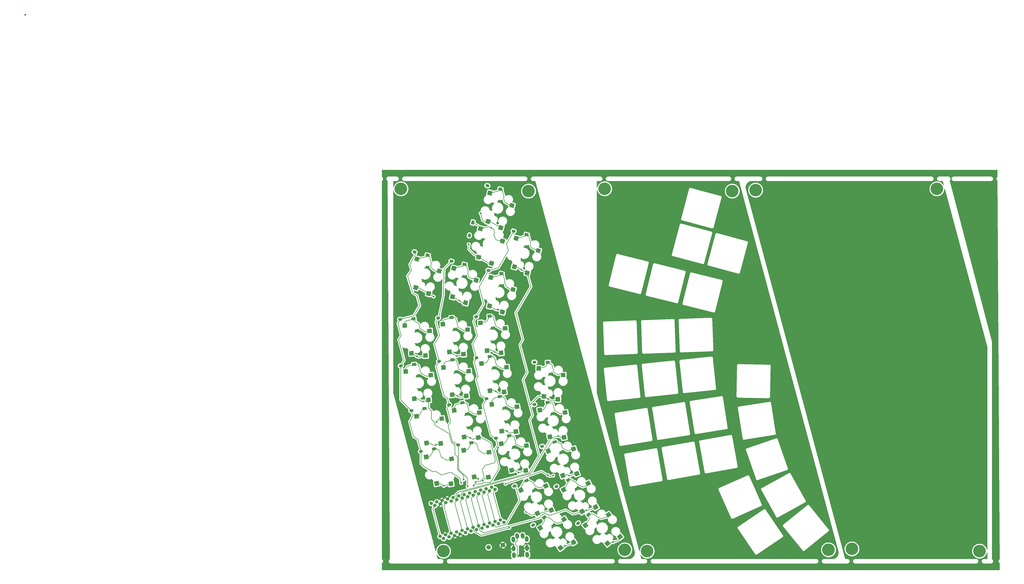
<source format=gbl>
G04 #@! TF.GenerationSoftware,KiCad,Pcbnew,(5.1.5)-3*
G04 #@! TF.CreationDate,2021-04-25T01:53:19+09:00*
G04 #@! TF.ProjectId,moon50_pcb,6d6f6f6e-3530-45f7-9063-622e6b696361,rev?*
G04 #@! TF.SameCoordinates,Original*
G04 #@! TF.FileFunction,Copper,L2,Bot*
G04 #@! TF.FilePolarity,Positive*
%FSLAX46Y46*%
G04 Gerber Fmt 4.6, Leading zero omitted, Abs format (unit mm)*
G04 Created by KiCad (PCBNEW (5.1.5)-3) date 2021-04-25 01:53:19*
%MOMM*%
%LPD*%
G04 APERTURE LIST*
%ADD10C,0.100000*%
%ADD11C,5.600000*%
%ADD12C,1.300000*%
%ADD13C,1.700000*%
%ADD14C,1.524000*%
%ADD15C,2.000000*%
%ADD16C,0.800000*%
%ADD17C,0.250000*%
%ADD18C,0.254000*%
G04 APERTURE END LIST*
G04 #@! TA.AperFunction,SMDPad,CuDef*
D10*
G36*
X40187653Y-150040578D02*
G01*
X42157269Y-149693282D01*
X42504565Y-151662898D01*
X40534949Y-152010194D01*
X40187653Y-150040578D01*
G37*
G04 #@! TD.AperFunction*
G04 #@! TA.AperFunction,SMDPad,CuDef*
G36*
X40470147Y-138973388D02*
G01*
X42439763Y-138626091D01*
X42769695Y-140497226D01*
X40800079Y-140844523D01*
X40470147Y-138973388D01*
G37*
G04 #@! TD.AperFunction*
G04 #@! TA.AperFunction,SMDPad,CuDef*
G36*
X33834075Y-149942373D02*
G01*
X35803691Y-149595077D01*
X36150987Y-151564693D01*
X34181371Y-151911989D01*
X33834075Y-149942373D01*
G37*
G04 #@! TD.AperFunction*
G04 #@! TA.AperFunction,SMDPad,CuDef*
G36*
X29162061Y-138073342D02*
G01*
X31131677Y-137726046D01*
X31478973Y-139695662D01*
X29509357Y-140042958D01*
X29162061Y-138073342D01*
G37*
G04 #@! TD.AperFunction*
D11*
X258448400Y-19000000D03*
X277448400Y-181000000D03*
X177448400Y-19600000D03*
X220448400Y-180000000D03*
X110000000Y-19000000D03*
X129000000Y-181000000D03*
X167000000Y-20000000D03*
X210000000Y-180400000D03*
X75999600Y-20000000D03*
X18999600Y-19000000D03*
X37999600Y-181000000D03*
X118999600Y-180400000D03*
G04 #@! TA.AperFunction,ComponentPad*
D10*
G36*
X48417948Y-52359983D02*
G01*
X48103450Y-53621368D01*
X46378264Y-53191231D01*
X46692762Y-51929846D01*
X48417948Y-52359983D01*
G37*
G04 #@! TD.AperFunction*
D12*
X41808233Y-51381894D02*
X41344431Y-51266256D01*
G04 #@! TA.AperFunction,ComponentPad*
D10*
G36*
X42465220Y-75850719D02*
G01*
X42510589Y-77149927D01*
X40733672Y-77211979D01*
X40688303Y-75912771D01*
X42465220Y-75850719D01*
G37*
G04 #@! TD.AperFunction*
D12*
X35841956Y-76732404D02*
X35364248Y-76749086D01*
G04 #@! TA.AperFunction,ComponentPad*
D10*
G36*
X31922919Y-48247308D02*
G01*
X31608421Y-49508693D01*
X29883235Y-49078556D01*
X30197733Y-47817171D01*
X31922919Y-48247308D01*
G37*
G04 #@! TD.AperFunction*
D12*
X25313204Y-47269219D02*
X24849402Y-47153581D01*
G04 #@! TA.AperFunction,SMDPad,CuDef*
D10*
G36*
X88100722Y-112110330D02*
G01*
X90100417Y-112145235D01*
X90065512Y-114144930D01*
X88065817Y-114110025D01*
X88100722Y-112110330D01*
G37*
G04 #@! TD.AperFunction*
G04 #@! TA.AperFunction,SMDPad,CuDef*
G36*
X90489745Y-101300378D02*
G01*
X92489440Y-101335283D01*
X92456281Y-103234994D01*
X90456586Y-103200089D01*
X90489745Y-101300378D01*
G37*
G04 #@! TD.AperFunction*
G04 #@! TA.AperFunction,SMDPad,CuDef*
G36*
X81882615Y-110801610D02*
G01*
X83882310Y-110836515D01*
X83847405Y-112836210D01*
X81847710Y-112801305D01*
X81882615Y-110801610D01*
G37*
G04 #@! TD.AperFunction*
G04 #@! TA.AperFunction,SMDPad,CuDef*
G36*
X79561157Y-98259185D02*
G01*
X81560852Y-98294090D01*
X81525947Y-100293785D01*
X79526252Y-100258880D01*
X79561157Y-98259185D01*
G37*
G04 #@! TD.AperFunction*
G04 #@! TA.AperFunction,ComponentPad*
G36*
X47201390Y-113861816D02*
G01*
X47404754Y-115145811D01*
X45648644Y-115423952D01*
X45445280Y-114139957D01*
X47201390Y-113861816D01*
G37*
G04 #@! TD.AperFunction*
D12*
X40734945Y-115544102D02*
X40262829Y-115618878D01*
G04 #@! TA.AperFunction,ComponentPad*
D10*
G36*
X64434770Y-18738229D02*
G01*
X64098306Y-19993933D01*
X62380890Y-19533753D01*
X62717354Y-18278049D01*
X64434770Y-18738229D01*
G37*
G04 #@! TD.AperFunction*
D12*
X57843132Y-17644935D02*
X57381420Y-17521219D01*
G04 #@! TA.AperFunction,ComponentPad*
D10*
G36*
X34597574Y-134525577D02*
G01*
X34823316Y-135805827D01*
X33072328Y-136114573D01*
X32846586Y-134834323D01*
X34597574Y-134525577D01*
G37*
G04 #@! TD.AperFunction*
D12*
X28161474Y-136320463D02*
X27690736Y-136403467D01*
G04 #@! TA.AperFunction,SMDPad,CuDef*
D10*
G36*
X56929384Y-147088558D02*
G01*
X58899000Y-146741262D01*
X59246296Y-148710878D01*
X57276680Y-149058174D01*
X56929384Y-147088558D01*
G37*
G04 #@! TD.AperFunction*
G04 #@! TA.AperFunction,SMDPad,CuDef*
G36*
X57211878Y-136021368D02*
G01*
X59181494Y-135674071D01*
X59511426Y-137545206D01*
X57541810Y-137892503D01*
X57211878Y-136021368D01*
G37*
G04 #@! TD.AperFunction*
G04 #@! TA.AperFunction,SMDPad,CuDef*
G36*
X50575806Y-146990353D02*
G01*
X52545422Y-146643057D01*
X52892718Y-148612673D01*
X50923102Y-148959969D01*
X50575806Y-146990353D01*
G37*
G04 #@! TD.AperFunction*
G04 #@! TA.AperFunction,SMDPad,CuDef*
G36*
X45903792Y-135121322D02*
G01*
X47873408Y-134774026D01*
X48220704Y-136743642D01*
X46251088Y-137090938D01*
X45903792Y-135121322D01*
G37*
G04 #@! TD.AperFunction*
G04 #@! TA.AperFunction,ComponentPad*
G36*
X75725031Y-148477865D02*
G01*
X76253789Y-149665474D01*
X74629505Y-150388651D01*
X74100747Y-149201042D01*
X75725031Y-148477865D01*
G37*
G04 #@! TD.AperFunction*
D12*
X69914333Y-151776468D02*
X69477659Y-151970888D01*
G04 #@! TA.AperFunction,SMDPad,CuDef*
D10*
G36*
X115462948Y-174422598D02*
G01*
X117017240Y-173163958D01*
X118275880Y-174718250D01*
X116721588Y-175976890D01*
X115462948Y-174422598D01*
G37*
G04 #@! TD.AperFunction*
G04 #@! TA.AperFunction,SMDPad,CuDef*
G36*
X110344543Y-164606060D02*
G01*
X111898835Y-163347419D01*
X113094543Y-164823996D01*
X111540251Y-166082637D01*
X110344543Y-164606060D01*
G37*
G04 #@! TD.AperFunction*
G04 #@! TA.AperFunction,SMDPad,CuDef*
G36*
X109858373Y-177416982D02*
G01*
X111412665Y-176158342D01*
X112671305Y-177712634D01*
X111117013Y-178971274D01*
X109858373Y-177416982D01*
G37*
G04 #@! TD.AperFunction*
G04 #@! TA.AperFunction,SMDPad,CuDef*
G36*
X100017917Y-169301131D02*
G01*
X101572209Y-168042491D01*
X102830849Y-169596783D01*
X101276557Y-170855423D01*
X100017917Y-169301131D01*
G37*
G04 #@! TD.AperFunction*
G04 #@! TA.AperFunction,ComponentPad*
G36*
X76135522Y-39066599D02*
G01*
X75799058Y-40322303D01*
X74081642Y-39862123D01*
X74418106Y-38606419D01*
X76135522Y-39066599D01*
G37*
G04 #@! TD.AperFunction*
D12*
X69543884Y-37973305D02*
X69082172Y-37849589D01*
G04 #@! TA.AperFunction,SMDPad,CuDef*
D10*
G36*
X84876073Y-162169503D02*
G01*
X86703164Y-161356030D01*
X87516637Y-163183121D01*
X85689546Y-163996594D01*
X84876073Y-162169503D01*
G37*
G04 #@! TD.AperFunction*
G04 #@! TA.AperFunction,SMDPad,CuDef*
G36*
X82472781Y-151362714D02*
G01*
X84299872Y-150549241D01*
X85072671Y-152284978D01*
X83245580Y-153098451D01*
X82472781Y-151362714D01*
G37*
G04 #@! TD.AperFunction*
G04 #@! TA.AperFunction,SMDPad,CuDef*
G36*
X78687465Y-163611285D02*
G01*
X80514556Y-162797812D01*
X81328029Y-164624903D01*
X79500938Y-165438376D01*
X78687465Y-163611285D01*
G37*
G04 #@! TD.AperFunction*
G04 #@! TA.AperFunction,SMDPad,CuDef*
G36*
X71282852Y-153225078D02*
G01*
X73109943Y-152411605D01*
X73923416Y-154238696D01*
X72096325Y-155052169D01*
X71282852Y-153225078D01*
G37*
G04 #@! TD.AperFunction*
G04 #@! TA.AperFunction,ComponentPad*
G36*
X68081038Y-128621537D02*
G01*
X68306780Y-129901787D01*
X66555792Y-130210533D01*
X66330050Y-128930283D01*
X68081038Y-128621537D01*
G37*
G04 #@! TD.AperFunction*
D12*
X61644938Y-130416423D02*
X61174200Y-130499427D01*
G04 #@! TA.AperFunction,ComponentPad*
D10*
G36*
X30337954Y-116422551D02*
G01*
X30541318Y-117706546D01*
X28785208Y-117984687D01*
X28581844Y-116700692D01*
X30337954Y-116422551D01*
G37*
G04 #@! TD.AperFunction*
D12*
X23871509Y-118104837D02*
X23399393Y-118179613D01*
G04 #@! TA.AperFunction,ComponentPad*
D10*
G36*
X103040263Y-163654428D02*
G01*
X103858379Y-164664718D01*
X102476613Y-165783650D01*
X101658497Y-164773360D01*
X103040263Y-163654428D01*
G37*
G04 #@! TD.AperFunction*
D12*
X98281300Y-168344553D02*
X97909824Y-168645369D01*
G04 #@! TA.AperFunction,ComponentPad*
D10*
G36*
X50718427Y-33025528D02*
G01*
X51974131Y-33361992D01*
X51513951Y-35079408D01*
X50258247Y-34742944D01*
X50718427Y-33025528D01*
G37*
G04 #@! TD.AperFunction*
D12*
X49625133Y-39617166D02*
X49501417Y-40078878D01*
D13*
X73386876Y-174581970D02*
X73358956Y-173782458D01*
X69241783Y-176227634D02*
X69213863Y-175428122D01*
X69381381Y-180225198D02*
X69353461Y-179425686D01*
X69486080Y-183223370D02*
X69458160Y-182423858D01*
X75327757Y-180017546D02*
X75299837Y-179218034D01*
X75432455Y-183015718D02*
X75404535Y-182216206D01*
X70938368Y-174667474D02*
X70910448Y-173867962D01*
X75188159Y-176019982D02*
X75160239Y-175220470D01*
G04 #@! TA.AperFunction,ComponentPad*
D10*
G36*
X25475577Y-76444009D02*
G01*
X25520946Y-77743217D01*
X23744029Y-77805269D01*
X23698660Y-76506061D01*
X25475577Y-76444009D01*
G37*
G04 #@! TD.AperFunction*
D12*
X18852313Y-77325694D02*
X18374605Y-77342376D01*
G04 #@! TA.AperFunction,ComponentPad*
D10*
G36*
X42819661Y-94726671D02*
G01*
X42955548Y-96019549D01*
X41187289Y-96205401D01*
X41051402Y-94912523D01*
X42819661Y-94726671D01*
G37*
G04 #@! TD.AperFunction*
D12*
X36274034Y-96068224D02*
X35798652Y-96118188D01*
G04 #@! TA.AperFunction,ComponentPad*
D10*
G36*
X25715154Y-96775800D02*
G01*
X25851041Y-98068678D01*
X24082782Y-98254530D01*
X23946895Y-96961652D01*
X25715154Y-96775800D01*
G37*
G04 #@! TD.AperFunction*
D12*
X19169527Y-98117353D02*
X18694145Y-98167317D01*
G04 #@! TA.AperFunction,SMDPad,CuDef*
D10*
G36*
X96330194Y-145714721D02*
G01*
X98221231Y-145063584D01*
X98872368Y-146954621D01*
X96981331Y-147605758D01*
X96330194Y-145714721D01*
G37*
G04 #@! TD.AperFunction*
G04 #@! TA.AperFunction,SMDPad,CuDef*
G36*
X94877921Y-134739595D02*
G01*
X96768958Y-134088458D01*
X97387537Y-135884943D01*
X95496500Y-136536080D01*
X94877921Y-134739595D01*
G37*
G04 #@! TD.AperFunction*
G04 #@! TA.AperFunction,SMDPad,CuDef*
G36*
X90039476Y-146611644D02*
G01*
X91930513Y-145960507D01*
X92581650Y-147851544D01*
X90690613Y-148502681D01*
X90039476Y-146611644D01*
G37*
G04 #@! TD.AperFunction*
G04 #@! TA.AperFunction,SMDPad,CuDef*
G36*
X83568257Y-135619605D02*
G01*
X85459294Y-134968468D01*
X86110431Y-136859505D01*
X84219394Y-137510642D01*
X83568257Y-135619605D01*
G37*
G04 #@! TD.AperFunction*
G04 #@! TA.AperFunction,SMDPad,CuDef*
G36*
X47125399Y-110714180D02*
G01*
X49114442Y-110505123D01*
X49323499Y-112494166D01*
X47334456Y-112703223D01*
X47125399Y-110714180D01*
G37*
G04 #@! TD.AperFunction*
G04 #@! TA.AperFunction,SMDPad,CuDef*
G36*
X48179212Y-99693655D02*
G01*
X50168256Y-99484598D01*
X50366860Y-101374189D01*
X48377816Y-101583246D01*
X48179212Y-99693655D01*
G37*
G04 #@! TD.AperFunction*
G04 #@! TA.AperFunction,SMDPad,CuDef*
G36*
X40794148Y-110173011D02*
G01*
X42783191Y-109963954D01*
X42992248Y-111952997D01*
X41003205Y-112162054D01*
X40794148Y-110173011D01*
G37*
G04 #@! TD.AperFunction*
G04 #@! TA.AperFunction,SMDPad,CuDef*
G36*
X36961456Y-98006990D02*
G01*
X38950499Y-97797933D01*
X39159556Y-99786976D01*
X37170513Y-99996033D01*
X36961456Y-98006990D01*
G37*
G04 #@! TD.AperFunction*
G04 #@! TA.AperFunction,ComponentPad*
G36*
X94150221Y-148177287D02*
G01*
X94780473Y-149314293D01*
X93225399Y-150176285D01*
X92595147Y-149039279D01*
X94150221Y-148177287D01*
G37*
G04 #@! TD.AperFunction*
D12*
X88649126Y-151969775D02*
X88231058Y-152201513D01*
G04 #@! TA.AperFunction,ComponentPad*
D10*
G36*
X63919357Y-111103783D02*
G01*
X64122721Y-112387778D01*
X62366611Y-112665919D01*
X62163247Y-111381924D01*
X63919357Y-111103783D01*
G37*
G04 #@! TD.AperFunction*
D12*
X57452912Y-112786069D02*
X56980796Y-112860845D01*
G04 #@! TA.AperFunction,SMDPad,CuDef*
D10*
G36*
X62944178Y-35162066D02*
G01*
X64876030Y-35679704D01*
X64358392Y-37611556D01*
X62426540Y-37093918D01*
X62944178Y-35162066D01*
G37*
G04 #@! TD.AperFunction*
G04 #@! TA.AperFunction,SMDPad,CuDef*
G36*
X67877402Y-25251172D02*
G01*
X69809254Y-25768811D01*
X69317498Y-27604070D01*
X67385646Y-27086431D01*
X67877402Y-25251172D01*
G37*
G04 #@! TD.AperFunction*
G04 #@! TA.AperFunction,SMDPad,CuDef*
G36*
X57227384Y-32387924D02*
G01*
X59159236Y-32905562D01*
X58641598Y-34837414D01*
X56709746Y-34319776D01*
X57227384Y-32387924D01*
G37*
G04 #@! TD.AperFunction*
G04 #@! TA.AperFunction,SMDPad,CuDef*
G36*
X58009170Y-19656451D02*
G01*
X59941022Y-20174089D01*
X59423384Y-22105941D01*
X57491532Y-21588303D01*
X58009170Y-19656451D01*
G37*
G04 #@! TD.AperFunction*
G04 #@! TA.AperFunction,SMDPad,CuDef*
G36*
X62733849Y-91371882D02*
G01*
X64732630Y-91302083D01*
X64802429Y-93300864D01*
X62803648Y-93370663D01*
X62733849Y-91371882D01*
G37*
G04 #@! TD.AperFunction*
G04 #@! TA.AperFunction,SMDPad,CuDef*
G36*
X64553849Y-80451712D02*
G01*
X66552630Y-80381913D01*
X66618939Y-82280756D01*
X64620158Y-82350555D01*
X64553849Y-80451712D01*
G37*
G04 #@! TD.AperFunction*
G04 #@! TA.AperFunction,SMDPad,CuDef*
G36*
X56455771Y-90390385D02*
G01*
X58454552Y-90320586D01*
X58524351Y-92319367D01*
X56525570Y-92389166D01*
X56455771Y-90390385D01*
G37*
G04 #@! TD.AperFunction*
G04 #@! TA.AperFunction,SMDPad,CuDef*
G36*
X53481074Y-77986645D02*
G01*
X55479855Y-77916846D01*
X55549654Y-79915627D01*
X53550873Y-79985426D01*
X53481074Y-77986645D01*
G37*
G04 #@! TD.AperFunction*
G04 #@! TA.AperFunction,SMDPad,CuDef*
G36*
X104644223Y-160900176D02*
G01*
X106393462Y-159930557D01*
X107363081Y-161679796D01*
X105613842Y-162649415D01*
X104644223Y-160900176D01*
G37*
G04 #@! TD.AperFunction*
G04 #@! TA.AperFunction,SMDPad,CuDef*
G36*
X101308201Y-150343971D02*
G01*
X103057441Y-149374352D01*
X103978579Y-151036129D01*
X102229339Y-152005748D01*
X101308201Y-150343971D01*
G37*
G04 #@! TD.AperFunction*
G04 #@! TA.AperFunction,SMDPad,CuDef*
G36*
X98604824Y-162875844D02*
G01*
X100354063Y-161906225D01*
X101323682Y-163655464D01*
X99574443Y-164625083D01*
X98604824Y-162875844D01*
G37*
G04 #@! TD.AperFunction*
G04 #@! TA.AperFunction,SMDPad,CuDef*
G36*
X90323170Y-153174515D02*
G01*
X92072409Y-152204896D01*
X93042028Y-153954135D01*
X91292789Y-154923754D01*
X90323170Y-153174515D01*
G37*
G04 #@! TD.AperFunction*
G04 #@! TA.AperFunction,SMDPad,CuDef*
G36*
X52447105Y-129373365D02*
G01*
X54422482Y-129060496D01*
X54735351Y-131035873D01*
X52759974Y-131348742D01*
X52447105Y-129373365D01*
G37*
G04 #@! TD.AperFunction*
G04 #@! TA.AperFunction,SMDPad,CuDef*
G36*
X52922706Y-118312791D02*
G01*
X54898083Y-117999922D01*
X55195308Y-119876529D01*
X53219931Y-120189398D01*
X52922706Y-118312791D01*
G37*
G04 #@! TD.AperFunction*
G04 #@! TA.AperFunction,SMDPad,CuDef*
G36*
X46096208Y-129164290D02*
G01*
X48071585Y-128851421D01*
X48384454Y-130826798D01*
X46409077Y-131139667D01*
X46096208Y-129164290D01*
G37*
G04 #@! TD.AperFunction*
G04 #@! TA.AperFunction,SMDPad,CuDef*
G36*
X41632049Y-117215529D02*
G01*
X43607426Y-116902660D01*
X43920295Y-118878037D01*
X41944918Y-119190906D01*
X41632049Y-117215529D01*
G37*
G04 #@! TD.AperFunction*
G04 #@! TA.AperFunction,ComponentPad*
G36*
X59454865Y-75257426D02*
G01*
X59500234Y-76556634D01*
X57723317Y-76618686D01*
X57677948Y-75319478D01*
X59454865Y-75257426D01*
G37*
G04 #@! TD.AperFunction*
D12*
X52831601Y-76139111D02*
X52353893Y-76155793D01*
G04 #@! TA.AperFunction,SMDPad,CuDef*
D10*
G36*
X74708032Y-55396236D02*
G01*
X76639884Y-55913874D01*
X76122246Y-57845726D01*
X74190394Y-57328088D01*
X74708032Y-55396236D01*
G37*
G04 #@! TD.AperFunction*
G04 #@! TA.AperFunction,SMDPad,CuDef*
G36*
X79641256Y-45485342D02*
G01*
X81573108Y-46002981D01*
X81081352Y-47838240D01*
X79149500Y-47320601D01*
X79641256Y-45485342D01*
G37*
G04 #@! TD.AperFunction*
G04 #@! TA.AperFunction,SMDPad,CuDef*
G36*
X68991238Y-52622094D02*
G01*
X70923090Y-53139732D01*
X70405452Y-55071584D01*
X68473600Y-54553946D01*
X68991238Y-52622094D01*
G37*
G04 #@! TD.AperFunction*
G04 #@! TA.AperFunction,SMDPad,CuDef*
G36*
X69773024Y-39890621D02*
G01*
X71704876Y-40408259D01*
X71187238Y-42340111D01*
X69255386Y-41822473D01*
X69773024Y-39890621D01*
G37*
G04 #@! TD.AperFunction*
G04 #@! TA.AperFunction,SMDPad,CuDef*
G36*
X63624312Y-72847291D02*
G01*
X65564904Y-73331135D01*
X65081060Y-75271727D01*
X63140468Y-74787883D01*
X63624312Y-72847291D01*
G37*
G04 #@! TD.AperFunction*
G04 #@! TA.AperFunction,SMDPad,CuDef*
G36*
X68383815Y-62851811D02*
G01*
X70324407Y-63335655D01*
X69864755Y-65179217D01*
X67924163Y-64695373D01*
X68383815Y-62851811D01*
G37*
G04 #@! TD.AperFunction*
G04 #@! TA.AperFunction,SMDPad,CuDef*
G36*
X57859973Y-70173344D02*
G01*
X59800565Y-70657188D01*
X59316721Y-72597780D01*
X57376129Y-72113936D01*
X57859973Y-70173344D01*
G37*
G04 #@! TD.AperFunction*
G04 #@! TA.AperFunction,SMDPad,CuDef*
G36*
X58419445Y-57430166D02*
G01*
X60360037Y-57914010D01*
X59876193Y-59854602D01*
X57935601Y-59370758D01*
X58419445Y-57430166D01*
G37*
G04 #@! TD.AperFunction*
G04 #@! TA.AperFunction,SMDPad,CuDef*
G36*
X30218523Y-112491161D02*
G01*
X32207566Y-112282104D01*
X32416623Y-114271147D01*
X30427580Y-114480204D01*
X30218523Y-112491161D01*
G37*
G04 #@! TD.AperFunction*
G04 #@! TA.AperFunction,SMDPad,CuDef*
G36*
X31272336Y-101470636D02*
G01*
X33261380Y-101261579D01*
X33459984Y-103151170D01*
X31470940Y-103360227D01*
X31272336Y-101470636D01*
G37*
G04 #@! TD.AperFunction*
G04 #@! TA.AperFunction,SMDPad,CuDef*
G36*
X23887272Y-111949992D02*
G01*
X25876315Y-111740935D01*
X26085372Y-113729978D01*
X24096329Y-113939035D01*
X23887272Y-111949992D01*
G37*
G04 #@! TD.AperFunction*
G04 #@! TA.AperFunction,SMDPad,CuDef*
G36*
X20054580Y-99783971D02*
G01*
X22043623Y-99574914D01*
X22252680Y-101563957D01*
X20263637Y-101773014D01*
X20054580Y-99783971D01*
G37*
G04 #@! TD.AperFunction*
G04 #@! TA.AperFunction,SMDPad,CuDef*
G36*
X64032271Y-108937196D02*
G01*
X66021314Y-108728139D01*
X66230371Y-110717182D01*
X64241328Y-110926239D01*
X64032271Y-108937196D01*
G37*
G04 #@! TD.AperFunction*
G04 #@! TA.AperFunction,SMDPad,CuDef*
G36*
X65086084Y-97916671D02*
G01*
X67075128Y-97707614D01*
X67273732Y-99597205D01*
X65284688Y-99806262D01*
X65086084Y-97916671D01*
G37*
G04 #@! TD.AperFunction*
G04 #@! TA.AperFunction,SMDPad,CuDef*
G36*
X57701020Y-108396027D02*
G01*
X59690063Y-108186970D01*
X59899120Y-110176013D01*
X57910077Y-110385070D01*
X57701020Y-108396027D01*
G37*
G04 #@! TD.AperFunction*
G04 #@! TA.AperFunction,SMDPad,CuDef*
G36*
X53868328Y-96230006D02*
G01*
X55857371Y-96020949D01*
X56066428Y-98009992D01*
X54077385Y-98219049D01*
X53868328Y-96230006D01*
G37*
G04 #@! TD.AperFunction*
D14*
X34105619Y-160592362D03*
X36559070Y-159934962D03*
X39012522Y-159277561D03*
X41465974Y-158620161D03*
X43919425Y-157962760D03*
X46372877Y-157305360D03*
X48826328Y-156647960D03*
X51279780Y-155990559D03*
X53733232Y-155333159D03*
X56186683Y-154675759D03*
X58640135Y-154018358D03*
X61093586Y-153360958D03*
X65037989Y-168081667D03*
X62584537Y-168739068D03*
X60131085Y-169396468D03*
X57677634Y-170053869D03*
X55224182Y-170711269D03*
X52770731Y-171368669D03*
X50317279Y-172026070D03*
X47863827Y-172683470D03*
X45410376Y-173340870D03*
X42956924Y-173998271D03*
X40503473Y-174655671D03*
X38050021Y-175313072D03*
X32540772Y-159659177D03*
X34994223Y-159001776D03*
X37447675Y-158344376D03*
X39901127Y-157686976D03*
X42354578Y-157029575D03*
X44808030Y-156372175D03*
X47261481Y-155714774D03*
X49714933Y-155057374D03*
X52168385Y-154399974D03*
X54621836Y-153742573D03*
X57075288Y-153085173D03*
X59528739Y-152427773D03*
X63467965Y-167129164D03*
X61014514Y-167786564D03*
X58561062Y-168443964D03*
X56107610Y-169101365D03*
X53654159Y-169758765D03*
X51200707Y-170416165D03*
X48747256Y-171073566D03*
X46293804Y-171730966D03*
X43840352Y-172388367D03*
X41386901Y-173045767D03*
X38933449Y-173703167D03*
X36479998Y-174360568D03*
G04 #@! TA.AperFunction,SMDPad,CuDef*
D10*
G36*
X45940517Y-91959247D02*
G01*
X47939298Y-91889448D01*
X48009097Y-93888229D01*
X46010316Y-93958028D01*
X45940517Y-91959247D01*
G37*
G04 #@! TD.AperFunction*
G04 #@! TA.AperFunction,SMDPad,CuDef*
G36*
X47760517Y-81039077D02*
G01*
X49759298Y-80969278D01*
X49825607Y-82868121D01*
X47826826Y-82937920D01*
X47760517Y-81039077D01*
G37*
G04 #@! TD.AperFunction*
G04 #@! TA.AperFunction,SMDPad,CuDef*
G36*
X39662439Y-90977750D02*
G01*
X41661220Y-90907951D01*
X41731019Y-92906732D01*
X39732238Y-92976531D01*
X39662439Y-90977750D01*
G37*
G04 #@! TD.AperFunction*
G04 #@! TA.AperFunction,SMDPad,CuDef*
G36*
X36687742Y-78574010D02*
G01*
X38686523Y-78504211D01*
X38756322Y-80502992D01*
X36757541Y-80572791D01*
X36687742Y-78574010D01*
G37*
G04 #@! TD.AperFunction*
G04 #@! TA.AperFunction,ComponentPad*
G36*
X64912975Y-56472652D02*
G01*
X64598477Y-57734037D01*
X62873291Y-57303900D01*
X63187789Y-56042515D01*
X64912975Y-56472652D01*
G37*
G04 #@! TD.AperFunction*
D12*
X58303260Y-55494563D02*
X57839458Y-55378925D01*
G04 #@! TA.AperFunction,SMDPad,CuDef*
D10*
G36*
X90742631Y-129271370D02*
G01*
X92718008Y-128958501D01*
X93030877Y-130933878D01*
X91055500Y-131246747D01*
X90742631Y-129271370D01*
G37*
G04 #@! TD.AperFunction*
G04 #@! TA.AperFunction,SMDPad,CuDef*
G36*
X91218232Y-118210796D02*
G01*
X93193609Y-117897927D01*
X93490834Y-119774534D01*
X91515457Y-120087403D01*
X91218232Y-118210796D01*
G37*
G04 #@! TD.AperFunction*
G04 #@! TA.AperFunction,SMDPad,CuDef*
G36*
X84391734Y-129062295D02*
G01*
X86367111Y-128749426D01*
X86679980Y-130724803D01*
X84704603Y-131037672D01*
X84391734Y-129062295D01*
G37*
G04 #@! TD.AperFunction*
G04 #@! TA.AperFunction,SMDPad,CuDef*
G36*
X79927575Y-117113534D02*
G01*
X81902952Y-116800665D01*
X82215821Y-118776042D01*
X80240444Y-119088911D01*
X79927575Y-117113534D01*
G37*
G04 #@! TD.AperFunction*
G04 #@! TA.AperFunction,SMDPad,CuDef*
G36*
X94745201Y-176770442D02*
G01*
X96403276Y-175652057D01*
X97521661Y-177310132D01*
X95863586Y-178428517D01*
X94745201Y-176770442D01*
G37*
G04 #@! TD.AperFunction*
G04 #@! TA.AperFunction,SMDPad,CuDef*
G36*
X90501840Y-166545160D02*
G01*
X92159915Y-165426774D01*
X93222382Y-167001946D01*
X91564307Y-168120332D01*
X90501840Y-166545160D01*
G37*
G04 #@! TD.AperFunction*
G04 #@! TA.AperFunction,SMDPad,CuDef*
G36*
X88900975Y-179264960D02*
G01*
X90559050Y-178146575D01*
X91677435Y-179804650D01*
X90019360Y-180923035D01*
X88900975Y-179264960D01*
G37*
G04 #@! TD.AperFunction*
G04 #@! TA.AperFunction,SMDPad,CuDef*
G36*
X79805308Y-170322341D02*
G01*
X81463383Y-169203956D01*
X82581768Y-170862031D01*
X80923693Y-171980416D01*
X79805308Y-170322341D01*
G37*
G04 #@! TD.AperFunction*
G04 #@! TA.AperFunction,SMDPad,CuDef*
G36*
X73671115Y-144136541D02*
G01*
X75640731Y-143789245D01*
X75988027Y-145758861D01*
X74018411Y-146106157D01*
X73671115Y-144136541D01*
G37*
G04 #@! TD.AperFunction*
G04 #@! TA.AperFunction,SMDPad,CuDef*
G36*
X73953609Y-133069351D02*
G01*
X75923225Y-132722054D01*
X76253157Y-134593189D01*
X74283541Y-134940486D01*
X73953609Y-133069351D01*
G37*
G04 #@! TD.AperFunction*
G04 #@! TA.AperFunction,SMDPad,CuDef*
G36*
X67317537Y-144038336D02*
G01*
X69287153Y-143691040D01*
X69634449Y-145660656D01*
X67664833Y-146007952D01*
X67317537Y-144038336D01*
G37*
G04 #@! TD.AperFunction*
G04 #@! TA.AperFunction,SMDPad,CuDef*
G36*
X62645523Y-132169305D02*
G01*
X64615139Y-131822009D01*
X64962435Y-133791625D01*
X62992819Y-134138921D01*
X62645523Y-132169305D01*
G37*
G04 #@! TD.AperFunction*
G04 #@! TA.AperFunction,SMDPad,CuDef*
G36*
X58770259Y-51125724D02*
G01*
X60702111Y-51643362D01*
X60184473Y-53575214D01*
X58252621Y-53057576D01*
X58770259Y-51125724D01*
G37*
G04 #@! TD.AperFunction*
G04 #@! TA.AperFunction,SMDPad,CuDef*
G36*
X63703483Y-41214830D02*
G01*
X65635335Y-41732469D01*
X65143579Y-43567728D01*
X63211727Y-43050089D01*
X63703483Y-41214830D01*
G37*
G04 #@! TD.AperFunction*
G04 #@! TA.AperFunction,SMDPad,CuDef*
G36*
X53053465Y-48351582D02*
G01*
X54985317Y-48869220D01*
X54467679Y-50801072D01*
X52535827Y-50283434D01*
X53053465Y-48351582D01*
G37*
G04 #@! TD.AperFunction*
G04 #@! TA.AperFunction,SMDPad,CuDef*
G36*
X53835251Y-35620109D02*
G01*
X55767103Y-36137747D01*
X55249465Y-38069599D01*
X53317613Y-37551961D01*
X53835251Y-35620109D01*
G37*
G04 #@! TD.AperFunction*
G04 #@! TA.AperFunction,ComponentPad*
G36*
X83380918Y-164931203D02*
G01*
X84107869Y-166008952D01*
X82633840Y-167003197D01*
X81906889Y-165925448D01*
X83380918Y-164931203D01*
G37*
G04 #@! TD.AperFunction*
D12*
X78231293Y-169188711D02*
X77835013Y-169456005D01*
G04 #@! TA.AperFunction,SMDPad,CuDef*
D10*
G36*
X30636677Y-64612248D02*
G01*
X32577269Y-65096092D01*
X32093425Y-67036684D01*
X30152833Y-66552840D01*
X30636677Y-64612248D01*
G37*
G04 #@! TD.AperFunction*
G04 #@! TA.AperFunction,SMDPad,CuDef*
G36*
X35396180Y-54616768D02*
G01*
X37336772Y-55100612D01*
X36877120Y-56944174D01*
X34936528Y-56460330D01*
X35396180Y-54616768D01*
G37*
G04 #@! TD.AperFunction*
G04 #@! TA.AperFunction,SMDPad,CuDef*
G36*
X24872338Y-61938301D02*
G01*
X26812930Y-62422145D01*
X26329086Y-64362737D01*
X24388494Y-63878893D01*
X24872338Y-61938301D01*
G37*
G04 #@! TD.AperFunction*
G04 #@! TA.AperFunction,SMDPad,CuDef*
G36*
X25431810Y-49195123D02*
G01*
X27372402Y-49678967D01*
X26888558Y-51619559D01*
X24947966Y-51135715D01*
X25431810Y-49195123D01*
G37*
G04 #@! TD.AperFunction*
G04 #@! TA.AperFunction,SMDPad,CuDef*
G36*
X47129285Y-68734620D02*
G01*
X49069877Y-69218464D01*
X48586033Y-71159056D01*
X46645441Y-70675212D01*
X47129285Y-68734620D01*
G37*
G04 #@! TD.AperFunction*
G04 #@! TA.AperFunction,SMDPad,CuDef*
G36*
X51888788Y-58739140D02*
G01*
X53829380Y-59222984D01*
X53369728Y-61066546D01*
X51429136Y-60582702D01*
X51888788Y-58739140D01*
G37*
G04 #@! TD.AperFunction*
G04 #@! TA.AperFunction,SMDPad,CuDef*
G36*
X41364946Y-66060673D02*
G01*
X43305538Y-66544517D01*
X42821694Y-68485109D01*
X40881102Y-68001265D01*
X41364946Y-66060673D01*
G37*
G04 #@! TD.AperFunction*
G04 #@! TA.AperFunction,SMDPad,CuDef*
G36*
X41924418Y-53317495D02*
G01*
X43865010Y-53801339D01*
X43381166Y-55741931D01*
X41440574Y-55258087D01*
X41924418Y-53317495D01*
G37*
G04 #@! TD.AperFunction*
G04 #@! TA.AperFunction,SMDPad,CuDef*
G36*
X35656406Y-132032751D02*
G01*
X37631783Y-131719882D01*
X37944652Y-133695259D01*
X35969275Y-134008128D01*
X35656406Y-132032751D01*
G37*
G04 #@! TD.AperFunction*
G04 #@! TA.AperFunction,SMDPad,CuDef*
G36*
X36132007Y-120972177D02*
G01*
X38107384Y-120659308D01*
X38404609Y-122535915D01*
X36429232Y-122848784D01*
X36132007Y-120972177D01*
G37*
G04 #@! TD.AperFunction*
G04 #@! TA.AperFunction,SMDPad,CuDef*
G36*
X29305509Y-131823676D02*
G01*
X31280886Y-131510807D01*
X31593755Y-133486184D01*
X29618378Y-133799053D01*
X29305509Y-131823676D01*
G37*
G04 #@! TD.AperFunction*
G04 #@! TA.AperFunction,SMDPad,CuDef*
G36*
X24841350Y-119874915D02*
G01*
X26816727Y-119562046D01*
X27129596Y-121537423D01*
X25154219Y-121850292D01*
X24841350Y-119874915D01*
G37*
G04 #@! TD.AperFunction*
G04 #@! TA.AperFunction,ComponentPad*
G36*
X59504032Y-93224449D02*
G01*
X59639919Y-94517327D01*
X57871660Y-94703179D01*
X57735773Y-93410301D01*
X59504032Y-93224449D01*
G37*
G04 #@! TD.AperFunction*
D12*
X52958405Y-94566002D02*
X52483023Y-94615966D01*
G04 #@! TA.AperFunction,ComponentPad*
D10*
G36*
X85524639Y-95960582D02*
G01*
X85501951Y-97260384D01*
X83724221Y-97229354D01*
X83746909Y-95929552D01*
X85524639Y-95960582D01*
G37*
G04 #@! TD.AperFunction*
D12*
X78864308Y-96494425D02*
X78386380Y-96486083D01*
G04 #@! TA.AperFunction,ComponentPad*
D10*
G36*
X85304569Y-113715462D02*
G01*
X85507933Y-114999457D01*
X83751823Y-115277598D01*
X83548459Y-113993603D01*
X85304569Y-113715462D01*
G37*
G04 #@! TD.AperFunction*
D12*
X78838124Y-115397748D02*
X78366008Y-115472524D01*
G04 #@! TA.AperFunction,ComponentPad*
D10*
G36*
X88330967Y-131262107D02*
G01*
X88754205Y-132491281D01*
X87073073Y-133070141D01*
X86649835Y-131840967D01*
X88330967Y-131262107D01*
G37*
G04 #@! TD.AperFunction*
D12*
X82254887Y-134041721D02*
X81802929Y-134197343D01*
G04 #@! TA.AperFunction,SMDPad,CuDef*
D10*
G36*
X69237805Y-126713979D02*
G01*
X71213182Y-126401110D01*
X71526051Y-128376487D01*
X69550674Y-128689356D01*
X69237805Y-126713979D01*
G37*
G04 #@! TD.AperFunction*
G04 #@! TA.AperFunction,SMDPad,CuDef*
G36*
X69713406Y-115653405D02*
G01*
X71688783Y-115340536D01*
X71986008Y-117217143D01*
X70010631Y-117530012D01*
X69713406Y-115653405D01*
G37*
G04 #@! TD.AperFunction*
G04 #@! TA.AperFunction,SMDPad,CuDef*
G36*
X62886908Y-126504904D02*
G01*
X64862285Y-126192035D01*
X65175154Y-128167412D01*
X63199777Y-128480281D01*
X62886908Y-126504904D01*
G37*
G04 #@! TD.AperFunction*
G04 #@! TA.AperFunction,SMDPad,CuDef*
G36*
X58422749Y-114556143D02*
G01*
X60398126Y-114243274D01*
X60710995Y-116218651D01*
X58735618Y-116531520D01*
X58422749Y-114556143D01*
G37*
G04 #@! TD.AperFunction*
G04 #@! TA.AperFunction,SMDPad,CuDef*
G36*
X28950875Y-92552538D02*
G01*
X30949656Y-92482739D01*
X31019455Y-94481520D01*
X29020674Y-94551319D01*
X28950875Y-92552538D01*
G37*
G04 #@! TD.AperFunction*
G04 #@! TA.AperFunction,SMDPad,CuDef*
G36*
X30770875Y-81632368D02*
G01*
X32769656Y-81562569D01*
X32835965Y-83461412D01*
X30837184Y-83531211D01*
X30770875Y-81632368D01*
G37*
G04 #@! TD.AperFunction*
G04 #@! TA.AperFunction,SMDPad,CuDef*
G36*
X22672797Y-91571041D02*
G01*
X24671578Y-91501242D01*
X24741377Y-93500023D01*
X22742596Y-93569822D01*
X22672797Y-91571041D01*
G37*
G04 #@! TD.AperFunction*
G04 #@! TA.AperFunction,SMDPad,CuDef*
G36*
X19698100Y-79167301D02*
G01*
X21696881Y-79097502D01*
X21766680Y-81096283D01*
X19767899Y-81166082D01*
X19698100Y-79167301D01*
G37*
G04 #@! TD.AperFunction*
D15*
X58150000Y-179300000D03*
X64569974Y-178283176D03*
G04 #@! TA.AperFunction,ComponentPad*
D10*
G36*
X51247438Y-131762629D02*
G01*
X51450802Y-133046624D01*
X49694692Y-133324765D01*
X49491328Y-132040770D01*
X51247438Y-131762629D01*
G37*
G04 #@! TD.AperFunction*
D12*
X44780993Y-133444915D02*
X44308877Y-133519691D01*
D16*
X-148800000Y58800000D03*
X53497869Y-148752131D03*
X45896235Y-150508831D03*
X48787776Y-152053829D03*
X59335127Y-36476765D03*
X51501108Y-151798892D03*
X92305855Y-178594145D03*
X114907000Y-181138000D03*
X120216000Y-176273000D03*
X79547000Y-22816000D03*
X72369000Y-16854000D03*
X113778000Y-149628000D03*
X105387000Y-118035000D03*
X96193000Y-85639000D03*
X89699000Y-60102000D03*
X83862000Y-38212000D03*
X108889000Y-159770000D03*
X100936000Y-143864000D03*
X95901000Y-128104000D03*
X96558000Y-107674000D03*
X96412000Y-119713000D03*
X99258000Y-120516000D03*
X92253000Y-93154000D03*
X86854000Y-93811000D03*
X74961000Y-81480000D03*
X83279000Y-87755000D03*
X75326000Y-86223000D03*
X83060000Y-72578000D03*
X71385000Y-57986000D03*
X72480000Y-73892000D03*
X78390000Y-64990000D03*
X72115000Y-35732000D03*
X104657000Y-133358000D03*
X99987000Y-176406000D03*
X88094000Y-183119000D03*
X78171000Y-179836000D03*
X72407000Y-179836000D03*
X77879000Y-183484000D03*
X66482000Y-183425000D03*
X34760000Y-178355000D03*
X42277000Y-183224000D03*
X38219000Y-171223000D03*
X35913000Y-162851000D03*
X33307000Y-157171000D03*
X29762000Y-158068000D03*
X40098000Y-176988000D03*
X34119000Y-172418000D03*
X31642000Y-164517000D03*
X44583000Y-152729000D03*
X39244000Y-154736000D03*
X47829000Y-177629000D03*
X56969000Y-182968000D03*
X29501000Y-149565000D03*
X16603000Y-110271000D03*
X25743000Y-145251000D03*
X21002000Y-128081000D03*
X21557000Y-119155000D03*
X25444000Y-133975000D03*
X18397000Y-95194000D03*
X16339000Y-81132000D03*
X16826000Y-23289000D03*
X23181000Y-16626000D03*
X16570000Y-60396000D03*
X16826000Y-39792000D03*
X24873000Y-70697000D03*
X23079000Y-48710000D03*
X25180000Y-30413000D03*
X37409000Y-46588000D03*
X36056000Y-68544000D03*
X27323000Y-65777000D03*
X26954000Y-75187000D03*
X33166000Y-76724000D03*
X38516000Y-72788000D03*
X52929000Y-72384000D03*
X55943000Y-73491000D03*
X56004000Y-53441000D03*
X46533000Y-42247000D03*
X42535000Y-40894000D03*
X48440000Y-30377000D03*
X55020000Y-18569000D03*
X33494000Y-20783000D03*
X32203000Y-36343000D03*
X41244000Y-25026000D03*
X75089000Y-62156000D03*
X68816000Y-79721000D03*
X68595000Y-74186000D03*
X33169000Y-94187000D03*
X34350000Y-109760000D03*
X36342000Y-113671000D03*
X54203000Y-113597000D03*
X69923000Y-108653000D03*
X74794000Y-125923000D03*
X77330000Y-112192000D03*
X75080000Y-104332000D03*
X73610000Y-100881000D03*
X71120000Y-91101000D03*
X74060000Y-117502000D03*
X77900000Y-122062000D03*
X78020000Y-117382000D03*
X80390000Y-132503000D03*
X76190000Y-129083000D03*
X78080000Y-134783000D03*
X79220000Y-138143000D03*
X80270000Y-128693000D03*
X90930000Y-161158000D03*
X97230000Y-171089000D03*
X97680000Y-173759000D03*
X97890000Y-165478000D03*
X75452000Y-169292000D03*
X82292000Y-175952000D03*
X69902000Y-170492000D03*
X66452000Y-152911000D03*
X74582000Y-166022000D03*
X70922000Y-166982000D03*
X68732000Y-160832000D03*
X70502000Y-163082000D03*
X66182000Y-165152000D03*
X65003000Y-147432000D03*
X63269000Y-138785000D03*
X62477000Y-134641000D03*
X57498000Y-130307000D03*
X60821000Y-132780000D03*
X57507000Y-128211000D03*
X63390000Y-154538000D03*
X55350000Y-175208000D03*
X50000000Y-90700000D03*
X49900000Y-94550000D03*
X49700000Y-98100000D03*
X51150000Y-108000000D03*
X51800000Y-111300000D03*
X43300000Y-113450000D03*
X50100000Y-125650000D03*
X45600000Y-73850000D03*
X51950000Y-68850000D03*
X34903124Y-123246876D03*
X55574800Y-149524800D03*
X38127707Y-151768376D03*
X71536474Y-145813526D03*
X74739636Y-163410364D03*
X52371712Y-150141125D03*
X113798206Y-176936820D03*
X49923788Y-130373788D03*
X34692694Y-133492694D03*
X66393680Y-127356320D03*
X47033122Y-148966878D03*
X44291269Y-111637532D03*
X61397914Y-109597914D03*
X28889683Y-114089683D03*
X101858829Y-162808829D03*
X67399688Y-170549688D03*
X65712290Y-150885372D03*
X94173093Y-147304077D03*
X84634135Y-147015865D03*
X87006917Y-147206917D03*
X26146738Y-93960741D03*
X60835323Y-91935323D03*
X44000464Y-93771535D03*
X33598046Y-67148046D03*
X45185079Y-69035079D03*
X89368915Y-129525707D03*
X62324962Y-72925038D03*
X72823693Y-55141483D03*
X84798256Y-112951744D03*
X49302000Y-43808000D03*
X54620624Y-29950395D03*
D17*
X35032931Y-150793533D02*
X36002545Y-150533725D01*
X40416894Y-151151544D02*
X41386509Y-150891737D01*
X86236755Y-162716311D02*
X80304211Y-164305932D01*
X80048147Y-164158094D02*
X77309956Y-164891790D01*
X71616188Y-145859548D02*
X73900356Y-145247507D01*
X69486008Y-144629688D02*
X71536474Y-145813526D01*
X74780176Y-163431220D02*
X74780176Y-163431220D01*
X73900356Y-145247507D02*
X74869971Y-144987700D01*
X68516393Y-144889496D02*
X69486008Y-144629688D01*
X36002545Y-150533725D02*
X38132726Y-151763585D01*
X80304211Y-164305932D02*
X80048147Y-164158094D01*
X77309956Y-164891790D02*
X74780176Y-163431220D01*
X38132726Y-151763585D02*
X40416894Y-151151544D01*
X53333551Y-148741538D02*
X51774662Y-147841513D01*
X53433251Y-148714824D02*
X53333551Y-148741538D01*
X55329057Y-156271185D02*
X56227083Y-154715759D01*
X58601462Y-168483965D02*
X55329057Y-156271185D01*
X23675850Y-118182226D02*
X24286205Y-120460102D01*
X26494363Y-130907854D02*
X27966505Y-136401964D01*
X24622765Y-129827287D02*
X26494363Y-130907854D01*
X24286205Y-120460102D02*
X22801766Y-123031226D01*
X22801766Y-123031226D02*
X24622765Y-129827287D01*
X45896235Y-150508831D02*
X45896235Y-150508831D01*
X18931836Y-113438610D02*
X23635451Y-118142225D01*
X18931836Y-98142335D02*
X18931836Y-113438610D01*
X27926105Y-141826424D02*
X27926105Y-136361965D01*
X29356191Y-143256510D02*
X27926105Y-141826424D01*
X45274663Y-148189094D02*
X41140000Y-145712000D01*
X34379234Y-145237021D02*
X33291401Y-145528505D01*
X45896235Y-150508831D02*
X45274663Y-148189094D01*
X33291401Y-145528505D02*
X29356191Y-143256510D01*
X41140000Y-145712000D02*
X37272630Y-146907524D01*
X37272630Y-146907524D02*
X34379234Y-145237021D01*
X22917591Y-52763061D02*
X25431732Y-48408442D01*
X23656628Y-55521183D02*
X22917591Y-52763061D01*
X25431732Y-48408442D02*
X25121703Y-47251400D01*
X19092350Y-84554843D02*
X17639175Y-79131519D01*
X18972236Y-98182336D02*
X20452689Y-95618117D01*
X27368412Y-71226073D02*
X26141248Y-66646236D01*
X17996759Y-86452462D02*
X19092350Y-84554843D01*
X18653858Y-77374036D02*
X24764149Y-75736788D01*
X17639175Y-79131519D02*
X18653858Y-77374036D01*
X20452689Y-95618117D02*
X17996759Y-86452462D01*
X26141248Y-66646236D02*
X24277854Y-65570405D01*
X24764149Y-75736788D02*
X27368412Y-71226073D01*
X24277854Y-65570405D02*
X21908000Y-57976000D01*
X21908000Y-57976000D02*
X23656628Y-55521183D01*
X67257345Y-26079652D02*
X65344909Y-24975507D01*
X65344909Y-24975507D02*
X64808449Y-22973412D01*
X67741275Y-25949983D02*
X67257345Y-26079652D01*
X63114847Y-19753427D02*
X63448230Y-19175991D01*
X64245286Y-19636171D02*
X63448230Y-19175991D01*
X65034559Y-22581779D02*
X64245286Y-19636171D01*
X64808449Y-22973412D02*
X65034559Y-22581779D01*
X68637850Y-26467621D02*
X67741275Y-25949983D01*
X58756678Y-20921195D02*
X63114847Y-19753427D01*
X48787776Y-152053829D02*
X48787776Y-152053829D01*
X48787776Y-152053829D02*
X48787776Y-152053829D01*
X37086367Y-107121882D02*
X37086367Y-107868392D01*
X36014400Y-76138330D02*
X35643502Y-76780746D01*
X33997472Y-88373260D02*
X36076743Y-96133206D01*
X34626350Y-78542503D02*
X36226157Y-84513064D01*
X36226157Y-84513064D02*
X33997472Y-88373260D01*
X41241187Y-122955161D02*
X40073754Y-124977215D01*
X48787776Y-148459366D02*
X48787776Y-152053829D01*
X36076743Y-96133206D02*
X34755262Y-98422080D01*
X41616732Y-51364075D02*
X38251000Y-54729807D01*
X39685173Y-112433894D02*
X40539287Y-115621490D01*
X34755262Y-98422080D02*
X37086367Y-107121882D01*
X38251000Y-54729807D02*
X37920000Y-66827000D01*
X37920000Y-66827000D02*
X36014400Y-76138330D01*
X35643502Y-76780746D02*
X34626350Y-78542503D01*
X44708237Y-133449945D02*
X44717010Y-133458718D01*
X37359609Y-108141634D02*
X38294593Y-111631042D01*
X38294593Y-111631042D02*
X39685173Y-112433894D01*
X40539287Y-115621490D02*
X39676539Y-117115814D01*
X39676539Y-117115814D02*
X41241187Y-122955161D01*
X37086367Y-107868392D02*
X37359609Y-108141634D01*
X40073754Y-124977215D02*
X41911332Y-131835151D01*
X44717010Y-144388600D02*
X48787776Y-148459366D01*
X41911332Y-131835151D02*
X44708237Y-133449945D01*
X44717010Y-133458718D02*
X44717010Y-144388600D01*
X60855217Y-38562935D02*
X60472123Y-37133210D01*
X58311461Y-35885751D02*
X54582758Y-36884854D01*
X60499109Y-39179733D02*
X60855217Y-38562935D01*
X59825024Y-36759607D02*
X59335127Y-36476765D01*
X60472123Y-37133210D02*
X59825024Y-36759607D01*
X54324640Y-35921543D02*
X54582758Y-36884854D01*
X62408853Y-42224061D02*
X61114615Y-41476833D01*
X59335127Y-36476765D02*
X58311461Y-35885751D01*
X51156589Y-34092467D02*
X54324640Y-35921543D01*
X63567356Y-41913641D02*
X62408853Y-42224061D01*
X64463931Y-42431279D02*
X63567356Y-41913641D01*
X61114615Y-41476833D02*
X60499109Y-39179733D01*
X59335127Y-36476765D02*
X59335127Y-36476765D01*
X66943893Y-46646662D02*
X66116350Y-43558229D01*
X62529227Y-54293087D02*
X66943893Y-46646662D01*
X53907978Y-62757905D02*
X58111759Y-55476745D01*
X55961651Y-70422314D02*
X53907978Y-62757905D01*
X52000000Y-150950000D02*
X55300000Y-150950000D01*
X61449969Y-130497925D02*
X59220966Y-129211010D01*
X60740254Y-136058724D02*
X62242695Y-133456420D01*
X54522818Y-111284731D02*
X52639193Y-104254946D01*
X58111759Y-55476745D02*
X62529227Y-54293087D01*
X59764442Y-149152425D02*
X62827247Y-143847490D01*
X62242695Y-133456420D02*
X61449969Y-130497925D01*
X58616867Y-150300000D02*
X59764442Y-149152425D01*
X62827247Y-143847490D02*
X60740254Y-136058724D01*
X55950000Y-150300000D02*
X58616867Y-150300000D01*
X51501108Y-151448892D02*
X52000000Y-150950000D01*
X55300000Y-150950000D02*
X55950000Y-150300000D01*
X51501108Y-151798892D02*
X51501108Y-151448892D01*
X57257253Y-112863458D02*
X54522818Y-111284731D01*
X59220966Y-129211010D02*
X55606684Y-115722327D01*
X53203132Y-84671084D02*
X51469842Y-78202356D01*
X66116350Y-43558229D02*
X69353427Y-37951447D01*
X51469842Y-78202356D02*
X52633146Y-76187453D01*
X52639193Y-104254946D02*
X53465377Y-102823954D01*
X53465377Y-102823954D02*
X51742717Y-96394901D01*
X55606684Y-115722327D02*
X57257253Y-112863458D01*
X51742717Y-96394901D02*
X52761115Y-94630984D01*
X52761115Y-94630984D02*
X51078440Y-88351158D01*
X51078440Y-88351158D02*
X53203132Y-84671084D01*
X52633146Y-76187453D02*
X55961651Y-70422314D01*
X54555764Y-78991136D02*
X57317062Y-78251248D01*
X61334319Y-80325175D02*
X60215213Y-76148614D01*
X65626794Y-81406234D02*
X63973885Y-81849130D01*
X60215213Y-76148614D02*
X59510786Y-75741913D01*
X63973885Y-81849130D02*
X61334319Y-80325175D01*
X57317062Y-78251248D02*
X58629491Y-75978056D01*
X59510786Y-75741913D02*
X58629491Y-75978056D01*
X91954443Y-179139431D02*
X92262568Y-178605743D01*
X90329605Y-179574805D02*
X91954443Y-179139431D01*
X92262568Y-178605743D02*
X92305855Y-178594145D01*
X95847736Y-177645100D02*
X96173831Y-177080287D01*
X61054913Y-167826564D02*
X57782509Y-155613785D01*
X57782509Y-155613785D02*
X58680534Y-154058359D01*
X92305855Y-178594145D02*
X95847736Y-177645100D01*
X38154896Y-160872988D02*
X39052922Y-159317562D01*
X41427301Y-173085767D02*
X38154896Y-160872988D01*
X33247993Y-162187788D02*
X34146018Y-160632362D01*
X36520397Y-174400568D02*
X33247993Y-162187788D01*
X70322637Y-182823614D02*
X71015000Y-182131251D01*
X69472120Y-182823614D02*
X70322637Y-182823614D01*
X71015000Y-182131251D02*
X71015000Y-178871000D01*
X71015000Y-178871000D02*
X70233000Y-178089000D01*
X70233000Y-178089000D02*
X70233000Y-177045000D01*
X70924408Y-176353592D02*
X70924408Y-174267718D01*
X70233000Y-177045000D02*
X70924408Y-176353592D01*
X74889910Y-39984594D02*
X70520532Y-41155366D01*
X75155583Y-39524434D02*
X74889910Y-39984594D01*
X76043741Y-40037213D02*
X75952639Y-39984614D01*
X76791507Y-42827911D02*
X76043741Y-40037213D01*
X79505130Y-46184153D02*
X79021199Y-46313822D01*
X75952639Y-39984614D02*
X75155583Y-39524434D01*
X80401704Y-46701791D02*
X79505130Y-46184153D01*
X77309979Y-45325849D02*
X76852000Y-44546000D01*
X79021199Y-46313822D02*
X77309979Y-45325849D01*
X76852000Y-44546000D02*
X76791507Y-42827911D01*
X39421771Y-140375124D02*
X36911400Y-138925760D01*
X36105789Y-135919181D02*
X34737339Y-135129106D01*
X36911400Y-138925760D02*
X36105789Y-135919181D01*
X34737339Y-135129106D02*
X33875351Y-135360075D01*
X41660321Y-139775307D02*
X39421771Y-140375124D01*
X32083988Y-138462807D02*
X33875351Y-135360075D01*
X30360917Y-138924502D02*
X32083988Y-138462807D01*
X28734932Y-117475943D02*
X29601981Y-117243618D01*
X26025873Y-120746170D02*
X26997118Y-120485925D01*
X26997118Y-120485925D02*
X28734932Y-117475943D01*
X35454918Y-122290768D02*
X37308708Y-121794047D01*
X34903056Y-123246621D02*
X35454918Y-122290768D01*
X21688120Y-98426334D02*
X24069956Y-97788123D01*
X26961826Y-97987919D02*
X25808779Y-97322206D01*
X30462451Y-102871825D02*
X27869303Y-101374671D01*
X24069956Y-97788123D02*
X24939367Y-97555165D01*
X27869303Y-101374671D02*
X26961826Y-97987919D01*
X25808779Y-97322206D02*
X24939367Y-97555165D01*
X20931985Y-99735997D02*
X21688120Y-98426334D01*
X32406561Y-102350902D02*
X30462451Y-102871825D01*
X21194030Y-100713964D02*
X20931985Y-99735997D01*
X23768908Y-77400781D02*
X24650203Y-77164639D01*
X21125766Y-78109009D02*
X23768908Y-77400781D01*
X26926345Y-79173300D02*
X24870360Y-77986276D01*
X20772791Y-80171792D02*
X20507164Y-79180458D01*
X20507164Y-79180458D02*
X21125766Y-78109009D01*
X30190912Y-83029786D02*
X27551345Y-81505831D01*
X31843820Y-82586890D02*
X30190912Y-83029786D01*
X24870360Y-77986276D02*
X24650203Y-77164639D01*
X27551345Y-81505831D02*
X26926345Y-79173300D01*
X31744400Y-49165345D02*
X30943477Y-48702932D01*
X30620034Y-49263152D02*
X26200584Y-50447340D01*
X35072654Y-56116393D02*
X33187492Y-55027994D01*
X30943477Y-48702932D02*
X30620034Y-49263152D01*
X32277000Y-53899000D02*
X32507562Y-52013504D01*
X32507562Y-52013504D02*
X31744400Y-49165345D01*
X36177050Y-55820471D02*
X35072654Y-56116393D01*
X33187492Y-55027994D02*
X32277000Y-53899000D01*
X53653130Y-135973741D02*
X52847520Y-132967161D01*
X58402052Y-136823287D02*
X56163502Y-137423105D01*
X51479071Y-132177086D02*
X50617083Y-132408055D01*
X48825720Y-135510787D02*
X50617083Y-132408055D01*
X47102647Y-135972483D02*
X48825720Y-135510787D01*
X56163502Y-137423105D02*
X53653130Y-135973741D01*
X52847520Y-132967161D02*
X51479071Y-132177086D01*
X42816572Y-118086783D02*
X42556328Y-117115538D01*
X43502450Y-115476808D02*
X45601980Y-114914240D01*
X48574807Y-115170876D02*
X47328855Y-114451525D01*
X45601980Y-114914240D02*
X46465417Y-114682883D01*
X42556328Y-117115538D02*
X43502450Y-115476808D01*
X49400238Y-118251425D02*
X48574807Y-115170876D01*
X54099407Y-119134660D02*
X51934693Y-119714694D01*
X51934693Y-119714694D02*
X49400238Y-118251425D01*
X47328855Y-114451525D02*
X46465417Y-114682883D01*
X38100906Y-98936983D02*
X37838861Y-97959017D01*
X41174463Y-95738993D02*
X42043875Y-95506035D01*
X44776179Y-99597690D02*
X43746264Y-95753997D01*
X42913286Y-95273077D02*
X42043875Y-95506035D01*
X49313437Y-100573922D02*
X47369326Y-101094845D01*
X43746264Y-95753997D02*
X42913286Y-95273077D01*
X38744708Y-96390044D02*
X41174463Y-95738993D01*
X47369326Y-101094845D02*
X44776179Y-99597690D01*
X37838861Y-97959017D02*
X38744708Y-96390044D01*
X44540987Y-80912539D02*
X43459688Y-76877076D01*
X47180553Y-82436494D02*
X44540987Y-80912539D01*
X48833462Y-81993598D02*
X47180553Y-82436494D01*
X42521141Y-76335206D02*
X41639846Y-76571348D01*
X38115406Y-77515719D02*
X40758551Y-76807491D01*
X40758551Y-76807491D02*
X41639846Y-76571348D01*
X37496806Y-78587167D02*
X38115406Y-77515719D01*
X43459688Y-76877076D02*
X42521141Y-76335206D01*
X37762433Y-79578500D02*
X37496806Y-78587167D01*
X52291093Y-58837413D02*
X50693429Y-59265506D01*
X52669658Y-59942843D02*
X52388533Y-58893669D01*
X49289496Y-58454945D02*
X48773365Y-56528716D01*
X49003599Y-56129939D02*
X48239429Y-53278020D01*
X50693429Y-59265506D02*
X49289496Y-58454945D01*
X48239429Y-53278020D02*
X47438506Y-52815606D01*
X52388533Y-58893669D02*
X52291093Y-58837413D01*
X47108882Y-53386532D02*
X47438506Y-52815606D01*
X42693193Y-54569713D02*
X47108882Y-53386532D01*
X48773365Y-56528716D02*
X49003599Y-56129939D01*
X70394862Y-133021724D02*
X69589250Y-130015140D01*
X65567450Y-132558770D02*
X67358815Y-129456035D01*
X63844379Y-133020465D02*
X65567450Y-132558770D01*
X69589250Y-130015140D02*
X68220802Y-129225067D01*
X72905234Y-134471087D02*
X70394862Y-133021724D01*
X75143783Y-133871270D02*
X72905234Y-134471087D01*
X68220802Y-129225067D02*
X67358815Y-129456035D01*
X64046821Y-111693493D02*
X63183384Y-111924850D01*
X59347027Y-114456152D02*
X60373837Y-112677666D01*
X62319947Y-112156207D02*
X63183384Y-111924850D01*
X59607272Y-115427397D02*
X59347027Y-114456152D01*
X68725392Y-117055308D02*
X66190937Y-115592039D01*
X65347548Y-112444468D02*
X64046821Y-111693493D01*
X60373837Y-112677666D02*
X62319947Y-112156207D01*
X66190937Y-115592039D02*
X65347548Y-112444468D01*
X70890107Y-116475274D02*
X68725392Y-117055308D01*
X64276199Y-99317861D02*
X61683051Y-97820706D01*
X60780953Y-94454031D02*
X59597658Y-93770855D01*
X61683051Y-97820706D02*
X60780953Y-94454031D01*
X59597658Y-93770855D02*
X58728246Y-94003813D01*
X66220309Y-98796938D02*
X64276199Y-99317861D01*
X55007778Y-97159999D02*
X57253424Y-96558280D01*
X57253424Y-96558280D02*
X58728246Y-94003813D01*
X59188220Y-58682383D02*
X63603908Y-57499203D01*
X65784523Y-62567616D02*
X65268392Y-60641387D01*
X68616195Y-64202482D02*
X65784523Y-62567616D01*
X64734456Y-57390689D02*
X63933533Y-56928276D01*
X69164685Y-64055514D02*
X68616195Y-64202482D01*
X65268392Y-60641387D02*
X65498626Y-60242610D01*
X63603908Y-57499203D02*
X63933533Y-56928276D01*
X65498626Y-60242610D02*
X64734456Y-57390689D01*
X83955966Y-165763853D02*
X83047779Y-166007201D01*
X86574527Y-166953248D02*
X84337407Y-165661646D01*
X84337407Y-165661646D02*
X83955966Y-165763853D01*
X83319246Y-167020327D02*
X83047779Y-166007201D01*
X91902511Y-166813553D02*
X91346210Y-167777094D01*
X81233938Y-170632186D02*
X83319246Y-167020327D01*
X86680223Y-167347712D02*
X86574527Y-166953248D01*
X91346210Y-167777094D02*
X88667247Y-168494920D01*
X88667247Y-168494920D02*
X86680223Y-167347712D01*
X65863707Y-169036588D02*
X61502784Y-170205094D01*
X72022439Y-158369352D02*
X65863707Y-169036588D01*
X61104739Y-169975283D02*
X60171485Y-169436469D01*
X61502784Y-170205094D02*
X61104739Y-169975283D01*
X70394447Y-152293604D02*
X72022439Y-158369352D01*
X69736396Y-151913678D02*
X70394447Y-152293604D01*
X78302680Y-150519478D02*
X76087080Y-149240301D01*
X76087080Y-149240301D02*
X75217668Y-149473259D01*
X80539300Y-152741064D02*
X78597565Y-151620003D01*
X72381488Y-152793920D02*
X74130485Y-149764569D01*
X72643534Y-153771886D02*
X72381488Y-152793920D01*
X83813126Y-151863845D02*
X80539300Y-152741064D01*
X78597565Y-151620003D02*
X78302680Y-150519478D01*
X74130485Y-149764569D02*
X74348257Y-149706217D01*
X74348257Y-149706217D02*
X75217668Y-149473259D01*
X111224371Y-165682668D02*
X108307805Y-166464159D01*
X103694224Y-164409827D02*
X102754252Y-164661692D01*
X111759943Y-164755029D02*
X111224371Y-165682668D01*
X101464783Y-169488958D02*
X103228958Y-166433319D01*
X104415058Y-164216680D02*
X103694224Y-164409827D01*
X108307805Y-166464159D02*
X104415058Y-164216680D01*
X103228958Y-166433319D02*
X102754252Y-164661692D01*
X94613206Y-148979652D02*
X93728210Y-149216786D01*
X94868694Y-148911194D02*
X94613206Y-148979652D01*
X97287707Y-150307812D02*
X94868694Y-148911194D01*
X100069594Y-152284557D02*
X97405190Y-150746262D01*
X97405190Y-150746262D02*
X97287707Y-150307812D01*
X102100473Y-151740384D02*
X100069594Y-152284557D01*
X102683790Y-150730051D02*
X102100473Y-151740384D01*
X91722999Y-153604325D02*
X93895559Y-149841340D01*
X93895559Y-149841340D02*
X93728210Y-149216786D01*
X91074125Y-134864322D02*
X90610603Y-133134433D01*
X88603224Y-131975473D02*
X87742420Y-132206124D01*
X84620293Y-135311271D02*
X86169758Y-132627518D01*
X84879744Y-136279555D02*
X84620293Y-135311271D01*
X93267691Y-136130778D02*
X91074125Y-134864322D01*
X86881616Y-132436776D02*
X87742420Y-132206124D01*
X96173129Y-135352268D02*
X93267691Y-136130778D01*
X86169758Y-132627518D02*
X86881616Y-132436776D01*
X90610603Y-133134433D02*
X88603224Y-131975473D01*
X86891474Y-115147780D02*
X85432034Y-114305172D01*
X82845975Y-117520198D02*
X84568597Y-114536529D01*
X87695764Y-118149431D02*
X86891474Y-115147780D01*
X81112099Y-117984788D02*
X82845975Y-117520198D01*
X85432034Y-114305172D02*
X84568597Y-114536529D01*
X90230219Y-119612699D02*
X87695764Y-118149431D01*
X92394933Y-119032666D02*
X90230219Y-119612699D01*
X85545093Y-97143189D02*
X84664830Y-96634968D01*
X86495571Y-97691947D02*
X85545093Y-97143189D01*
X87425547Y-101162663D02*
X86495571Y-97691947D01*
X88978337Y-102059167D02*
X87425547Y-101162663D01*
X90415826Y-101673993D02*
X88978337Y-102059167D01*
X91513414Y-102307686D02*
X90415826Y-101673993D01*
X80583953Y-99316485D02*
X83580173Y-98513650D01*
X83580173Y-98513650D02*
X84664830Y-96634968D01*
X57199882Y-147899718D02*
X58087840Y-147899718D01*
X55574800Y-149524800D02*
X57199882Y-147899718D01*
X71536474Y-145813526D02*
X71616188Y-145859548D01*
X66372935Y-127344344D02*
X65681024Y-126944869D01*
X31461277Y-132434686D02*
X33721769Y-133739782D01*
X111305239Y-177604809D02*
X113798206Y-176936820D01*
X33721769Y-133739782D02*
X35869683Y-133164250D01*
X65681024Y-126944869D02*
X64071431Y-127376158D01*
X35869683Y-133164250D02*
X36840928Y-132904005D01*
X113798206Y-176936820D02*
X115890320Y-176376240D01*
X115890320Y-176376240D02*
X116909814Y-174610425D01*
X30490032Y-132694930D02*
X31461277Y-132434686D01*
X67941516Y-128249965D02*
X66393680Y-127356320D01*
X70422327Y-127585233D02*
X67941516Y-128249965D01*
X52371712Y-150141125D02*
X52371712Y-150141125D01*
X52875606Y-156928585D02*
X53773631Y-155373159D01*
X56148010Y-169141365D02*
X52875606Y-156928585D01*
X52371712Y-150141125D02*
X52368287Y-150128343D01*
X48685825Y-129659050D02*
X47280732Y-130035544D01*
X55302087Y-144615801D02*
X56451560Y-142624856D01*
X56171630Y-147860979D02*
X55302087Y-144615801D01*
X52371712Y-150141125D02*
X52812837Y-149700000D01*
X54602873Y-129984375D02*
X50946317Y-130964146D01*
X54332609Y-149700000D02*
X56171630Y-147860979D01*
X52812837Y-149700000D02*
X54332609Y-149700000D01*
X61210312Y-140560871D02*
X59066942Y-132561706D01*
X56451560Y-142624856D02*
X60671496Y-141494127D01*
X60671496Y-141494127D02*
X61210312Y-140560871D01*
X59066942Y-132561706D02*
X54602873Y-129984375D01*
X50946317Y-130964146D02*
X48685825Y-129659050D01*
X113798206Y-176936820D02*
X113798206Y-176936820D01*
X66393680Y-127356320D02*
X66372935Y-127344344D01*
X105799932Y-161752814D02*
X106044052Y-161329986D01*
X45558699Y-112369284D02*
X47286882Y-111906218D01*
X41933598Y-111103005D02*
X42911564Y-110840959D01*
X44291269Y-111637532D02*
X45558699Y-112369284D01*
X62895450Y-110477114D02*
X61380645Y-109602541D01*
X47286882Y-111906218D02*
X48264849Y-111644173D01*
X65171721Y-109867189D02*
X62895450Y-110477114D01*
X60248315Y-108948790D02*
X58840470Y-109326021D01*
X101862529Y-162807838D02*
X105799932Y-161752814D01*
X42911564Y-110840959D02*
X44291269Y-111637532D01*
X61380645Y-109602541D02*
X60248315Y-108948790D01*
X101858829Y-162808829D02*
X101862529Y-162807838D01*
X47033122Y-147341122D02*
X47033122Y-148966878D01*
X44267000Y-138853000D02*
X44267000Y-144575000D01*
X25026722Y-112879985D02*
X26004688Y-112617940D01*
X28651824Y-114146264D02*
X31357973Y-113421154D01*
X26004688Y-112617940D02*
X28651824Y-114146264D01*
X40515166Y-128363294D02*
X41524900Y-132131671D01*
X43094705Y-133701476D02*
X43094705Y-137680705D01*
X44267000Y-144575000D02*
X47033122Y-147341122D01*
X34171059Y-124700522D02*
X40515166Y-128363294D01*
X41524900Y-132131671D02*
X43094705Y-133701476D01*
X43094705Y-137680705D02*
X44267000Y-138853000D01*
X34171059Y-123597941D02*
X32614000Y-122040882D01*
X34171059Y-124700522D02*
X34171059Y-123597941D01*
X32614000Y-122040882D02*
X32614000Y-118226000D01*
X31317573Y-116929573D02*
X31317573Y-113381154D01*
X32614000Y-118226000D02*
X31317573Y-116929573D01*
X50422154Y-157585986D02*
X51320180Y-156030560D01*
X85611000Y-164941000D02*
X83209000Y-164164000D01*
X92558911Y-162543253D02*
X85611000Y-164941000D01*
X95821048Y-164426648D02*
X92558911Y-162543253D01*
X100004653Y-163305655D02*
X95821048Y-164426648D01*
X101858829Y-162808829D02*
X100004653Y-163305655D01*
X83209000Y-164164000D02*
X81457307Y-165160984D01*
X80869554Y-166179003D02*
X56064512Y-172825494D01*
X81457307Y-165160984D02*
X80869554Y-166179003D01*
X56064512Y-172825494D02*
X54220261Y-171760715D01*
X53694559Y-169798765D02*
X50422154Y-157585986D01*
X54220261Y-171760715D02*
X53694559Y-169798765D01*
X43888322Y-93801583D02*
X40737129Y-91982241D01*
X51672083Y-172064589D02*
X54865386Y-173908243D01*
X54865386Y-173908243D02*
X67399688Y-170549688D01*
X62817206Y-92642000D02*
X63808539Y-92376373D01*
X62319451Y-92775373D02*
X62817206Y-92642000D01*
X51241107Y-170456166D02*
X47968702Y-158243386D01*
X93240086Y-146765405D02*
X91350963Y-147271594D01*
X94173093Y-147304077D02*
X94173093Y-147304077D01*
X44000464Y-93771535D02*
X44000464Y-93771535D01*
X51241107Y-170456166D02*
X51672083Y-172064589D01*
X67429244Y-170541768D02*
X67429244Y-170541768D01*
X30025566Y-93557028D02*
X26898680Y-94394875D01*
X47968702Y-158243386D02*
X48866728Y-156687960D01*
X57530461Y-91394877D02*
X59168258Y-90956031D01*
X94173093Y-147304077D02*
X97641681Y-146374672D01*
X59168258Y-90956031D02*
X60854434Y-91929545D01*
X60854434Y-91929545D02*
X62319451Y-92775373D01*
X26898680Y-94394875D02*
X26146738Y-93960741D01*
X47015207Y-92963737D02*
X44000464Y-93771535D01*
X26146738Y-93960741D02*
X23747488Y-92575533D01*
X67399688Y-170549688D02*
X67429244Y-170541768D01*
X65712290Y-150885372D02*
X65712290Y-150885372D01*
X94173093Y-147304077D02*
X93240086Y-146765405D01*
X87006917Y-147206917D02*
X87117647Y-147177247D01*
X26146738Y-93960741D02*
X26146738Y-93960741D01*
X44000464Y-93771535D02*
X43888322Y-93801583D01*
X85604043Y-147593334D02*
X84652123Y-147043743D01*
X85611228Y-147580891D02*
X85604043Y-147593334D01*
X87006917Y-147206917D02*
X85611228Y-147580891D01*
X84652123Y-147043743D02*
X81752000Y-145299000D01*
X81742000Y-145304000D02*
X65712290Y-150885372D01*
X64393086Y-74099509D02*
X64369944Y-74105710D01*
X62342962Y-72935431D02*
X61592300Y-73136570D01*
X91927154Y-130142624D02*
X90909665Y-130415260D01*
X64369944Y-74105710D02*
X62342962Y-72935431D01*
X89368915Y-129525707D02*
X89368915Y-129525707D01*
X26414915Y-62983179D02*
X25641112Y-63190519D01*
X90909665Y-130415260D02*
X89368915Y-129525707D01*
X61592300Y-73136570D02*
X58628747Y-71425562D01*
X31405450Y-65864466D02*
X26414915Y-62983179D01*
X31411651Y-65887608D02*
X31405450Y-65864466D01*
X33595825Y-67148641D02*
X31411651Y-65887608D01*
X47124256Y-70194178D02*
X47898059Y-69986838D01*
X42133720Y-67312891D02*
X45197604Y-69081824D01*
X45197604Y-69081824D02*
X47124256Y-70194178D01*
X85576258Y-129933549D02*
X86296000Y-130349092D01*
X76910647Y-146364828D02*
X85836502Y-130904794D01*
X46413276Y-157345360D02*
X45856000Y-155473000D01*
X86296000Y-130349092D02*
X89368915Y-129525707D01*
X48787655Y-171113566D02*
X45515251Y-158900786D01*
X85836502Y-130904794D02*
X85576258Y-129933549D01*
X45856000Y-155473000D02*
X46742609Y-154448330D01*
X45515251Y-158900786D02*
X46413276Y-157345360D01*
X46742609Y-154448330D02*
X76910647Y-146364828D01*
X86424704Y-113890775D02*
X84798256Y-112951744D01*
X72823693Y-55141483D02*
X70361543Y-53719960D01*
X70361543Y-53719960D02*
X69738745Y-53886838D01*
X75455540Y-56660981D02*
X72823693Y-55141483D01*
X84786368Y-112944881D02*
X82905411Y-111858910D01*
X89123518Y-113167630D02*
X86424704Y-113890775D01*
X62791427Y-35895426D02*
X62795111Y-35909173D01*
X56859536Y-33951527D02*
X55463814Y-33145706D01*
X57974890Y-33652668D02*
X58611436Y-33482107D01*
X43959825Y-158002761D02*
X43534026Y-156413656D01*
X76485041Y-122536133D02*
X77787447Y-120246767D01*
X44607362Y-154554583D02*
X76242583Y-146077951D01*
X75405457Y-101052564D02*
X73519604Y-104318959D01*
X46334204Y-171770967D02*
X43061799Y-159558187D01*
X73474861Y-86349733D02*
X72102678Y-88726424D01*
X62795111Y-35909173D02*
X63691685Y-36426810D01*
X57974890Y-33652668D02*
X56859536Y-33951527D01*
X55463814Y-33145706D02*
X54618404Y-29990592D01*
X72102678Y-88726424D02*
X75405457Y-101052564D01*
X76242583Y-146077951D02*
X80716637Y-138328663D01*
X75455540Y-56660981D02*
X77074031Y-62701274D01*
X77074031Y-62701274D02*
X70287784Y-74455399D01*
X43061799Y-159558187D02*
X43959825Y-158002761D01*
X70287784Y-74455399D02*
X73474861Y-86349733D01*
X80716637Y-138328663D02*
X76485041Y-122536133D01*
X58611436Y-33482107D02*
X62791427Y-35895426D01*
X72823693Y-55141483D02*
X72823693Y-55141483D01*
X84798256Y-112951744D02*
X84786368Y-112944881D01*
X82865010Y-111818910D02*
X80331090Y-111818910D01*
X73519604Y-104318959D02*
X76550000Y-115600000D01*
X80331090Y-111818910D02*
X76550000Y-115600000D01*
X76550000Y-115600000D02*
X77787447Y-120246767D01*
X43534026Y-155627919D02*
X44607362Y-154554583D01*
X43534026Y-156413656D02*
X43534026Y-155627919D01*
X51532123Y-48306406D02*
X58894968Y-52557347D01*
X49302000Y-43808000D02*
X49302000Y-46076283D01*
X58894968Y-52557347D02*
X59517766Y-52390469D01*
X49302000Y-46076283D02*
X51532123Y-48306406D01*
X60235960Y-154956384D02*
X61133986Y-153400958D01*
X63508365Y-167169164D02*
X60235960Y-154956384D01*
D18*
G36*
X285364500Y-13562637D02*
G01*
X285363831Y-13563095D01*
X285315859Y-13594968D01*
X285309029Y-13600619D01*
X285309025Y-13600621D01*
X285309022Y-13600624D01*
X285234270Y-13663349D01*
X285193984Y-13704488D01*
X285153104Y-13745084D01*
X285147495Y-13751960D01*
X285086349Y-13828010D01*
X285054809Y-13876209D01*
X285022601Y-13923959D01*
X285018435Y-13931794D01*
X284973225Y-14018273D01*
X284951652Y-14071668D01*
X284929329Y-14124772D01*
X284926765Y-14133266D01*
X284899213Y-14226878D01*
X284888425Y-14283428D01*
X284876837Y-14339882D01*
X284875971Y-14348713D01*
X284867127Y-14445896D01*
X284867529Y-14503458D01*
X284867127Y-14561087D01*
X284867993Y-14569918D01*
X284878193Y-14666966D01*
X284889779Y-14723410D01*
X284900568Y-14779966D01*
X284903132Y-14788461D01*
X284931988Y-14881680D01*
X284954321Y-14934807D01*
X284975887Y-14988185D01*
X284980053Y-14996020D01*
X285026466Y-15081858D01*
X285058665Y-15129594D01*
X285090213Y-15177804D01*
X285095821Y-15184680D01*
X285158023Y-15259869D01*
X285198886Y-15300447D01*
X285239188Y-15341603D01*
X285246024Y-15347259D01*
X285321645Y-15408935D01*
X285367073Y-15439118D01*
X286361920Y-184564365D01*
X286315859Y-184594968D01*
X286309029Y-184600619D01*
X286309025Y-184600621D01*
X286309022Y-184600624D01*
X286234270Y-184663349D01*
X286193984Y-184704488D01*
X286153104Y-184745084D01*
X286147495Y-184751960D01*
X286086349Y-184828010D01*
X286054809Y-184876209D01*
X286022601Y-184923959D01*
X286018435Y-184931794D01*
X285973225Y-185018273D01*
X285951652Y-185071668D01*
X285929329Y-185124772D01*
X285926765Y-185133266D01*
X285899213Y-185226878D01*
X285888425Y-185283428D01*
X285876837Y-185339882D01*
X285875971Y-185348713D01*
X285867127Y-185445896D01*
X285867529Y-185503458D01*
X285867127Y-185561087D01*
X285867993Y-185569918D01*
X285878193Y-185666966D01*
X285889779Y-185723410D01*
X285900568Y-185779966D01*
X285903132Y-185788461D01*
X285931988Y-185881680D01*
X285954321Y-185934807D01*
X285975887Y-185988185D01*
X285980053Y-185996020D01*
X286026466Y-186081858D01*
X286058665Y-186129594D01*
X286090213Y-186177804D01*
X286095821Y-186184680D01*
X286158023Y-186259869D01*
X286198886Y-186300447D01*
X286239188Y-186341603D01*
X286246024Y-186347259D01*
X286321645Y-186408935D01*
X286364501Y-186437409D01*
X286364500Y-189364500D01*
X10635500Y-189364500D01*
X10635500Y-186437363D01*
X10636177Y-186436900D01*
X10684141Y-186405032D01*
X10690971Y-186399381D01*
X10690975Y-186399379D01*
X10690978Y-186399376D01*
X10765730Y-186336651D01*
X10806016Y-186295512D01*
X10846896Y-186254916D01*
X10852505Y-186248040D01*
X10913651Y-186171990D01*
X10945191Y-186123791D01*
X10977399Y-186076041D01*
X10981565Y-186068206D01*
X11026775Y-185981727D01*
X11048361Y-185928299D01*
X11070670Y-185875228D01*
X11073235Y-185866734D01*
X11100787Y-185773122D01*
X11111576Y-185716565D01*
X11123163Y-185660117D01*
X11124029Y-185651286D01*
X11132873Y-185554104D01*
X11132471Y-185496509D01*
X11132873Y-185438913D01*
X11132007Y-185430083D01*
X11121807Y-185333034D01*
X11110221Y-185276590D01*
X11099432Y-185220034D01*
X11096868Y-185211539D01*
X11068012Y-185118320D01*
X11045685Y-185065206D01*
X11024113Y-185011814D01*
X11019947Y-185003980D01*
X10973534Y-184918142D01*
X10941325Y-184870390D01*
X10909787Y-184822196D01*
X10904179Y-184815320D01*
X10904178Y-184815318D01*
X10904174Y-184815314D01*
X10841977Y-184740131D01*
X10801114Y-184699553D01*
X10760812Y-184658397D01*
X10753976Y-184652741D01*
X10678355Y-184591065D01*
X10635500Y-184562592D01*
X10635500Y-15437363D01*
X10636177Y-15436900D01*
X10684141Y-15405032D01*
X10690971Y-15399381D01*
X10690975Y-15399379D01*
X10690978Y-15399376D01*
X10765730Y-15336651D01*
X10806016Y-15295512D01*
X10846896Y-15254916D01*
X10852505Y-15248040D01*
X10913651Y-15171990D01*
X10945191Y-15123791D01*
X10977399Y-15076041D01*
X10981565Y-15068206D01*
X11026775Y-14981727D01*
X11048361Y-14928299D01*
X11070670Y-14875228D01*
X11073235Y-14866734D01*
X11100787Y-14773122D01*
X11111576Y-14716565D01*
X11123163Y-14660117D01*
X11124029Y-14651286D01*
X11132873Y-14554104D01*
X11132471Y-14496509D01*
X11132824Y-14445896D01*
X12367127Y-14445896D01*
X12367529Y-14503458D01*
X12367127Y-14561087D01*
X12367993Y-14569918D01*
X12378193Y-14666966D01*
X12389779Y-14723410D01*
X12400568Y-14779966D01*
X12403132Y-14788461D01*
X12431988Y-14881680D01*
X12454321Y-14934807D01*
X12475887Y-14988185D01*
X12480053Y-14996020D01*
X12526466Y-15081858D01*
X12558665Y-15129594D01*
X12590213Y-15177804D01*
X12595821Y-15184680D01*
X12658023Y-15259869D01*
X12698886Y-15300447D01*
X12739188Y-15341603D01*
X12746024Y-15347259D01*
X12821645Y-15408935D01*
X12867073Y-15439118D01*
X13861920Y-184564365D01*
X13815859Y-184594968D01*
X13809029Y-184600619D01*
X13809025Y-184600621D01*
X13809022Y-184600624D01*
X13734270Y-184663349D01*
X13693984Y-184704488D01*
X13653104Y-184745084D01*
X13647495Y-184751960D01*
X13586349Y-184828010D01*
X13554809Y-184876209D01*
X13522601Y-184923959D01*
X13518435Y-184931794D01*
X13473225Y-185018273D01*
X13451652Y-185071668D01*
X13429329Y-185124772D01*
X13426765Y-185133266D01*
X13399213Y-185226878D01*
X13388425Y-185283428D01*
X13376837Y-185339882D01*
X13375971Y-185348713D01*
X13367127Y-185445896D01*
X13367529Y-185503458D01*
X13367127Y-185561087D01*
X13367993Y-185569918D01*
X13378193Y-185666966D01*
X13389779Y-185723410D01*
X13400568Y-185779966D01*
X13403132Y-185788461D01*
X13431988Y-185881680D01*
X13454321Y-185934807D01*
X13475887Y-185988185D01*
X13480053Y-185996020D01*
X13526466Y-186081858D01*
X13558665Y-186129594D01*
X13590213Y-186177804D01*
X13595821Y-186184680D01*
X13658023Y-186259869D01*
X13698886Y-186300447D01*
X13739188Y-186341603D01*
X13746024Y-186347259D01*
X13821645Y-186408935D01*
X13869623Y-186440812D01*
X13917153Y-186473356D01*
X13924947Y-186477570D01*
X13924950Y-186477572D01*
X13924953Y-186477573D01*
X13924958Y-186477576D01*
X14011119Y-186523388D01*
X14064358Y-186545331D01*
X14117306Y-186568025D01*
X14125783Y-186570649D01*
X14125787Y-186570650D01*
X14125789Y-186570651D01*
X14125791Y-186570651D01*
X14219201Y-186598854D01*
X14275694Y-186610040D01*
X14332047Y-186622018D01*
X14340859Y-186622944D01*
X14340866Y-186622945D01*
X14340872Y-186622945D01*
X14437989Y-186632467D01*
X14437994Y-186632467D01*
X14468789Y-186635500D01*
X37030811Y-186635500D01*
X37062103Y-186632418D01*
X37068992Y-186632418D01*
X37077816Y-186631491D01*
X37123206Y-186626400D01*
X37124180Y-186626304D01*
X37124250Y-186626283D01*
X37174791Y-186620614D01*
X37231141Y-186608637D01*
X37287635Y-186597451D01*
X37296105Y-186594829D01*
X37296109Y-186594828D01*
X37296112Y-186594827D01*
X37389127Y-186565321D01*
X37442060Y-186542634D01*
X37495319Y-186520682D01*
X37503125Y-186516461D01*
X37588637Y-186469451D01*
X37636177Y-186436900D01*
X37684141Y-186405032D01*
X37690971Y-186399381D01*
X37690975Y-186399379D01*
X37690978Y-186399376D01*
X37765730Y-186336651D01*
X37806016Y-186295512D01*
X37846896Y-186254916D01*
X37852505Y-186248040D01*
X37913651Y-186171990D01*
X37945191Y-186123791D01*
X37977399Y-186076041D01*
X37981565Y-186068206D01*
X38026775Y-185981727D01*
X38048361Y-185928299D01*
X38070670Y-185875228D01*
X38073235Y-185866734D01*
X38100787Y-185773122D01*
X38111576Y-185716565D01*
X38123163Y-185660117D01*
X38124029Y-185651286D01*
X38132873Y-185554104D01*
X38132471Y-185496509D01*
X38132824Y-185445896D01*
X39367127Y-185445896D01*
X39367529Y-185503458D01*
X39367127Y-185561087D01*
X39367993Y-185569918D01*
X39378193Y-185666966D01*
X39389779Y-185723410D01*
X39400568Y-185779966D01*
X39403132Y-185788461D01*
X39431988Y-185881680D01*
X39454321Y-185934807D01*
X39475887Y-185988185D01*
X39480053Y-185996020D01*
X39526466Y-186081858D01*
X39558665Y-186129594D01*
X39590213Y-186177804D01*
X39595821Y-186184680D01*
X39658023Y-186259869D01*
X39698886Y-186300447D01*
X39739188Y-186341603D01*
X39746024Y-186347259D01*
X39821645Y-186408935D01*
X39869623Y-186440812D01*
X39917153Y-186473356D01*
X39924947Y-186477570D01*
X39924950Y-186477572D01*
X39924953Y-186477573D01*
X39924958Y-186477576D01*
X40011119Y-186523388D01*
X40064358Y-186545331D01*
X40117306Y-186568025D01*
X40125783Y-186570649D01*
X40125787Y-186570650D01*
X40125789Y-186570651D01*
X40125791Y-186570651D01*
X40219201Y-186598854D01*
X40275694Y-186610040D01*
X40332047Y-186622018D01*
X40340859Y-186622944D01*
X40340866Y-186622945D01*
X40340872Y-186622945D01*
X40437989Y-186632467D01*
X40437994Y-186632467D01*
X40468789Y-186635500D01*
X113531211Y-186635500D01*
X113562503Y-186632418D01*
X113568992Y-186632418D01*
X113577816Y-186631491D01*
X113620324Y-186626723D01*
X113624580Y-186626304D01*
X113624884Y-186626212D01*
X113674791Y-186620614D01*
X113731141Y-186608637D01*
X113787635Y-186597451D01*
X113796105Y-186594829D01*
X113796109Y-186594828D01*
X113796112Y-186594827D01*
X113889127Y-186565321D01*
X113942060Y-186542634D01*
X113995319Y-186520682D01*
X114003125Y-186516461D01*
X114088637Y-186469451D01*
X114136177Y-186436900D01*
X114184141Y-186405032D01*
X114190971Y-186399381D01*
X114190975Y-186399379D01*
X114190978Y-186399376D01*
X114265730Y-186336651D01*
X114306016Y-186295512D01*
X114346896Y-186254916D01*
X114352505Y-186248040D01*
X114413651Y-186171990D01*
X114445191Y-186123791D01*
X114477399Y-186076041D01*
X114481565Y-186068206D01*
X114526775Y-185981727D01*
X114548361Y-185928299D01*
X114570670Y-185875228D01*
X114573235Y-185866734D01*
X114600787Y-185773122D01*
X114611576Y-185716565D01*
X114623163Y-185660117D01*
X114624029Y-185651286D01*
X114632873Y-185554104D01*
X114632471Y-185496508D01*
X114632873Y-185438913D01*
X114632007Y-185430083D01*
X114621807Y-185333034D01*
X114610221Y-185276590D01*
X114599432Y-185220034D01*
X114596868Y-185211539D01*
X114568012Y-185118320D01*
X114545685Y-185065206D01*
X114524113Y-185011814D01*
X114519947Y-185003980D01*
X114473534Y-184918142D01*
X114441325Y-184870390D01*
X114409787Y-184822196D01*
X114404179Y-184815320D01*
X114404178Y-184815318D01*
X114404174Y-184815314D01*
X114341977Y-184740131D01*
X114301114Y-184699553D01*
X114260812Y-184658397D01*
X114253976Y-184652741D01*
X114178355Y-184591065D01*
X114130377Y-184559188D01*
X114082847Y-184526644D01*
X114075053Y-184522430D01*
X114075050Y-184522428D01*
X114075047Y-184522427D01*
X114075042Y-184522424D01*
X113988881Y-184476612D01*
X113935642Y-184454669D01*
X113882694Y-184431975D01*
X113874217Y-184429351D01*
X113874213Y-184429350D01*
X113874211Y-184429349D01*
X113874209Y-184429349D01*
X113780799Y-184401146D01*
X113724306Y-184389960D01*
X113667953Y-184377982D01*
X113659140Y-184377056D01*
X113659134Y-184377055D01*
X113659129Y-184377055D01*
X113562011Y-184367533D01*
X113562006Y-184367533D01*
X113531211Y-184364500D01*
X76066845Y-184364500D01*
X76304264Y-184226735D01*
X76523770Y-184033384D01*
X76701337Y-183800925D01*
X76830143Y-183538290D01*
X76905236Y-183255574D01*
X76919096Y-183036796D01*
X76886084Y-182091474D01*
X76856996Y-181874196D01*
X76762365Y-181597407D01*
X76615552Y-181344397D01*
X76422202Y-181124891D01*
X76365220Y-181081364D01*
X76523702Y-180906969D01*
X76674239Y-180656562D01*
X76773032Y-180381598D01*
X76816284Y-180092643D01*
X76802325Y-179692887D01*
X75445152Y-179740280D01*
X75445850Y-179760268D01*
X75192005Y-179769133D01*
X75191307Y-179749145D01*
X73834134Y-179796538D01*
X73848094Y-180196295D01*
X73911397Y-180481528D01*
X74029130Y-180748931D01*
X74196768Y-180988228D01*
X74367029Y-181151142D01*
X74313220Y-181198539D01*
X74135653Y-181430998D01*
X74006847Y-181693634D01*
X73931754Y-181976349D01*
X73917894Y-182195127D01*
X73950906Y-183140449D01*
X73979994Y-183357727D01*
X73999613Y-183415112D01*
X73967586Y-183393712D01*
X73742830Y-183300615D01*
X73504231Y-183253155D01*
X73260957Y-183253155D01*
X73022358Y-183300615D01*
X72797602Y-183393712D01*
X72595327Y-183528868D01*
X72477590Y-183646605D01*
X72420927Y-183589942D01*
X72218652Y-183454786D01*
X71993896Y-183361689D01*
X71755297Y-183314229D01*
X71512023Y-183314229D01*
X71273424Y-183361689D01*
X71048668Y-183454786D01*
X70942209Y-183525920D01*
X70958861Y-183463226D01*
X70972458Y-183248594D01*
X71526004Y-182695049D01*
X71555001Y-182671252D01*
X71600505Y-182615805D01*
X71649974Y-182555528D01*
X71720546Y-182423498D01*
X71748830Y-182330256D01*
X71764003Y-182280237D01*
X71775000Y-182168584D01*
X71775000Y-182168575D01*
X71778676Y-182131252D01*
X71775000Y-182093929D01*
X71775000Y-179142937D01*
X73811310Y-179142937D01*
X73825269Y-179542693D01*
X75182442Y-179495300D01*
X75126842Y-177903115D01*
X75108525Y-177894251D01*
X75380687Y-177894251D01*
X75436287Y-179486435D01*
X76793460Y-179439042D01*
X76779500Y-179039285D01*
X76716197Y-178754052D01*
X76598464Y-178486649D01*
X76430826Y-178247352D01*
X76219724Y-178045359D01*
X75973271Y-177888430D01*
X75700939Y-177782598D01*
X75606203Y-177764980D01*
X75380687Y-177894251D01*
X75108525Y-177894251D01*
X74892858Y-177789891D01*
X74799582Y-177814074D01*
X74535295Y-177938645D01*
X74300390Y-178112383D01*
X74103892Y-178328611D01*
X73953355Y-178579018D01*
X73854562Y-178853982D01*
X73811310Y-179142937D01*
X71775000Y-179142937D01*
X71775000Y-178908322D01*
X71778676Y-178870999D01*
X71775000Y-178833677D01*
X71775000Y-178833667D01*
X71765238Y-178734555D01*
X71974355Y-178647936D01*
X72176630Y-178512780D01*
X72294367Y-178395043D01*
X72351030Y-178451706D01*
X72553305Y-178586862D01*
X72778061Y-178679959D01*
X73016660Y-178727419D01*
X73259934Y-178727419D01*
X73498533Y-178679959D01*
X73723289Y-178586862D01*
X73925564Y-178451706D01*
X74097584Y-178279686D01*
X74232740Y-178077411D01*
X74325837Y-177852655D01*
X74373297Y-177614056D01*
X74373297Y-177370782D01*
X74348770Y-177247477D01*
X74402951Y-177288864D01*
X74665587Y-177417669D01*
X74948302Y-177492762D01*
X75240236Y-177511257D01*
X75530169Y-177472443D01*
X75806958Y-177377811D01*
X76059968Y-177230999D01*
X76279474Y-177037648D01*
X76457041Y-176805189D01*
X76585847Y-176542554D01*
X76660940Y-176259838D01*
X76674800Y-176041060D01*
X76641788Y-175095738D01*
X76612700Y-174878460D01*
X76518069Y-174601671D01*
X76371256Y-174348661D01*
X76177906Y-174129155D01*
X75945447Y-173951588D01*
X75682811Y-173822782D01*
X75400096Y-173747689D01*
X75108162Y-173729195D01*
X74844235Y-173764528D01*
X74840505Y-173657726D01*
X74811417Y-173440448D01*
X74716786Y-173163659D01*
X74569973Y-172910649D01*
X74376623Y-172691143D01*
X74144164Y-172513576D01*
X73881528Y-172384770D01*
X73598813Y-172309677D01*
X73306879Y-172291183D01*
X73016946Y-172329997D01*
X72740157Y-172424628D01*
X72487147Y-172571441D01*
X72267641Y-172764791D01*
X72105102Y-172977576D01*
X71928115Y-172776647D01*
X71695656Y-172599080D01*
X71433020Y-172470274D01*
X71150305Y-172395181D01*
X70858371Y-172376687D01*
X70568438Y-172415501D01*
X70291649Y-172510132D01*
X70038639Y-172656945D01*
X69819133Y-172850295D01*
X69641566Y-173082754D01*
X69512760Y-173345390D01*
X69437667Y-173628105D01*
X69423807Y-173846883D01*
X69427537Y-173953682D01*
X69161786Y-173936847D01*
X68871853Y-173975661D01*
X68595064Y-174070292D01*
X68342054Y-174217105D01*
X68122548Y-174410455D01*
X67944981Y-174642914D01*
X67816175Y-174905550D01*
X67741082Y-175188265D01*
X67727222Y-175407043D01*
X67760234Y-176352365D01*
X67789322Y-176569643D01*
X67883953Y-176846432D01*
X68030766Y-177099443D01*
X68224116Y-177318949D01*
X68456575Y-177496516D01*
X68719211Y-177625321D01*
X69001926Y-177700414D01*
X69293860Y-177718909D01*
X69473000Y-177694927D01*
X69473000Y-178051677D01*
X69470072Y-178081404D01*
X69434311Y-178101903D01*
X69489911Y-179694087D01*
X69509899Y-179693389D01*
X69518764Y-179947234D01*
X69498776Y-179947932D01*
X69499474Y-179967920D01*
X69245629Y-179976785D01*
X69244931Y-179956797D01*
X67887758Y-180004190D01*
X67901718Y-180403947D01*
X67965021Y-180689180D01*
X68082754Y-180956583D01*
X68250392Y-181195880D01*
X68420653Y-181358794D01*
X68366845Y-181406191D01*
X68189278Y-181638650D01*
X68060472Y-181901286D01*
X67985379Y-182184001D01*
X67971519Y-182402779D01*
X68004531Y-183348101D01*
X68033619Y-183565379D01*
X68128250Y-183842168D01*
X68275063Y-184095179D01*
X68468413Y-184314685D01*
X68533628Y-184364500D01*
X40468789Y-184364500D01*
X40437497Y-184367582D01*
X40431008Y-184367582D01*
X40422184Y-184368509D01*
X40379676Y-184373277D01*
X40375420Y-184373696D01*
X40375116Y-184373788D01*
X40325209Y-184379386D01*
X40268859Y-184391363D01*
X40212365Y-184402549D01*
X40203895Y-184405171D01*
X40203891Y-184405172D01*
X40203888Y-184405173D01*
X40203889Y-184405173D01*
X40110874Y-184434679D01*
X40057935Y-184457369D01*
X40004680Y-184479319D01*
X39996875Y-184483539D01*
X39911362Y-184530550D01*
X39863831Y-184563095D01*
X39815859Y-184594968D01*
X39809029Y-184600619D01*
X39809025Y-184600621D01*
X39809022Y-184600624D01*
X39734270Y-184663349D01*
X39693984Y-184704488D01*
X39653104Y-184745084D01*
X39647495Y-184751960D01*
X39586349Y-184828010D01*
X39554809Y-184876209D01*
X39522601Y-184923959D01*
X39518435Y-184931794D01*
X39473225Y-185018273D01*
X39451652Y-185071668D01*
X39429329Y-185124772D01*
X39426765Y-185133266D01*
X39399213Y-185226878D01*
X39388425Y-185283428D01*
X39376837Y-185339882D01*
X39375971Y-185348713D01*
X39367127Y-185445896D01*
X38132824Y-185445896D01*
X38132873Y-185438913D01*
X38132007Y-185430083D01*
X38121807Y-185333034D01*
X38110221Y-185276590D01*
X38099432Y-185220034D01*
X38096868Y-185211539D01*
X38068012Y-185118320D01*
X38045685Y-185065206D01*
X38024113Y-185011814D01*
X38019947Y-185003980D01*
X37973534Y-184918142D01*
X37941325Y-184870390D01*
X37909787Y-184822196D01*
X37904179Y-184815320D01*
X37904178Y-184815318D01*
X37904174Y-184815314D01*
X37841977Y-184740131D01*
X37801114Y-184699553D01*
X37760812Y-184658397D01*
X37753976Y-184652741D01*
X37678355Y-184591065D01*
X37630377Y-184559188D01*
X37582847Y-184526644D01*
X37575053Y-184522430D01*
X37575050Y-184522428D01*
X37575047Y-184522427D01*
X37575042Y-184522424D01*
X37488881Y-184476612D01*
X37435642Y-184454669D01*
X37382694Y-184431975D01*
X37374217Y-184429351D01*
X37374213Y-184429350D01*
X37374211Y-184429349D01*
X37374209Y-184429349D01*
X37280799Y-184401146D01*
X37224306Y-184389960D01*
X37167953Y-184377982D01*
X37159140Y-184377056D01*
X37159134Y-184377055D01*
X37159129Y-184377055D01*
X37062011Y-184367533D01*
X37062006Y-184367533D01*
X37031211Y-184364500D01*
X35487634Y-184364500D01*
X35066642Y-182793354D01*
X35331462Y-183189685D01*
X35809915Y-183668138D01*
X36372518Y-184044057D01*
X36997648Y-184302994D01*
X37661282Y-184435000D01*
X38337918Y-184435000D01*
X39001552Y-184302994D01*
X39626682Y-184044057D01*
X40189285Y-183668138D01*
X40667738Y-183189685D01*
X41043657Y-182627082D01*
X41302594Y-182001952D01*
X41434600Y-181338318D01*
X41434600Y-180661682D01*
X41302594Y-179998048D01*
X41043657Y-179372918D01*
X40887337Y-179138967D01*
X56515000Y-179138967D01*
X56515000Y-179461033D01*
X56577832Y-179776912D01*
X56701082Y-180074463D01*
X56880013Y-180342252D01*
X57107748Y-180569987D01*
X57375537Y-180748918D01*
X57673088Y-180872168D01*
X57988967Y-180935000D01*
X58311033Y-180935000D01*
X58626912Y-180872168D01*
X58924463Y-180748918D01*
X59192252Y-180569987D01*
X59419987Y-180342252D01*
X59598918Y-180074463D01*
X59722168Y-179776912D01*
X59766481Y-179554132D01*
X63803551Y-179554132D01*
X63939498Y-179800297D01*
X64247587Y-179894146D01*
X64568067Y-179926086D01*
X64888619Y-179894890D01*
X65196926Y-179801756D01*
X65481140Y-179650264D01*
X65638409Y-179531215D01*
X65673224Y-179350589D01*
X67864934Y-179350589D01*
X67878893Y-179750345D01*
X69236066Y-179702952D01*
X69180466Y-178110767D01*
X68946482Y-177997543D01*
X68853206Y-178021726D01*
X68588919Y-178146297D01*
X68354014Y-178320035D01*
X68157516Y-178536263D01*
X68006979Y-178786670D01*
X67908186Y-179061634D01*
X67864934Y-179350589D01*
X65673224Y-179350589D01*
X65691632Y-179255089D01*
X64598070Y-178460570D01*
X63803551Y-179554132D01*
X59766481Y-179554132D01*
X59785000Y-179461033D01*
X59785000Y-179138967D01*
X59722168Y-178823088D01*
X59598918Y-178525537D01*
X59435704Y-178281269D01*
X62927064Y-178281269D01*
X62958260Y-178601821D01*
X63051394Y-178910128D01*
X63202886Y-179194342D01*
X63321935Y-179351611D01*
X63598061Y-179404834D01*
X64392580Y-178311272D01*
X64315239Y-178255080D01*
X64747368Y-178255080D01*
X65840930Y-179049599D01*
X66087095Y-178913652D01*
X66180944Y-178605563D01*
X66212884Y-178285083D01*
X66181688Y-177964531D01*
X66088554Y-177656224D01*
X65937062Y-177372010D01*
X65818013Y-177214741D01*
X65541887Y-177161518D01*
X64747368Y-178255080D01*
X64315239Y-178255080D01*
X63299018Y-177516753D01*
X63052853Y-177652700D01*
X62959004Y-177960789D01*
X62927064Y-178281269D01*
X59435704Y-178281269D01*
X59419987Y-178257748D01*
X59192252Y-178030013D01*
X58924463Y-177851082D01*
X58626912Y-177727832D01*
X58311033Y-177665000D01*
X57988967Y-177665000D01*
X57673088Y-177727832D01*
X57375537Y-177851082D01*
X57107748Y-178030013D01*
X56880013Y-178257748D01*
X56701082Y-178525537D01*
X56577832Y-178823088D01*
X56515000Y-179138967D01*
X40887337Y-179138967D01*
X40667738Y-178810315D01*
X40189285Y-178331862D01*
X39626682Y-177955943D01*
X39001552Y-177697006D01*
X38337918Y-177565000D01*
X37661282Y-177565000D01*
X36997648Y-177697006D01*
X36372518Y-177955943D01*
X35809915Y-178331862D01*
X35331462Y-178810315D01*
X34955543Y-179372918D01*
X34696606Y-179998048D01*
X34564600Y-180661682D01*
X34564600Y-180919729D01*
X33597704Y-177311263D01*
X63448316Y-177311263D01*
X64541878Y-178105782D01*
X65336397Y-177012220D01*
X65200450Y-176766055D01*
X64892361Y-176672206D01*
X64571881Y-176640266D01*
X64251329Y-176671462D01*
X63943022Y-176764596D01*
X63658808Y-176916088D01*
X63501539Y-177035137D01*
X63448316Y-177311263D01*
X33597704Y-177311263D01*
X15635000Y-110274336D01*
X15635000Y-79181465D01*
X16877134Y-79181465D01*
X16895122Y-79290418D01*
X16901520Y-79329173D01*
X16914733Y-79364279D01*
X18276769Y-84447471D01*
X17357248Y-86040129D01*
X17335396Y-86070624D01*
X17273611Y-86206987D01*
X17251973Y-86299786D01*
X17239615Y-86352783D01*
X17234718Y-86502408D01*
X17259104Y-86650116D01*
X17272317Y-86685222D01*
X19637108Y-95510745D01*
X18859341Y-96857877D01*
X18497051Y-96895955D01*
X18311248Y-96934179D01*
X18078032Y-97032573D01*
X17868492Y-97174574D01*
X17690683Y-97354727D01*
X17551435Y-97566106D01*
X17456102Y-97800591D01*
X17408345Y-98049167D01*
X17410002Y-98302284D01*
X17461007Y-98550214D01*
X17559401Y-98783430D01*
X17701402Y-98992970D01*
X17881555Y-99170779D01*
X18092934Y-99310027D01*
X18171836Y-99342106D01*
X18171837Y-113401277D01*
X18168160Y-113438610D01*
X18171837Y-113475943D01*
X18182834Y-113587596D01*
X18186423Y-113599427D01*
X18226290Y-113730856D01*
X18296862Y-113862886D01*
X18366818Y-113948127D01*
X18391836Y-113978611D01*
X18420834Y-114002409D01*
X22183185Y-117764761D01*
X22143853Y-117878186D01*
X22109172Y-118128921D01*
X22124074Y-118381604D01*
X22187985Y-118626525D01*
X22298450Y-118854272D01*
X22451224Y-119056092D01*
X22640436Y-119224229D01*
X22858813Y-119352223D01*
X23097966Y-119435153D01*
X23229641Y-119453366D01*
X23470625Y-120352729D01*
X22162255Y-122618893D01*
X22140403Y-122649388D01*
X22078618Y-122785751D01*
X22044622Y-122931546D01*
X22039725Y-123081172D01*
X22052507Y-123158591D01*
X22064111Y-123228880D01*
X22077324Y-123263986D01*
X23879001Y-129987941D01*
X23885110Y-130024941D01*
X23898320Y-130060038D01*
X23898323Y-130060050D01*
X23937844Y-130165052D01*
X24016898Y-130292184D01*
X24119237Y-130401449D01*
X24240926Y-130488650D01*
X24275100Y-130504134D01*
X25841736Y-131408632D01*
X26907181Y-135384929D01*
X26797842Y-135470739D01*
X26633034Y-135662857D01*
X26508870Y-135883434D01*
X26430126Y-136123998D01*
X26399826Y-136375300D01*
X26419136Y-136627684D01*
X26487312Y-136871453D01*
X26601735Y-137097237D01*
X26758008Y-137296361D01*
X26950126Y-137461169D01*
X27166106Y-137582745D01*
X27166105Y-141789101D01*
X27162429Y-141826424D01*
X27166105Y-141863746D01*
X27166105Y-141863756D01*
X27177102Y-141975409D01*
X27214894Y-142099994D01*
X27220559Y-142118670D01*
X27291131Y-142250700D01*
X27314291Y-142278920D01*
X27386104Y-142366425D01*
X27415108Y-142390228D01*
X28810005Y-143785126D01*
X28852664Y-143830672D01*
X28893274Y-143859773D01*
X28931914Y-143891484D01*
X28986986Y-143920921D01*
X30809223Y-144972991D01*
X30722711Y-145008825D01*
X30373030Y-145242474D01*
X30075650Y-145539854D01*
X29842001Y-145889535D01*
X29681060Y-146278081D01*
X29599013Y-146690558D01*
X29599013Y-147111116D01*
X29681060Y-147523593D01*
X29842001Y-147912139D01*
X30075650Y-148261820D01*
X30373030Y-148559200D01*
X30722711Y-148792849D01*
X31111257Y-148953790D01*
X31523734Y-149035837D01*
X31944292Y-149035837D01*
X32356769Y-148953790D01*
X32640455Y-148836283D01*
X32797595Y-149071460D01*
X33094975Y-149368840D01*
X33345719Y-149536381D01*
X33311397Y-149576390D01*
X33250040Y-149685391D01*
X33211128Y-149804269D01*
X33196155Y-149928453D01*
X33205697Y-150053173D01*
X33552993Y-152022789D01*
X33586683Y-152143250D01*
X33643226Y-152254825D01*
X33720451Y-152353224D01*
X33815388Y-152434667D01*
X33924389Y-152496024D01*
X34043267Y-152534936D01*
X34167451Y-152549909D01*
X34292171Y-152540367D01*
X36261787Y-152193071D01*
X36382248Y-152159381D01*
X36493823Y-152102838D01*
X36592222Y-152025613D01*
X36673665Y-151930676D01*
X36729704Y-151831122D01*
X37130996Y-152062808D01*
X37132481Y-152070274D01*
X37210502Y-152258632D01*
X37323770Y-152428150D01*
X37467933Y-152572313D01*
X37637451Y-152685581D01*
X37825809Y-152763602D01*
X38025768Y-152803376D01*
X38229646Y-152803376D01*
X38429605Y-152763602D01*
X38617963Y-152685581D01*
X38787481Y-152572313D01*
X38931644Y-152428150D01*
X39006380Y-152316300D01*
X39898843Y-152077165D01*
X39906571Y-152120994D01*
X39940261Y-152241455D01*
X39996804Y-152353030D01*
X40074029Y-152451429D01*
X40168966Y-152532872D01*
X40277967Y-152594229D01*
X40396845Y-152633141D01*
X40521029Y-152648114D01*
X40645749Y-152638572D01*
X42615365Y-152291276D01*
X42735826Y-152257586D01*
X42847401Y-152201043D01*
X42945800Y-152123818D01*
X43027243Y-152028881D01*
X43088600Y-151919880D01*
X43127512Y-151801002D01*
X43142485Y-151676818D01*
X43132943Y-151552098D01*
X42785647Y-149582482D01*
X42751957Y-149462021D01*
X42695414Y-149350446D01*
X42618189Y-149252047D01*
X42523252Y-149170604D01*
X42476529Y-149144303D01*
X42699812Y-148810136D01*
X42860753Y-148421590D01*
X42942800Y-148009113D01*
X42942800Y-147678019D01*
X44620180Y-148682945D01*
X44978442Y-150019994D01*
X44901009Y-150206933D01*
X44861235Y-150406892D01*
X44861235Y-150610770D01*
X44901009Y-150810729D01*
X44979030Y-150999087D01*
X45092298Y-151168605D01*
X45236461Y-151312768D01*
X45405979Y-151426036D01*
X45594337Y-151504057D01*
X45794296Y-151543831D01*
X45998174Y-151543831D01*
X46198133Y-151504057D01*
X46386491Y-151426036D01*
X46556009Y-151312768D01*
X46700172Y-151168605D01*
X46813440Y-150999087D01*
X46891461Y-150810729D01*
X46931235Y-150610770D01*
X46931235Y-150406892D01*
X46891461Y-150206933D01*
X46813440Y-150018575D01*
X46782526Y-149972308D01*
X46931183Y-150001878D01*
X47135061Y-150001878D01*
X47335020Y-149962104D01*
X47523378Y-149884083D01*
X47692896Y-149770815D01*
X47837059Y-149626652D01*
X47950327Y-149457134D01*
X48027776Y-149270156D01*
X48027777Y-151350117D01*
X47983839Y-151394055D01*
X47870571Y-151563573D01*
X47792550Y-151751931D01*
X47752776Y-151951890D01*
X47752776Y-152155768D01*
X47792550Y-152355727D01*
X47870571Y-152544085D01*
X47983839Y-152713603D01*
X48101703Y-152831467D01*
X44470846Y-153804353D01*
X44458375Y-153805581D01*
X44398668Y-153823693D01*
X44374599Y-153830142D01*
X44362935Y-153834532D01*
X44315115Y-153849038D01*
X44293027Y-153860844D01*
X44269597Y-153869663D01*
X44227162Y-153896050D01*
X44183085Y-153919610D01*
X44163732Y-153935493D01*
X44142465Y-153948717D01*
X44105989Y-153982881D01*
X44096359Y-153990784D01*
X44078746Y-154008397D01*
X44033200Y-154051056D01*
X44025900Y-154061243D01*
X43023024Y-155064120D01*
X42994026Y-155087918D01*
X42970228Y-155116916D01*
X42970227Y-155116917D01*
X42899052Y-155203643D01*
X42828480Y-155335673D01*
X42825553Y-155345324D01*
X42785023Y-155478933D01*
X42774026Y-155590586D01*
X42774026Y-155590597D01*
X42770350Y-155627919D01*
X42774026Y-155665241D01*
X42774026Y-155691214D01*
X42762068Y-155686261D01*
X42492170Y-155632575D01*
X42216986Y-155632575D01*
X41947088Y-155686261D01*
X41692851Y-155791570D01*
X41464043Y-155944455D01*
X41269458Y-156139040D01*
X41116573Y-156367848D01*
X41011264Y-156622085D01*
X40978104Y-156788792D01*
X40969495Y-156776412D01*
X40879616Y-156680448D01*
X40630370Y-156677891D01*
X40074612Y-157640491D01*
X40338580Y-157792893D01*
X40277726Y-157883967D01*
X40094876Y-157701117D01*
X39915268Y-157880725D01*
X39928356Y-157893813D01*
X39796897Y-158121507D01*
X39706563Y-158061148D01*
X39886986Y-157880725D01*
X39707378Y-157701117D01*
X39694290Y-157714205D01*
X38765042Y-157177704D01*
X38550467Y-157304542D01*
X38524945Y-157446613D01*
X38516043Y-157433812D01*
X38426164Y-157337848D01*
X38176918Y-157335291D01*
X37621160Y-158297891D01*
X37885128Y-158450293D01*
X37824274Y-158541367D01*
X37641424Y-158358517D01*
X37461816Y-158538125D01*
X37474904Y-158551213D01*
X37081070Y-159233354D01*
X36573211Y-159741213D01*
X36752819Y-159920821D01*
X36765907Y-159907733D01*
X37567438Y-160370497D01*
X37515385Y-160460655D01*
X37493533Y-160491150D01*
X37446855Y-160594172D01*
X37330998Y-160527282D01*
X36752819Y-159949103D01*
X36573211Y-160128711D01*
X36586299Y-160141799D01*
X36049798Y-161071047D01*
X36176636Y-161285622D01*
X36447485Y-161334278D01*
X36722623Y-161329161D01*
X36991474Y-161270464D01*
X37243709Y-161160444D01*
X37412669Y-161042945D01*
X37417241Y-161070641D01*
X37430454Y-161105746D01*
X40372267Y-172084746D01*
X40301781Y-172155232D01*
X40148896Y-172384040D01*
X40043587Y-172638277D01*
X40010427Y-172804984D01*
X40001817Y-172792603D01*
X39911938Y-172696639D01*
X39662692Y-172694082D01*
X39106934Y-173656682D01*
X39383953Y-173816619D01*
X39320890Y-173911000D01*
X39127198Y-173717308D01*
X38947590Y-173896916D01*
X38960678Y-173910004D01*
X38822611Y-174149144D01*
X38729377Y-174086847D01*
X38919308Y-173896916D01*
X38739700Y-173717308D01*
X38726612Y-173730396D01*
X37797364Y-173193895D01*
X37582789Y-173320733D01*
X37557362Y-173462277D01*
X37370533Y-173275448D01*
X37141725Y-173122563D01*
X36942674Y-173040113D01*
X36924939Y-172973924D01*
X37924364Y-172973924D01*
X38886964Y-173529682D01*
X39442721Y-172567082D01*
X39315883Y-172352507D01*
X39045034Y-172303851D01*
X38769896Y-172308968D01*
X38501045Y-172367665D01*
X38248810Y-172477685D01*
X38022885Y-172634799D01*
X37926921Y-172724678D01*
X37924364Y-172973924D01*
X36924939Y-172973924D01*
X34063573Y-162295160D01*
X34240126Y-161989362D01*
X34243211Y-161989362D01*
X34513109Y-161935676D01*
X34767346Y-161830367D01*
X34996154Y-161677482D01*
X35190739Y-161482897D01*
X35343624Y-161254089D01*
X35448933Y-160999852D01*
X35482093Y-160833146D01*
X35490702Y-160845526D01*
X35580581Y-160941490D01*
X35829827Y-160944047D01*
X36385585Y-159981447D01*
X36121616Y-159829045D01*
X36182470Y-159737970D01*
X36365321Y-159920821D01*
X36544929Y-159741213D01*
X36531841Y-159728125D01*
X36925675Y-159045984D01*
X37433534Y-158538125D01*
X37253926Y-158358517D01*
X37240838Y-158371605D01*
X36311590Y-157835104D01*
X36097015Y-157961942D01*
X36071588Y-158103486D01*
X35884758Y-157916656D01*
X35655950Y-157763771D01*
X35401713Y-157658462D01*
X35183884Y-157615133D01*
X36438590Y-157615133D01*
X37401190Y-158170891D01*
X37956947Y-157208291D01*
X37830109Y-156993716D01*
X37629806Y-156957733D01*
X38892042Y-156957733D01*
X39854642Y-157513491D01*
X40410399Y-156550891D01*
X40283561Y-156336316D01*
X40012712Y-156287660D01*
X39737574Y-156292777D01*
X39468723Y-156351474D01*
X39216488Y-156461494D01*
X38990563Y-156618608D01*
X38894599Y-156708487D01*
X38892042Y-156957733D01*
X37629806Y-156957733D01*
X37559260Y-156945060D01*
X37284122Y-156950177D01*
X37015271Y-157008874D01*
X36763036Y-157118894D01*
X36537111Y-157276008D01*
X36441147Y-157365887D01*
X36438590Y-157615133D01*
X35183884Y-157615133D01*
X35131815Y-157604776D01*
X34856631Y-157604776D01*
X34586733Y-157658462D01*
X34332496Y-157763771D01*
X34103688Y-157916656D01*
X33909103Y-158111241D01*
X33756218Y-158340049D01*
X33650909Y-158594286D01*
X33617831Y-158760581D01*
X33431307Y-158574057D01*
X33202499Y-158421172D01*
X32948262Y-158315863D01*
X32678364Y-158262177D01*
X32403180Y-158262177D01*
X32133282Y-158315863D01*
X31879045Y-158421172D01*
X31650237Y-158574057D01*
X31455652Y-158768642D01*
X31302767Y-158997450D01*
X31197458Y-159251687D01*
X31143772Y-159521585D01*
X31143772Y-159796769D01*
X31197458Y-160066667D01*
X31302767Y-160320904D01*
X31455652Y-160549712D01*
X31650237Y-160744297D01*
X31879045Y-160897182D01*
X32133282Y-161002491D01*
X32403180Y-161056177D01*
X32678364Y-161056177D01*
X32777470Y-161036464D01*
X32867614Y-161254089D01*
X32890080Y-161287712D01*
X32608482Y-161775456D01*
X32586630Y-161805950D01*
X32524845Y-161942313D01*
X32490849Y-162088108D01*
X32489617Y-162125741D01*
X32485952Y-162237735D01*
X32488206Y-162251389D01*
X32504124Y-162347802D01*
X32510338Y-162385442D01*
X32523551Y-162420548D01*
X35465364Y-173399547D01*
X35394878Y-173470033D01*
X35241993Y-173698841D01*
X35136684Y-173953078D01*
X35082998Y-174222976D01*
X35082998Y-174498160D01*
X35136684Y-174768058D01*
X35241993Y-175022295D01*
X35394878Y-175251103D01*
X35589463Y-175445688D01*
X35818271Y-175598573D01*
X36072508Y-175703882D01*
X36342406Y-175757568D01*
X36617590Y-175757568D01*
X36714085Y-175738374D01*
X36812016Y-175974799D01*
X36964901Y-176203607D01*
X37159486Y-176398192D01*
X37388294Y-176551077D01*
X37642531Y-176656386D01*
X37912429Y-176710072D01*
X38187613Y-176710072D01*
X38457511Y-176656386D01*
X38711748Y-176551077D01*
X38940556Y-176398192D01*
X39135141Y-176203607D01*
X39288026Y-175974799D01*
X39393335Y-175720562D01*
X39426413Y-175554266D01*
X39612938Y-175740791D01*
X39841746Y-175893676D01*
X40095983Y-175998985D01*
X40365881Y-176052671D01*
X40641065Y-176052671D01*
X40910963Y-175998985D01*
X41165200Y-175893676D01*
X41394008Y-175740791D01*
X41588593Y-175546206D01*
X41741478Y-175317398D01*
X41817296Y-175134356D01*
X42447652Y-175134356D01*
X42574490Y-175348931D01*
X42845339Y-175397587D01*
X43120477Y-175392470D01*
X43389328Y-175333773D01*
X43641563Y-175223753D01*
X43867488Y-175066639D01*
X43963452Y-174976760D01*
X43966009Y-174727514D01*
X43003409Y-174171756D01*
X42447652Y-175134356D01*
X41817296Y-175134356D01*
X41846787Y-175063161D01*
X41879947Y-174896455D01*
X41888556Y-174908835D01*
X41978435Y-175004799D01*
X42227681Y-175007356D01*
X42783439Y-174044756D01*
X42506421Y-173884819D01*
X42569484Y-173790439D01*
X42763175Y-173984130D01*
X42942783Y-173804522D01*
X42929695Y-173791434D01*
X43067762Y-173552295D01*
X43160995Y-173614592D01*
X42971065Y-173804522D01*
X43150673Y-173984130D01*
X43163761Y-173971042D01*
X44093009Y-174507543D01*
X44144755Y-174476955D01*
X44901104Y-174476955D01*
X45027942Y-174691530D01*
X45298791Y-174740186D01*
X45573929Y-174735069D01*
X45842780Y-174676372D01*
X46095015Y-174566352D01*
X46320940Y-174409238D01*
X46416904Y-174319359D01*
X46419461Y-174070113D01*
X45456861Y-173514355D01*
X44901104Y-174476955D01*
X44144755Y-174476955D01*
X44307584Y-174380705D01*
X44333106Y-174238633D01*
X44342008Y-174251434D01*
X44431887Y-174347398D01*
X44681133Y-174349955D01*
X45236891Y-173387355D01*
X44959872Y-173227418D01*
X45022936Y-173133038D01*
X45216627Y-173326729D01*
X45396235Y-173147121D01*
X45383147Y-173134033D01*
X45521214Y-172894894D01*
X45614447Y-172957191D01*
X45424517Y-173147121D01*
X45604125Y-173326729D01*
X45617213Y-173313641D01*
X46546461Y-173850142D01*
X46761036Y-173723304D01*
X46786463Y-173581761D01*
X46973292Y-173768590D01*
X47202100Y-173921475D01*
X47456337Y-174026784D01*
X47726235Y-174080470D01*
X48001419Y-174080470D01*
X48271317Y-174026784D01*
X48525554Y-173921475D01*
X48754362Y-173768590D01*
X48948947Y-173574005D01*
X49101832Y-173345197D01*
X49207141Y-173090960D01*
X49240219Y-172924665D01*
X49426744Y-173111190D01*
X49655552Y-173264075D01*
X49909789Y-173369384D01*
X50179687Y-173423070D01*
X50454871Y-173423070D01*
X50724769Y-173369384D01*
X50979006Y-173264075D01*
X51207814Y-173111190D01*
X51402399Y-172916605D01*
X51465152Y-172822689D01*
X54453064Y-174547762D01*
X54483548Y-174569606D01*
X54517707Y-174585083D01*
X54517717Y-174585089D01*
X54619910Y-174631391D01*
X54708333Y-174652009D01*
X54765706Y-174665387D01*
X54915332Y-174670284D01*
X54915333Y-174670284D01*
X54958285Y-174663193D01*
X55026027Y-174652009D01*
X55026030Y-174652008D01*
X55063040Y-174645898D01*
X55098149Y-174632684D01*
X66910853Y-171467482D01*
X67097790Y-171544914D01*
X67297749Y-171584688D01*
X67501627Y-171584688D01*
X67701586Y-171544914D01*
X67889944Y-171466893D01*
X68059462Y-171353625D01*
X68203625Y-171209462D01*
X68316893Y-171039944D01*
X68394914Y-170851586D01*
X68434688Y-170651627D01*
X68434688Y-170447749D01*
X68406357Y-170305317D01*
X71555010Y-169461638D01*
X76543808Y-169461638D01*
X76569718Y-169713432D01*
X76644251Y-169955332D01*
X76764546Y-170178043D01*
X76925977Y-170373008D01*
X77122342Y-170532731D01*
X77346095Y-170651078D01*
X77588637Y-170723498D01*
X77840646Y-170747210D01*
X78092440Y-170721300D01*
X78334340Y-170646767D01*
X78501244Y-170556616D01*
X79002186Y-170218726D01*
X79148296Y-170097747D01*
X79308020Y-169901382D01*
X79426366Y-169677629D01*
X79498786Y-169435088D01*
X79522498Y-169183078D01*
X79496588Y-168931284D01*
X79422055Y-168689384D01*
X79301760Y-168466673D01*
X79140329Y-168271708D01*
X78943964Y-168111984D01*
X78720211Y-167993638D01*
X78477669Y-167921218D01*
X78225659Y-167897506D01*
X77973866Y-167923416D01*
X77731966Y-167997949D01*
X77565062Y-168088100D01*
X77064120Y-168425990D01*
X76918010Y-168546969D01*
X76758287Y-168743334D01*
X76639940Y-168967087D01*
X76567520Y-169209629D01*
X76543808Y-169461638D01*
X71555010Y-169461638D01*
X81030208Y-166922767D01*
X81067208Y-166916658D01*
X81102305Y-166903448D01*
X81102317Y-166903445D01*
X81207319Y-166863924D01*
X81334451Y-166784870D01*
X81443716Y-166682531D01*
X81530917Y-166560842D01*
X81544939Y-166529894D01*
X82104854Y-167360002D01*
X82184628Y-167456346D01*
X82188241Y-167459285D01*
X81544771Y-168573809D01*
X81460599Y-168565890D01*
X81336172Y-168578693D01*
X81216634Y-168615525D01*
X81106578Y-168674970D01*
X79448503Y-169793355D01*
X79352159Y-169873129D01*
X79273229Y-169970165D01*
X79214747Y-170080736D01*
X79178959Y-170200591D01*
X79167242Y-170325125D01*
X79180045Y-170449552D01*
X79216877Y-170569090D01*
X79276322Y-170679146D01*
X80394707Y-172337221D01*
X80474481Y-172433565D01*
X80571517Y-172512495D01*
X80682088Y-172570977D01*
X80801943Y-172606765D01*
X80831181Y-172609516D01*
X80769668Y-172918762D01*
X80769668Y-173339320D01*
X80851715Y-173751797D01*
X81012656Y-174140343D01*
X81246305Y-174490024D01*
X81543685Y-174787404D01*
X81893366Y-175021053D01*
X82281912Y-175181994D01*
X82694389Y-175264041D01*
X83114947Y-175264041D01*
X83527424Y-175181994D01*
X83915970Y-175021053D01*
X84265651Y-174787404D01*
X84563031Y-174490024D01*
X84796680Y-174140343D01*
X84957621Y-173751797D01*
X85039668Y-173339320D01*
X85039668Y-172918762D01*
X84992196Y-172680106D01*
X85311551Y-172547825D01*
X85661232Y-172314176D01*
X85916599Y-172058809D01*
X85901529Y-172134571D01*
X85901529Y-172653621D01*
X86002790Y-173162697D01*
X86201422Y-173642237D01*
X86489791Y-174073811D01*
X86856814Y-174440834D01*
X87288388Y-174729203D01*
X87767928Y-174927835D01*
X87870618Y-174948261D01*
X87549997Y-175081067D01*
X87200316Y-175314716D01*
X86942395Y-175572637D01*
X86756670Y-175448539D01*
X86368124Y-175287598D01*
X85955647Y-175205551D01*
X85535089Y-175205551D01*
X85122612Y-175287598D01*
X84734066Y-175448539D01*
X84384385Y-175682188D01*
X84087005Y-175979568D01*
X83853356Y-176329249D01*
X83692415Y-176717795D01*
X83610368Y-177130272D01*
X83610368Y-177550830D01*
X83692415Y-177963307D01*
X83853356Y-178351853D01*
X84087005Y-178701534D01*
X84384385Y-178998914D01*
X84734066Y-179232563D01*
X85122612Y-179393504D01*
X85535089Y-179475551D01*
X85955647Y-179475551D01*
X86368124Y-179393504D01*
X86756670Y-179232563D01*
X87106351Y-178998914D01*
X87364272Y-178740993D01*
X87549997Y-178865091D01*
X87938543Y-179026032D01*
X88288811Y-179095705D01*
X88274626Y-179143210D01*
X88262909Y-179267744D01*
X88275712Y-179392171D01*
X88312544Y-179511709D01*
X88371989Y-179621765D01*
X89490374Y-181279840D01*
X89570148Y-181376184D01*
X89667184Y-181455114D01*
X89777755Y-181513596D01*
X89897610Y-181549384D01*
X90022144Y-181561101D01*
X90146571Y-181548298D01*
X90266109Y-181511466D01*
X90376165Y-181452021D01*
X92034240Y-180333636D01*
X92130584Y-180253862D01*
X92209514Y-180156826D01*
X92259836Y-180061682D01*
X115564600Y-180061682D01*
X115564600Y-180738318D01*
X115696606Y-181401952D01*
X115955543Y-182027082D01*
X116331462Y-182589685D01*
X116809915Y-183068138D01*
X117372518Y-183444057D01*
X117997648Y-183702994D01*
X118661282Y-183835000D01*
X119337918Y-183835000D01*
X120001552Y-183702994D01*
X120626682Y-183444057D01*
X121189285Y-183068138D01*
X121667738Y-182589685D01*
X122043657Y-182027082D01*
X122302594Y-181401952D01*
X122434600Y-180738318D01*
X122434600Y-180061682D01*
X122302594Y-179398048D01*
X122043657Y-178772918D01*
X121667738Y-178210315D01*
X121189285Y-177731862D01*
X120626682Y-177355943D01*
X120001552Y-177097006D01*
X119337918Y-176965000D01*
X118661282Y-176965000D01*
X117997648Y-177097006D01*
X117372518Y-177355943D01*
X116809915Y-177731862D01*
X116331462Y-178210315D01*
X115955543Y-178772918D01*
X115696606Y-179398048D01*
X115564600Y-180061682D01*
X92259836Y-180061682D01*
X92267996Y-180046255D01*
X92303784Y-179926400D01*
X92314701Y-179810364D01*
X92419340Y-179745297D01*
X92528605Y-179642958D01*
X92560232Y-179598824D01*
X92607753Y-179589371D01*
X92796111Y-179511350D01*
X92965629Y-179398082D01*
X93109792Y-179253919D01*
X93181723Y-179146267D01*
X95211255Y-178602455D01*
X95334600Y-178785322D01*
X95414374Y-178881666D01*
X95511410Y-178960596D01*
X95621981Y-179019078D01*
X95741836Y-179054866D01*
X95866370Y-179066583D01*
X95990797Y-179053780D01*
X96110335Y-179016948D01*
X96220391Y-178957503D01*
X97878466Y-177839118D01*
X97974810Y-177759344D01*
X98053740Y-177662308D01*
X98112222Y-177551737D01*
X98148010Y-177431882D01*
X98159727Y-177307348D01*
X98146924Y-177182921D01*
X98110092Y-177063383D01*
X98050647Y-176953327D01*
X96932262Y-175295252D01*
X96852488Y-175198908D01*
X96755452Y-175119978D01*
X96644881Y-175061496D01*
X96525026Y-175025708D01*
X96467356Y-175020282D01*
X96534933Y-174680549D01*
X96534933Y-174259991D01*
X96452886Y-173847514D01*
X96291945Y-173458968D01*
X96058296Y-173109287D01*
X95760916Y-172811907D01*
X95411235Y-172578258D01*
X95022689Y-172417317D01*
X94610212Y-172335270D01*
X94189654Y-172335270D01*
X93777177Y-172417317D01*
X93388631Y-172578258D01*
X93038950Y-172811907D01*
X92741570Y-173109287D01*
X92507921Y-173458968D01*
X92346980Y-173847514D01*
X92264933Y-174259991D01*
X92264933Y-174680549D01*
X92346980Y-175093026D01*
X92507921Y-175481572D01*
X92741570Y-175831253D01*
X93038950Y-176128633D01*
X93388631Y-176362282D01*
X93777177Y-176523223D01*
X94135060Y-176594411D01*
X94118852Y-176648692D01*
X94107135Y-176773226D01*
X94119938Y-176897653D01*
X94156770Y-177017191D01*
X94216215Y-177127247D01*
X94312306Y-177269708D01*
X93057568Y-177605914D01*
X93136179Y-177416130D01*
X93197090Y-177109912D01*
X93197090Y-176797694D01*
X93136179Y-176491476D01*
X93016699Y-176203024D01*
X92843240Y-175943424D01*
X92622469Y-175722653D01*
X92533556Y-175663243D01*
X92530704Y-175658975D01*
X92323861Y-175452132D01*
X92080640Y-175289617D01*
X91810387Y-175177675D01*
X91523489Y-175120607D01*
X91230969Y-175120607D01*
X90944071Y-175177675D01*
X90673818Y-175289617D01*
X90430597Y-175452132D01*
X90240078Y-175642651D01*
X90219662Y-175612096D01*
X89922282Y-175314716D01*
X89572601Y-175081067D01*
X89235908Y-174941604D01*
X89305130Y-174927835D01*
X89784670Y-174729203D01*
X90216244Y-174440834D01*
X90583267Y-174073811D01*
X90871636Y-173642237D01*
X91070268Y-173162697D01*
X91171529Y-172653621D01*
X91171529Y-172134571D01*
X91070268Y-171625495D01*
X90871636Y-171145955D01*
X90583267Y-170714381D01*
X90216244Y-170347358D01*
X89784670Y-170058989D01*
X89305130Y-169860357D01*
X88796054Y-169759096D01*
X88277004Y-169759096D01*
X87767928Y-169860357D01*
X87288388Y-170058989D01*
X86856814Y-170347358D01*
X86489791Y-170714381D01*
X86435249Y-170796009D01*
X86435249Y-170445534D01*
X86353202Y-170033057D01*
X86192261Y-169644511D01*
X86160755Y-169597358D01*
X86399240Y-169498575D01*
X86642461Y-169336060D01*
X86849304Y-169129217D01*
X87011819Y-168885996D01*
X87123761Y-168615743D01*
X87147738Y-168495203D01*
X88254918Y-169134434D01*
X88285409Y-169156283D01*
X88319576Y-169171764D01*
X88319578Y-169171765D01*
X88421771Y-169218068D01*
X88491959Y-169234434D01*
X88567567Y-169252064D01*
X88717193Y-169256961D01*
X88827888Y-169238686D01*
X88827898Y-169238683D01*
X88864901Y-169232574D01*
X88900000Y-169219364D01*
X91163506Y-168612859D01*
X91212132Y-168652411D01*
X91322702Y-168710894D01*
X91327136Y-168712218D01*
X91292851Y-168884579D01*
X91292851Y-169305137D01*
X91374898Y-169717614D01*
X91535839Y-170106160D01*
X91769488Y-170455841D01*
X92066868Y-170753221D01*
X92416549Y-170986870D01*
X92805095Y-171147811D01*
X93217572Y-171229858D01*
X93638130Y-171229858D01*
X94050607Y-171147811D01*
X94439153Y-170986870D01*
X94788834Y-170753221D01*
X95086214Y-170455841D01*
X95319863Y-170106160D01*
X95480804Y-169717614D01*
X95562851Y-169305137D01*
X95562851Y-168884579D01*
X95538771Y-168763518D01*
X96624024Y-168763518D01*
X96671781Y-169012096D01*
X96767114Y-169246579D01*
X96906361Y-169457959D01*
X97084171Y-169638111D01*
X97293710Y-169780113D01*
X97526926Y-169878507D01*
X97774857Y-169929512D01*
X98027973Y-169931169D01*
X98276551Y-169883412D01*
X98511034Y-169788079D01*
X98669446Y-169683725D01*
X99139033Y-169303459D01*
X99274043Y-169170206D01*
X99416044Y-168960667D01*
X99514439Y-168727451D01*
X99565443Y-168479521D01*
X99567100Y-168226404D01*
X99519343Y-167977826D01*
X99424010Y-167743343D01*
X99284763Y-167531963D01*
X99106953Y-167351811D01*
X98897414Y-167209809D01*
X98664198Y-167111415D01*
X98416267Y-167060410D01*
X98163150Y-167058753D01*
X97914573Y-167106510D01*
X97680090Y-167201843D01*
X97521679Y-167306197D01*
X97052091Y-167686462D01*
X96917082Y-167819716D01*
X96775080Y-168029255D01*
X96676686Y-168262471D01*
X96625681Y-168510402D01*
X96624024Y-168763518D01*
X95538771Y-168763518D01*
X95480804Y-168472102D01*
X95319863Y-168083556D01*
X95086214Y-167733875D01*
X94788834Y-167436495D01*
X94439153Y-167202846D01*
X94050607Y-167041905D01*
X93859994Y-167003990D01*
X93860448Y-166999162D01*
X93847645Y-166874735D01*
X93810813Y-166755197D01*
X93751368Y-166645141D01*
X92688901Y-165069969D01*
X92609127Y-164973625D01*
X92512090Y-164894695D01*
X92401520Y-164836212D01*
X92281665Y-164800425D01*
X92157131Y-164788708D01*
X92032704Y-164801511D01*
X91913165Y-164838343D01*
X91803110Y-164897788D01*
X90853232Y-165538489D01*
X90700016Y-165168592D01*
X90466367Y-164818911D01*
X90168987Y-164521531D01*
X89824045Y-164291048D01*
X92479138Y-163374767D01*
X95408719Y-165066162D01*
X95439210Y-165088011D01*
X95473377Y-165103492D01*
X95473379Y-165103493D01*
X95575572Y-165149796D01*
X95718628Y-165183153D01*
X95721368Y-165183792D01*
X95870994Y-165188689D01*
X95981689Y-165170414D01*
X95981692Y-165170413D01*
X96018702Y-165164303D01*
X96053808Y-165151090D01*
X98737824Y-164431911D01*
X99016373Y-164934426D01*
X99087446Y-165037357D01*
X99177234Y-165124443D01*
X99282286Y-165192340D01*
X99398567Y-165238437D01*
X99521605Y-165260964D01*
X99646675Y-165259053D01*
X99768968Y-165232780D01*
X99883786Y-165183153D01*
X101074981Y-164522863D01*
X101049126Y-164584145D01*
X101023920Y-164706663D01*
X101023102Y-164831744D01*
X101046701Y-164954582D01*
X101093811Y-165070455D01*
X101162622Y-165174912D01*
X101980738Y-166185202D01*
X102068605Y-166274226D01*
X102172151Y-166344399D01*
X102287398Y-166393021D01*
X102365388Y-166409066D01*
X101771658Y-167437438D01*
X101761424Y-167433120D01*
X101638906Y-167407914D01*
X101513825Y-167407096D01*
X101390987Y-167430695D01*
X101275114Y-167477805D01*
X101170657Y-167546616D01*
X99616365Y-168805256D01*
X99527341Y-168893123D01*
X99457169Y-168996669D01*
X99408546Y-169111916D01*
X99383340Y-169234434D01*
X99382522Y-169359515D01*
X99406121Y-169482353D01*
X99453231Y-169598226D01*
X99522042Y-169702683D01*
X100780682Y-171256975D01*
X100868549Y-171345999D01*
X100972095Y-171416171D01*
X101087342Y-171464794D01*
X101209860Y-171490000D01*
X101240276Y-171490199D01*
X101215104Y-171616745D01*
X101215104Y-172037303D01*
X101297151Y-172449780D01*
X101458092Y-172838326D01*
X101691741Y-173188007D01*
X101989121Y-173485387D01*
X102338802Y-173719036D01*
X102727348Y-173879977D01*
X103139825Y-173962024D01*
X103560383Y-173962024D01*
X103972860Y-173879977D01*
X104361406Y-173719036D01*
X104711087Y-173485387D01*
X105008467Y-173188007D01*
X105242116Y-172838326D01*
X105403057Y-172449780D01*
X105485104Y-172037303D01*
X105485104Y-171616745D01*
X105403057Y-171204268D01*
X105397554Y-171190983D01*
X105536120Y-171133587D01*
X105885801Y-170899938D01*
X106183181Y-170602558D01*
X106261479Y-170485377D01*
X106261479Y-170863552D01*
X106362740Y-171372628D01*
X106561372Y-171852168D01*
X106849741Y-172283742D01*
X107216764Y-172650765D01*
X107648338Y-172939134D01*
X108127878Y-173137766D01*
X108468177Y-173205455D01*
X108308937Y-173271415D01*
X107959256Y-173505064D01*
X107661876Y-173802444D01*
X107592751Y-173905897D01*
X107558353Y-173882913D01*
X107169807Y-173721972D01*
X106757330Y-173639925D01*
X106336772Y-173639925D01*
X105924295Y-173721972D01*
X105535749Y-173882913D01*
X105186068Y-174116562D01*
X104888688Y-174413942D01*
X104655039Y-174763623D01*
X104494098Y-175152169D01*
X104412051Y-175564646D01*
X104412051Y-175985204D01*
X104494098Y-176397681D01*
X104655039Y-176786227D01*
X104888688Y-177135908D01*
X105186068Y-177433288D01*
X105535749Y-177666937D01*
X105924295Y-177827878D01*
X106336772Y-177909925D01*
X106757330Y-177909925D01*
X107169807Y-177827878D01*
X107558353Y-177666937D01*
X107908034Y-177433288D01*
X108205414Y-177135908D01*
X108274539Y-177032455D01*
X108308937Y-177055439D01*
X108697483Y-177216380D01*
X109109960Y-177298427D01*
X109234465Y-177298427D01*
X109223796Y-177350285D01*
X109222978Y-177475366D01*
X109246577Y-177598204D01*
X109293687Y-177714077D01*
X109362498Y-177818534D01*
X110621138Y-179372826D01*
X110709005Y-179461850D01*
X110812551Y-179532022D01*
X110927798Y-179580645D01*
X111050316Y-179605851D01*
X111175397Y-179606669D01*
X111298235Y-179583070D01*
X111414108Y-179535960D01*
X111518565Y-179467149D01*
X113072857Y-178208509D01*
X113161881Y-178120642D01*
X113232053Y-178017096D01*
X113280676Y-177901849D01*
X113289287Y-177859994D01*
X113309370Y-177854613D01*
X113496308Y-177932046D01*
X113696267Y-177971820D01*
X113900145Y-177971820D01*
X114100104Y-177932046D01*
X114288462Y-177854025D01*
X114457980Y-177740757D01*
X114602143Y-177596594D01*
X114674074Y-177488942D01*
X116050964Y-177120005D01*
X116087974Y-177113895D01*
X116123080Y-177100682D01*
X116123083Y-177100681D01*
X116228085Y-177061160D01*
X116254073Y-177045000D01*
X116355217Y-176982106D01*
X116425703Y-176916088D01*
X116464482Y-176879768D01*
X116551683Y-176758079D01*
X116567167Y-176723905D01*
X116634505Y-176607273D01*
X116654891Y-176611467D01*
X116779972Y-176612285D01*
X116902810Y-176588686D01*
X117018683Y-176541576D01*
X117123140Y-176472765D01*
X118677432Y-175214125D01*
X118766456Y-175126258D01*
X118836628Y-175022712D01*
X118885251Y-174907465D01*
X118910457Y-174784947D01*
X118911275Y-174659866D01*
X118887676Y-174537028D01*
X118840566Y-174421155D01*
X118771755Y-174316698D01*
X117513115Y-172762406D01*
X117425248Y-172673382D01*
X117321702Y-172603210D01*
X117206455Y-172554587D01*
X117083937Y-172529381D01*
X117022207Y-172528977D01*
X117053521Y-172371550D01*
X117053521Y-171950992D01*
X116971474Y-171538515D01*
X116810533Y-171149969D01*
X116576884Y-170800288D01*
X116279504Y-170502908D01*
X115929823Y-170269259D01*
X115541277Y-170108318D01*
X115128800Y-170026271D01*
X114708242Y-170026271D01*
X114295765Y-170108318D01*
X113907219Y-170269259D01*
X113557538Y-170502908D01*
X113260158Y-170800288D01*
X113026509Y-171149969D01*
X112865568Y-171538515D01*
X112783521Y-171950992D01*
X112783521Y-172371550D01*
X112865568Y-172784027D01*
X113026509Y-173172573D01*
X113260158Y-173522254D01*
X113557538Y-173819634D01*
X113907219Y-174053283D01*
X114295765Y-174214224D01*
X114708242Y-174296271D01*
X114840639Y-174296271D01*
X114828371Y-174355901D01*
X114827553Y-174480982D01*
X114851152Y-174603820D01*
X114898262Y-174719693D01*
X114967073Y-174824150D01*
X115516864Y-175503086D01*
X115389543Y-175723613D01*
X114287042Y-176019027D01*
X114100104Y-175941594D01*
X113900145Y-175901820D01*
X113696267Y-175901820D01*
X113545863Y-175931737D01*
X113588891Y-175888709D01*
X113762350Y-175629109D01*
X113881830Y-175340657D01*
X113942741Y-175034439D01*
X113942741Y-174722221D01*
X113881830Y-174416003D01*
X113762350Y-174127551D01*
X113588891Y-173867951D01*
X113368120Y-173647180D01*
X113129034Y-173487428D01*
X113040059Y-173398453D01*
X112796838Y-173235938D01*
X112526585Y-173123996D01*
X112239687Y-173066928D01*
X111947167Y-173066928D01*
X111660269Y-173123996D01*
X111390016Y-173235938D01*
X111146795Y-173398453D01*
X110939952Y-173605296D01*
X110876467Y-173700309D01*
X110681222Y-173505064D01*
X110331541Y-173271415D01*
X109942995Y-173110474D01*
X109799755Y-173081982D01*
X110144620Y-172939134D01*
X110576194Y-172650765D01*
X110943217Y-172283742D01*
X111231586Y-171852168D01*
X111430218Y-171372628D01*
X111531479Y-170863552D01*
X111531479Y-170344502D01*
X111430218Y-169835426D01*
X111231586Y-169355886D01*
X110943217Y-168924312D01*
X110576194Y-168557289D01*
X110144620Y-168268920D01*
X109665080Y-168070288D01*
X109156004Y-167969027D01*
X108636954Y-167969027D01*
X108127878Y-168070288D01*
X107648338Y-168268920D01*
X107216764Y-168557289D01*
X106849741Y-168924312D01*
X106659818Y-169208551D01*
X106659818Y-169031296D01*
X106577771Y-168618819D01*
X106416830Y-168230273D01*
X106278717Y-168023572D01*
X106402942Y-167972116D01*
X106646163Y-167809601D01*
X106853006Y-167602758D01*
X107015521Y-167359537D01*
X107127463Y-167089284D01*
X107184531Y-166802386D01*
X107184531Y-166693208D01*
X107895476Y-167103673D01*
X107925967Y-167125522D01*
X107960134Y-167141003D01*
X107960136Y-167141004D01*
X108062328Y-167187307D01*
X108208125Y-167221303D01*
X108357751Y-167226200D01*
X108468446Y-167207925D01*
X108468457Y-167207922D01*
X108505458Y-167201813D01*
X108540555Y-167188603D01*
X111070540Y-166510697D01*
X111132243Y-166573213D01*
X111235789Y-166643386D01*
X111346640Y-166690153D01*
X111346640Y-167101316D01*
X111428687Y-167513793D01*
X111589628Y-167902339D01*
X111823277Y-168252020D01*
X112120657Y-168549400D01*
X112470338Y-168783049D01*
X112858884Y-168943990D01*
X113271361Y-169026037D01*
X113691919Y-169026037D01*
X114104396Y-168943990D01*
X114492942Y-168783049D01*
X114842623Y-168549400D01*
X115140003Y-168252020D01*
X115373652Y-167902339D01*
X115534593Y-167513793D01*
X115616640Y-167101316D01*
X115616640Y-166680758D01*
X115534593Y-166268281D01*
X115373652Y-165879735D01*
X115140003Y-165530054D01*
X114842623Y-165232674D01*
X114492942Y-164999025D01*
X114104396Y-164838084D01*
X113729536Y-164763520D01*
X113706339Y-164642774D01*
X113659229Y-164526901D01*
X113590418Y-164422444D01*
X112394710Y-162945867D01*
X112306843Y-162856843D01*
X112203297Y-162786670D01*
X112088050Y-162738048D01*
X111965532Y-162712842D01*
X111840450Y-162712024D01*
X111717613Y-162735623D01*
X111601739Y-162782733D01*
X111497283Y-162851544D01*
X110600017Y-163578136D01*
X110517329Y-163378510D01*
X110283680Y-163028829D01*
X109986300Y-162731449D01*
X109636619Y-162497800D01*
X109248073Y-162336859D01*
X108835596Y-162254812D01*
X108415038Y-162254812D01*
X108002561Y-162336859D01*
X107614015Y-162497800D01*
X107264334Y-162731449D01*
X106966954Y-163028829D01*
X106733305Y-163378510D01*
X106572364Y-163767056D01*
X106490317Y-164179533D01*
X106490317Y-164537260D01*
X104827386Y-163577166D01*
X104796895Y-163555317D01*
X104748235Y-163533269D01*
X104660533Y-163493532D01*
X104514737Y-163459536D01*
X104365112Y-163454639D01*
X104365110Y-163454639D01*
X104254416Y-163472914D01*
X104254411Y-163472915D01*
X104217404Y-163479025D01*
X104182300Y-163492237D01*
X103810617Y-163591830D01*
X103536138Y-163252876D01*
X103452875Y-163168516D01*
X104949721Y-162767438D01*
X105055772Y-162958758D01*
X105126845Y-163061689D01*
X105216633Y-163148775D01*
X105321685Y-163216672D01*
X105437966Y-163262769D01*
X105561004Y-163285296D01*
X105686074Y-163283385D01*
X105808367Y-163257112D01*
X105923185Y-163207485D01*
X107672424Y-162237866D01*
X107775355Y-162166793D01*
X107862441Y-162077005D01*
X107930338Y-161971953D01*
X107976435Y-161855672D01*
X107998962Y-161732634D01*
X107997051Y-161607564D01*
X107970778Y-161485271D01*
X107921151Y-161370453D01*
X106951532Y-159621214D01*
X106880459Y-159518283D01*
X106790671Y-159431197D01*
X106685619Y-159363300D01*
X106569338Y-159317203D01*
X106510220Y-159306379D01*
X106553695Y-159201421D01*
X106635742Y-158788944D01*
X106635742Y-158368386D01*
X106553695Y-157955909D01*
X106392754Y-157567363D01*
X106159105Y-157217682D01*
X105861725Y-156920302D01*
X105512044Y-156686653D01*
X105123498Y-156525712D01*
X104711021Y-156443665D01*
X104290463Y-156443665D01*
X103877986Y-156525712D01*
X103489440Y-156686653D01*
X103139759Y-156920302D01*
X102842379Y-157217682D01*
X102608730Y-157567363D01*
X102447789Y-157955909D01*
X102365742Y-158368386D01*
X102365742Y-158788944D01*
X102447789Y-159201421D01*
X102608730Y-159589967D01*
X102842379Y-159939648D01*
X103139759Y-160237028D01*
X103489440Y-160470677D01*
X103877986Y-160631618D01*
X104053751Y-160666580D01*
X104030869Y-160724300D01*
X104008342Y-160847338D01*
X104010253Y-160972408D01*
X104036526Y-161094701D01*
X104086153Y-161209519D01*
X104190251Y-161397317D01*
X102765679Y-161779030D01*
X102911663Y-161560549D01*
X103031143Y-161272097D01*
X103092054Y-160965879D01*
X103092054Y-160653661D01*
X103031143Y-160347443D01*
X102911663Y-160058991D01*
X102738204Y-159799391D01*
X102517433Y-159578620D01*
X102508068Y-159572362D01*
X102456909Y-159495798D01*
X102250066Y-159288955D01*
X102006845Y-159126440D01*
X101736592Y-159014498D01*
X101449694Y-158957430D01*
X101157174Y-158957430D01*
X100870276Y-159014498D01*
X100600023Y-159126440D01*
X100356802Y-159288955D01*
X100252370Y-159393387D01*
X100124555Y-159202097D01*
X99827175Y-158904717D01*
X99477494Y-158671068D01*
X99295200Y-158595559D01*
X99609202Y-158533101D01*
X100088742Y-158334469D01*
X100520316Y-158046100D01*
X100887339Y-157679077D01*
X101175708Y-157247503D01*
X101374340Y-156767963D01*
X101475601Y-156258887D01*
X101475601Y-155739837D01*
X101374340Y-155230761D01*
X101175708Y-154751221D01*
X100887339Y-154319647D01*
X100520316Y-153952624D01*
X100088742Y-153664255D01*
X99609202Y-153465623D01*
X99100126Y-153364362D01*
X98581076Y-153364362D01*
X98072000Y-153465623D01*
X97592460Y-153664255D01*
X97160886Y-153952624D01*
X96882655Y-154230855D01*
X96906942Y-154108756D01*
X96906942Y-153688198D01*
X96824895Y-153275721D01*
X96712281Y-153003848D01*
X96810926Y-152984226D01*
X97081179Y-152872284D01*
X97324400Y-152709769D01*
X97531243Y-152502926D01*
X97693758Y-152259705D01*
X97805700Y-151989452D01*
X97829677Y-151868912D01*
X99657266Y-152924071D01*
X99687756Y-152945920D01*
X99721923Y-152961401D01*
X99721925Y-152961402D01*
X99824117Y-153007705D01*
X99969914Y-153041701D01*
X100119540Y-153046598D01*
X100119541Y-153046598D01*
X100230235Y-153028323D01*
X100230239Y-153028322D01*
X100267247Y-153022212D01*
X100302352Y-153008999D01*
X101934932Y-152571550D01*
X101936676Y-152572678D01*
X101865857Y-152928706D01*
X101865857Y-153349264D01*
X101947904Y-153761741D01*
X102108845Y-154150287D01*
X102342494Y-154499968D01*
X102639874Y-154797348D01*
X102989555Y-155030997D01*
X103378101Y-155191938D01*
X103790578Y-155273985D01*
X104211136Y-155273985D01*
X104623613Y-155191938D01*
X105012159Y-155030997D01*
X105361840Y-154797348D01*
X105659220Y-154499968D01*
X105892869Y-154150287D01*
X106053810Y-153761741D01*
X106135857Y-153349264D01*
X106135857Y-152928706D01*
X106053810Y-152516229D01*
X105892869Y-152127683D01*
X105659220Y-151778002D01*
X105361840Y-151480622D01*
X105012159Y-151246973D01*
X104623613Y-151086032D01*
X104614387Y-151084197D01*
X104612549Y-150963897D01*
X104586276Y-150841604D01*
X104536649Y-150726786D01*
X103615511Y-149065009D01*
X103544438Y-148962079D01*
X103454650Y-148874992D01*
X103349598Y-148807095D01*
X103233318Y-148760998D01*
X103110279Y-148738471D01*
X102985209Y-148740382D01*
X102862916Y-148766655D01*
X102748098Y-148816282D01*
X101738642Y-149375832D01*
X101705599Y-149209712D01*
X101544658Y-148821166D01*
X101311009Y-148471485D01*
X101013629Y-148174105D01*
X100663948Y-147940456D01*
X100275402Y-147779515D01*
X99862925Y-147697468D01*
X99442367Y-147697468D01*
X99029890Y-147779515D01*
X98641344Y-147940456D01*
X98291663Y-148174105D01*
X97994283Y-148471485D01*
X97760634Y-148821166D01*
X97599693Y-149209712D01*
X97528208Y-149569093D01*
X95281025Y-148271682D01*
X95250532Y-148249831D01*
X95114169Y-148188046D01*
X94968373Y-148154050D01*
X94943196Y-148153226D01*
X94865007Y-148150667D01*
X94838334Y-148102547D01*
X94977030Y-147963851D01*
X95048961Y-147856199D01*
X96279220Y-147526552D01*
X96378022Y-147813494D01*
X96430142Y-147927202D01*
X96503443Y-148028557D01*
X96595110Y-148113665D01*
X96701619Y-148179253D01*
X96818877Y-148222803D01*
X96942378Y-148242640D01*
X97067376Y-148238002D01*
X97189067Y-148209067D01*
X99080104Y-147557930D01*
X99193812Y-147505810D01*
X99295167Y-147432509D01*
X99380275Y-147340842D01*
X99445863Y-147234333D01*
X99489413Y-147117075D01*
X99509250Y-146993574D01*
X99504612Y-146868576D01*
X99475677Y-146746885D01*
X98824540Y-144855848D01*
X98772420Y-144742140D01*
X98699119Y-144640785D01*
X98607452Y-144555677D01*
X98500943Y-144490089D01*
X98447125Y-144470101D01*
X98484032Y-144414866D01*
X98644973Y-144026320D01*
X98727020Y-143613843D01*
X98727020Y-143193285D01*
X98644973Y-142780808D01*
X98484032Y-142392262D01*
X98250383Y-142042581D01*
X97953003Y-141745201D01*
X97603322Y-141511552D01*
X97214776Y-141350611D01*
X96802299Y-141268564D01*
X96381741Y-141268564D01*
X95969264Y-141350611D01*
X95580718Y-141511552D01*
X95231037Y-141745201D01*
X94933657Y-142042581D01*
X94700008Y-142392262D01*
X94539067Y-142780808D01*
X94457020Y-143193285D01*
X94457020Y-143613843D01*
X94539067Y-144026320D01*
X94700008Y-144414866D01*
X94933657Y-144764547D01*
X95231037Y-145061927D01*
X95580718Y-145295576D01*
X95789346Y-145381993D01*
X95756699Y-145435009D01*
X95713149Y-145552267D01*
X95693312Y-145675768D01*
X95697950Y-145800766D01*
X95726885Y-145922457D01*
X95783147Y-146085855D01*
X94661930Y-146386284D01*
X94474991Y-146308851D01*
X94304000Y-146274839D01*
X94487535Y-146091304D01*
X94660994Y-145831704D01*
X94780474Y-145543252D01*
X94841385Y-145237034D01*
X94841385Y-144924816D01*
X94780474Y-144618598D01*
X94660994Y-144330146D01*
X94487535Y-144070546D01*
X94462683Y-144045694D01*
X94435636Y-143980396D01*
X94273121Y-143737175D01*
X94066278Y-143530332D01*
X93823057Y-143367817D01*
X93552804Y-143255875D01*
X93265906Y-143198807D01*
X92973386Y-143198807D01*
X92686488Y-143255875D01*
X92416235Y-143367817D01*
X92266629Y-143467780D01*
X92196569Y-143298640D01*
X91962920Y-142948959D01*
X91665540Y-142651579D01*
X91461992Y-142515573D01*
X91725285Y-142515573D01*
X92234361Y-142414312D01*
X92713901Y-142215680D01*
X93145475Y-141927311D01*
X93512498Y-141560288D01*
X93800867Y-141128714D01*
X93999499Y-140649174D01*
X94100760Y-140140098D01*
X94100760Y-139621048D01*
X93999499Y-139111972D01*
X93800867Y-138632432D01*
X93512498Y-138200858D01*
X93145475Y-137833835D01*
X92713901Y-137545466D01*
X92234361Y-137346834D01*
X91725285Y-137245573D01*
X91206235Y-137245573D01*
X90697159Y-137346834D01*
X90217619Y-137545466D01*
X89850663Y-137790658D01*
X89876681Y-137727846D01*
X89958728Y-137315369D01*
X89958728Y-136894811D01*
X89892595Y-136562339D01*
X89958134Y-136562339D01*
X90245032Y-136505271D01*
X90515285Y-136393329D01*
X90758506Y-136230814D01*
X90965349Y-136023971D01*
X91127864Y-135780750D01*
X91130481Y-135774431D01*
X92855362Y-136770292D01*
X92885853Y-136792141D01*
X92920020Y-136807622D01*
X92920022Y-136807623D01*
X93022215Y-136853926D01*
X93157281Y-136885420D01*
X93168011Y-136887922D01*
X93317637Y-136892819D01*
X93428332Y-136874544D01*
X93428335Y-136874543D01*
X93465345Y-136868433D01*
X93500451Y-136855220D01*
X94810667Y-136504149D01*
X94893191Y-136743816D01*
X94945311Y-136857524D01*
X95018612Y-136958879D01*
X95110279Y-137043987D01*
X95112226Y-137045186D01*
X94991367Y-137336965D01*
X94909320Y-137749442D01*
X94909320Y-138170000D01*
X94991367Y-138582477D01*
X95152308Y-138971023D01*
X95385957Y-139320704D01*
X95683337Y-139618084D01*
X96033018Y-139851733D01*
X96421564Y-140012674D01*
X96834041Y-140094721D01*
X97254599Y-140094721D01*
X97667076Y-140012674D01*
X98055622Y-139851733D01*
X98405303Y-139618084D01*
X98702683Y-139320704D01*
X98936332Y-138971023D01*
X99097273Y-138582477D01*
X99179320Y-138170000D01*
X99179320Y-137749442D01*
X99097273Y-137336965D01*
X98936332Y-136948419D01*
X98702683Y-136598738D01*
X98405303Y-136301358D01*
X98055622Y-136067709D01*
X98004707Y-136046619D01*
X98024419Y-135923896D01*
X98019781Y-135798899D01*
X97990846Y-135677207D01*
X97372267Y-133880722D01*
X97320147Y-133767014D01*
X97246846Y-133665659D01*
X97155179Y-133580551D01*
X97048670Y-133514963D01*
X96931412Y-133471413D01*
X96807911Y-133451576D01*
X96682913Y-133456214D01*
X96561222Y-133485149D01*
X95471338Y-133860427D01*
X95471338Y-133738099D01*
X95389291Y-133325622D01*
X95228350Y-132937076D01*
X94994701Y-132587395D01*
X94697321Y-132290015D01*
X94347640Y-132056366D01*
X93959094Y-131895425D01*
X93546617Y-131813378D01*
X93126059Y-131813378D01*
X92713582Y-131895425D01*
X92325036Y-132056366D01*
X91975355Y-132290015D01*
X91677975Y-132587395D01*
X91444326Y-132937076D01*
X91383730Y-133083368D01*
X91354367Y-132973784D01*
X91348257Y-132936778D01*
X91335046Y-132901676D01*
X91335044Y-132901670D01*
X91306746Y-132826485D01*
X91295523Y-132796667D01*
X91216469Y-132669535D01*
X91114129Y-132560270D01*
X91022933Y-132494919D01*
X91022924Y-132494914D01*
X90992441Y-132473070D01*
X90958282Y-132457593D01*
X89035126Y-131347260D01*
X88934276Y-131054371D01*
X88882156Y-130940663D01*
X88808855Y-130839308D01*
X88717188Y-130754200D01*
X88610679Y-130688612D01*
X88493421Y-130645062D01*
X88369920Y-130625225D01*
X88244922Y-130629863D01*
X88123231Y-130658798D01*
X87273504Y-130951382D01*
X87300422Y-130873758D01*
X87301426Y-130866499D01*
X88880080Y-130443500D01*
X89067017Y-130520933D01*
X89266976Y-130560707D01*
X89470854Y-130560707D01*
X89597839Y-130535448D01*
X90367166Y-130979620D01*
X90425284Y-131346563D01*
X90456866Y-131467595D01*
X90511454Y-131580139D01*
X90586949Y-131679871D01*
X90680451Y-131762958D01*
X90788365Y-131826208D01*
X90906545Y-131867189D01*
X91030449Y-131884327D01*
X91155316Y-131876963D01*
X93130693Y-131564094D01*
X93251725Y-131532512D01*
X93364269Y-131477924D01*
X93464001Y-131402429D01*
X93547088Y-131308927D01*
X93610338Y-131201013D01*
X93651319Y-131082833D01*
X93668457Y-130958929D01*
X93661093Y-130834062D01*
X93348224Y-128858685D01*
X93316642Y-128737653D01*
X93262054Y-128625109D01*
X93186559Y-128525377D01*
X93093057Y-128442290D01*
X93046778Y-128415165D01*
X93060170Y-128401773D01*
X93293819Y-128052092D01*
X93454760Y-127663546D01*
X93536807Y-127251069D01*
X93536807Y-126830511D01*
X93454760Y-126418034D01*
X93293819Y-126029488D01*
X93060170Y-125679807D01*
X92762790Y-125382427D01*
X92413109Y-125148778D01*
X92024563Y-124987837D01*
X91612086Y-124905790D01*
X91191528Y-124905790D01*
X90779051Y-124987837D01*
X90390505Y-125148778D01*
X90040824Y-125382427D01*
X89743444Y-125679807D01*
X89509795Y-126029488D01*
X89348854Y-126418034D01*
X89266807Y-126830511D01*
X89266807Y-127251069D01*
X89343346Y-127635854D01*
X89230187Y-127362663D01*
X89197375Y-127313556D01*
X89187807Y-127265455D01*
X89075865Y-126995202D01*
X88913350Y-126751981D01*
X88706507Y-126545138D01*
X88463286Y-126382623D01*
X88193033Y-126270681D01*
X87906135Y-126213613D01*
X87613615Y-126213613D01*
X87326717Y-126270681D01*
X87131800Y-126351418D01*
X87105428Y-126218836D01*
X86944487Y-125830290D01*
X86710838Y-125480609D01*
X86506836Y-125276607D01*
X86705663Y-125316156D01*
X87224713Y-125316156D01*
X87733789Y-125214895D01*
X88213329Y-125016263D01*
X88644903Y-124727894D01*
X89011926Y-124360871D01*
X89300295Y-123929297D01*
X89498927Y-123449757D01*
X89600188Y-122940681D01*
X89600188Y-122421631D01*
X89498927Y-121912555D01*
X89300295Y-121433015D01*
X89011926Y-121001441D01*
X88644903Y-120634418D01*
X88213329Y-120346049D01*
X87733789Y-120147417D01*
X87224713Y-120046156D01*
X86705663Y-120046156D01*
X86196587Y-120147417D01*
X85748139Y-120333170D01*
X85752456Y-120326709D01*
X85913397Y-119938163D01*
X85995444Y-119525686D01*
X85995444Y-119142971D01*
X86024241Y-119148699D01*
X86316761Y-119148699D01*
X86603659Y-119091631D01*
X86873912Y-118979689D01*
X87117133Y-118817174D01*
X87203000Y-118731307D01*
X87313925Y-118810794D01*
X87348099Y-118826278D01*
X89817890Y-120252213D01*
X89848381Y-120274062D01*
X89882548Y-120289543D01*
X89882550Y-120289544D01*
X89984742Y-120335847D01*
X90106909Y-120364333D01*
X90130539Y-120369843D01*
X90280165Y-120374740D01*
X90390860Y-120356465D01*
X90390871Y-120356462D01*
X90427872Y-120350353D01*
X90462970Y-120337143D01*
X90894210Y-120221593D01*
X90916823Y-120308251D01*
X90971411Y-120420795D01*
X91046906Y-120520527D01*
X91049969Y-120523249D01*
X90900537Y-120746891D01*
X90739596Y-121135437D01*
X90657549Y-121547914D01*
X90657549Y-121968472D01*
X90739596Y-122380949D01*
X90900537Y-122769495D01*
X91134186Y-123119176D01*
X91431566Y-123416556D01*
X91781247Y-123650205D01*
X92169793Y-123811146D01*
X92582270Y-123893193D01*
X93002828Y-123893193D01*
X93415305Y-123811146D01*
X93803851Y-123650205D01*
X94153532Y-123416556D01*
X94450912Y-123119176D01*
X94684561Y-122769495D01*
X94845502Y-122380949D01*
X94927549Y-121968472D01*
X94927549Y-121547914D01*
X94845502Y-121135437D01*
X94684561Y-120746891D01*
X94450912Y-120397210D01*
X94153532Y-120099830D01*
X94069224Y-120043497D01*
X94070295Y-120041669D01*
X94111276Y-119923489D01*
X94128414Y-119799585D01*
X94121050Y-119674718D01*
X93823825Y-117798111D01*
X93792243Y-117677079D01*
X93737655Y-117564535D01*
X93662160Y-117464803D01*
X93568658Y-117381716D01*
X93460744Y-117318466D01*
X93342564Y-117277485D01*
X93218660Y-117260347D01*
X93093793Y-117267711D01*
X91957855Y-117447626D01*
X91972463Y-117374186D01*
X91972463Y-116953628D01*
X91890416Y-116541151D01*
X91729475Y-116152605D01*
X91495826Y-115802924D01*
X91198446Y-115505544D01*
X90848765Y-115271895D01*
X90460219Y-115110954D01*
X90047742Y-115028907D01*
X89627184Y-115028907D01*
X89214707Y-115110954D01*
X88826161Y-115271895D01*
X88476480Y-115505544D01*
X88179100Y-115802924D01*
X87946932Y-116150389D01*
X87635238Y-114987130D01*
X87629128Y-114950125D01*
X87615917Y-114915023D01*
X87615915Y-114915017D01*
X87590163Y-114846597D01*
X87576394Y-114810014D01*
X87497340Y-114682882D01*
X87395001Y-114573617D01*
X87303805Y-114508267D01*
X87303798Y-114508263D01*
X87273312Y-114486417D01*
X87239150Y-114470938D01*
X87225446Y-114463026D01*
X87496038Y-114390522D01*
X87529174Y-114455206D01*
X87606826Y-114553267D01*
X87702118Y-114634295D01*
X87811386Y-114695175D01*
X87930432Y-114733569D01*
X88054681Y-114748000D01*
X90054376Y-114782905D01*
X90179053Y-114772819D01*
X90299366Y-114738603D01*
X90410693Y-114681573D01*
X90508754Y-114603921D01*
X90589782Y-114508629D01*
X90650662Y-114399361D01*
X90689056Y-114280315D01*
X90703487Y-114156066D01*
X90738392Y-112156371D01*
X90728306Y-112031694D01*
X90694090Y-111911381D01*
X90637060Y-111800054D01*
X90559408Y-111701993D01*
X90517937Y-111666730D01*
X90795582Y-111389085D01*
X91029231Y-111039404D01*
X91190172Y-110650858D01*
X91272219Y-110238381D01*
X91272219Y-109817823D01*
X91190172Y-109405346D01*
X91029231Y-109016800D01*
X90795582Y-108667119D01*
X90498202Y-108369739D01*
X90148521Y-108136090D01*
X89759975Y-107975149D01*
X89347498Y-107893102D01*
X88926940Y-107893102D01*
X88514463Y-107975149D01*
X88125917Y-108136090D01*
X87776236Y-108369739D01*
X87478856Y-108667119D01*
X87245207Y-109016800D01*
X87084266Y-109405346D01*
X87002219Y-109817823D01*
X87002219Y-110238381D01*
X87084266Y-110650858D01*
X87245207Y-111039404D01*
X87478856Y-111389085D01*
X87704152Y-111614381D01*
X87657480Y-111651339D01*
X87576452Y-111746631D01*
X87515572Y-111855899D01*
X87477178Y-111974945D01*
X87462747Y-112099194D01*
X87450004Y-112829237D01*
X86532077Y-113075195D01*
X85792894Y-112648427D01*
X85715461Y-112461488D01*
X85602193Y-112291970D01*
X85458030Y-112147807D01*
X85309334Y-112048452D01*
X85585166Y-112048452D01*
X85891384Y-111987541D01*
X86179836Y-111868061D01*
X86439436Y-111694602D01*
X86660207Y-111473831D01*
X86833666Y-111214231D01*
X86953146Y-110925779D01*
X87014057Y-110619561D01*
X87014057Y-110307343D01*
X86953146Y-110001125D01*
X86921387Y-109924452D01*
X86921387Y-109897256D01*
X86864319Y-109610358D01*
X86752377Y-109340105D01*
X86589862Y-109096884D01*
X86383019Y-108890041D01*
X86139798Y-108727526D01*
X85869545Y-108615584D01*
X85582647Y-108558516D01*
X85290127Y-108558516D01*
X85053938Y-108605497D01*
X85053938Y-108519102D01*
X84971891Y-108106625D01*
X84810950Y-107718079D01*
X84628509Y-107445037D01*
X84756444Y-107498029D01*
X85265520Y-107599290D01*
X85784570Y-107599290D01*
X86293646Y-107498029D01*
X86773186Y-107299397D01*
X87204760Y-107011028D01*
X87571783Y-106644005D01*
X87860152Y-106212431D01*
X88058784Y-105732891D01*
X88160045Y-105223815D01*
X88160045Y-104704765D01*
X88058784Y-104195689D01*
X87860152Y-103716149D01*
X87571783Y-103284575D01*
X87204760Y-102917552D01*
X86773186Y-102629183D01*
X86293646Y-102430551D01*
X85784570Y-102329290D01*
X85265520Y-102329290D01*
X84756444Y-102430551D01*
X84730480Y-102441306D01*
X84943938Y-102121843D01*
X85104879Y-101733297D01*
X85186926Y-101320820D01*
X85186926Y-101314265D01*
X85467443Y-101370064D01*
X85759963Y-101370064D01*
X86046861Y-101312996D01*
X86317114Y-101201054D01*
X86560335Y-101038539D01*
X86595938Y-101002936D01*
X86681784Y-101323318D01*
X86687892Y-101360316D01*
X86701101Y-101395411D01*
X86701105Y-101395426D01*
X86740626Y-101500429D01*
X86819681Y-101627561D01*
X86922020Y-101736825D01*
X87043708Y-101824026D01*
X87077882Y-101839510D01*
X88566008Y-102698681D01*
X88596499Y-102720530D01*
X88630666Y-102736011D01*
X88630668Y-102736012D01*
X88732861Y-102782315D01*
X88821284Y-102802933D01*
X88878657Y-102816311D01*
X89028283Y-102821208D01*
X89028284Y-102821208D01*
X89087619Y-102811412D01*
X89138978Y-102802933D01*
X89138981Y-102802932D01*
X89175991Y-102796822D01*
X89211100Y-102783608D01*
X89828574Y-102618156D01*
X89818611Y-103188953D01*
X89828697Y-103313630D01*
X89862913Y-103433943D01*
X89919943Y-103545270D01*
X89922968Y-103549091D01*
X89765783Y-103706276D01*
X89532134Y-104055957D01*
X89371193Y-104444503D01*
X89289146Y-104856980D01*
X89289146Y-105277538D01*
X89371193Y-105690015D01*
X89532134Y-106078561D01*
X89765783Y-106428242D01*
X90063163Y-106725622D01*
X90412844Y-106959271D01*
X90801390Y-107120212D01*
X91213867Y-107202259D01*
X91634425Y-107202259D01*
X92046902Y-107120212D01*
X92435448Y-106959271D01*
X92785129Y-106725622D01*
X93082509Y-106428242D01*
X93316158Y-106078561D01*
X93477099Y-105690015D01*
X93559146Y-105277538D01*
X93559146Y-104856980D01*
X93477099Y-104444503D01*
X93316158Y-104055957D01*
X93082509Y-103706276D01*
X92977966Y-103601733D01*
X92980551Y-103598693D01*
X93041431Y-103489424D01*
X93079825Y-103370378D01*
X93094256Y-103246130D01*
X93127415Y-101346419D01*
X93117329Y-101221742D01*
X93083113Y-101101429D01*
X93026083Y-100990102D01*
X92948431Y-100892041D01*
X92853139Y-100811013D01*
X92743871Y-100750133D01*
X92624825Y-100711739D01*
X92500576Y-100697308D01*
X91354375Y-100677301D01*
X91364697Y-100652381D01*
X91446744Y-100239904D01*
X91446744Y-99819346D01*
X91364697Y-99406869D01*
X91203756Y-99018323D01*
X90970107Y-98668642D01*
X90672727Y-98371262D01*
X90323046Y-98137613D01*
X89934500Y-97976672D01*
X89522023Y-97894625D01*
X89101465Y-97894625D01*
X88688988Y-97976672D01*
X88300442Y-98137613D01*
X87950761Y-98371262D01*
X87653381Y-98668642D01*
X87575369Y-98785395D01*
X87239335Y-97531297D01*
X87233225Y-97494292D01*
X87220014Y-97459190D01*
X87220012Y-97459184D01*
X87199658Y-97405106D01*
X87180491Y-97354180D01*
X87101436Y-97227049D01*
X87037577Y-97158869D01*
X86999098Y-97117785D01*
X86920981Y-97061807D01*
X86907901Y-97052434D01*
X86907899Y-97052433D01*
X86877409Y-97030584D01*
X86843243Y-97015103D01*
X86151374Y-96615653D01*
X86162614Y-95971718D01*
X86152528Y-95847041D01*
X86118312Y-95726728D01*
X86061282Y-95615401D01*
X85983629Y-95517340D01*
X85888338Y-95436312D01*
X85779069Y-95375432D01*
X85660023Y-95337038D01*
X85535775Y-95322607D01*
X83758045Y-95291577D01*
X83633368Y-95301663D01*
X83513055Y-95335879D01*
X83401728Y-95392909D01*
X83303667Y-95470561D01*
X83222639Y-95565853D01*
X83161759Y-95675121D01*
X83123365Y-95794167D01*
X83108934Y-95918416D01*
X83086246Y-97218218D01*
X83096332Y-97342895D01*
X83130548Y-97463208D01*
X83187578Y-97574535D01*
X83220672Y-97616326D01*
X83079396Y-97861023D01*
X82167369Y-98105400D01*
X82154525Y-98060236D01*
X82097495Y-97948909D01*
X82019843Y-97850848D01*
X81924551Y-97769820D01*
X81815283Y-97708940D01*
X81696237Y-97670546D01*
X81571988Y-97656115D01*
X79572293Y-97621210D01*
X79466417Y-97629775D01*
X79562824Y-97580388D01*
X79761263Y-97423247D01*
X79925233Y-97230414D01*
X80048432Y-97009295D01*
X80126126Y-96768391D01*
X80155328Y-96516959D01*
X80134918Y-96264661D01*
X80065678Y-96021193D01*
X79950271Y-95795909D01*
X79793131Y-95597471D01*
X79600297Y-95433500D01*
X79379178Y-95310302D01*
X79138274Y-95232608D01*
X78949847Y-95210723D01*
X78345693Y-95200178D01*
X78156616Y-95215473D01*
X77913148Y-95284713D01*
X77687864Y-95400120D01*
X77489426Y-95557261D01*
X77325455Y-95750094D01*
X77202257Y-95971213D01*
X77124563Y-96212117D01*
X77095360Y-96463549D01*
X77115770Y-96715847D01*
X77185010Y-96959315D01*
X77300417Y-97184599D01*
X77457558Y-97383037D01*
X77650391Y-97547008D01*
X77871510Y-97670206D01*
X78112414Y-97747900D01*
X78300841Y-97769785D01*
X78904995Y-97780330D01*
X79094072Y-97765035D01*
X79200557Y-97734752D01*
X79117915Y-97800194D01*
X79036887Y-97895486D01*
X78976007Y-98004754D01*
X78937613Y-98123800D01*
X78923182Y-98248049D01*
X78888277Y-100247744D01*
X78898363Y-100372421D01*
X78932579Y-100492734D01*
X78989609Y-100604061D01*
X79067261Y-100702122D01*
X79087494Y-100719327D01*
X78831785Y-100975036D01*
X78598136Y-101324717D01*
X78437195Y-101713263D01*
X78355148Y-102125740D01*
X78355148Y-102546298D01*
X78437195Y-102958775D01*
X78598136Y-103347321D01*
X78831785Y-103697002D01*
X79129165Y-103994382D01*
X79478846Y-104228031D01*
X79867392Y-104388972D01*
X80279869Y-104471019D01*
X80700427Y-104471019D01*
X81112904Y-104388972D01*
X81501450Y-104228031D01*
X81851131Y-103994382D01*
X82148511Y-103697002D01*
X82382160Y-103347321D01*
X82456086Y-103168848D01*
X82841647Y-103245541D01*
X83262205Y-103245541D01*
X83580692Y-103182190D01*
X83478307Y-103284575D01*
X83189938Y-103716149D01*
X82991306Y-104195689D01*
X82890045Y-104704765D01*
X82890045Y-105223815D01*
X82991306Y-105732891D01*
X83189938Y-106212431D01*
X83478307Y-106644005D01*
X83503042Y-106668740D01*
X83129217Y-106594381D01*
X82708659Y-106594381D01*
X82397981Y-106656179D01*
X82293502Y-106403943D01*
X82059853Y-106054262D01*
X81762473Y-105756882D01*
X81412792Y-105523233D01*
X81024246Y-105362292D01*
X80611769Y-105280245D01*
X80191211Y-105280245D01*
X79778734Y-105362292D01*
X79390188Y-105523233D01*
X79040507Y-105756882D01*
X78743127Y-106054262D01*
X78509478Y-106403943D01*
X78348537Y-106792489D01*
X78266490Y-107204966D01*
X78266490Y-107625524D01*
X78348537Y-108038001D01*
X78509478Y-108426547D01*
X78743127Y-108776228D01*
X79040507Y-109073608D01*
X79390188Y-109307257D01*
X79778734Y-109468198D01*
X80191211Y-109550245D01*
X80611769Y-109550245D01*
X80922447Y-109488447D01*
X81026926Y-109740683D01*
X81260575Y-110090364D01*
X81480368Y-110310157D01*
X81439373Y-110342619D01*
X81358345Y-110437911D01*
X81297465Y-110547179D01*
X81259071Y-110666225D01*
X81244640Y-110790474D01*
X81239954Y-111058910D01*
X80368415Y-111058910D01*
X80331090Y-111055234D01*
X80293765Y-111058910D01*
X80293757Y-111058910D01*
X80182104Y-111069907D01*
X80038843Y-111113364D01*
X79906814Y-111183936D01*
X79791089Y-111278909D01*
X79767291Y-111307907D01*
X76942725Y-114132473D01*
X74335324Y-104426088D01*
X76044976Y-101464886D01*
X76066820Y-101434402D01*
X76082297Y-101400243D01*
X76082303Y-101400233D01*
X76128605Y-101298040D01*
X76162601Y-101152244D01*
X76167498Y-101002617D01*
X76163050Y-100975673D01*
X76149223Y-100891922D01*
X76149222Y-100891918D01*
X76143112Y-100854910D01*
X76129899Y-100819805D01*
X72918258Y-88833796D01*
X74114375Y-86762062D01*
X74136224Y-86731571D01*
X74175945Y-86643905D01*
X74198009Y-86595210D01*
X74232005Y-86449413D01*
X74236902Y-86299787D01*
X74236859Y-86299528D01*
X74218627Y-86189091D01*
X74218624Y-86189078D01*
X74212515Y-86152080D01*
X74199306Y-86116985D01*
X71103364Y-74562771D01*
X77713545Y-63113601D01*
X77735394Y-63083112D01*
X77758320Y-63032513D01*
X77797179Y-62946751D01*
X77831175Y-62800954D01*
X77836072Y-62651328D01*
X77835096Y-62645414D01*
X77817797Y-62540632D01*
X77817794Y-62540619D01*
X77811685Y-62503621D01*
X77798476Y-62468526D01*
X76653216Y-58194354D01*
X76694515Y-58127938D01*
X76738576Y-58010871D01*
X77256214Y-56079019D01*
X77276590Y-55955606D01*
X77272497Y-55830589D01*
X77244094Y-55708772D01*
X77192471Y-55594838D01*
X77158667Y-55547665D01*
X77228780Y-55518623D01*
X77578461Y-55284974D01*
X77875841Y-54987594D01*
X78109490Y-54637913D01*
X78270431Y-54249367D01*
X78352478Y-53836890D01*
X78352478Y-53416332D01*
X78270431Y-53003855D01*
X78109490Y-52615309D01*
X77875841Y-52265628D01*
X77578461Y-51968248D01*
X77228780Y-51734599D01*
X76840234Y-51573658D01*
X76427757Y-51491611D01*
X76007199Y-51491611D01*
X75594722Y-51573658D01*
X75206176Y-51734599D01*
X74856495Y-51968248D01*
X74559115Y-52265628D01*
X74325466Y-52615309D01*
X74164525Y-53003855D01*
X74082478Y-53416332D01*
X74082478Y-53836890D01*
X74164525Y-54249367D01*
X74325466Y-54637913D01*
X74445752Y-54817933D01*
X74388996Y-54843649D01*
X74287322Y-54916508D01*
X74201815Y-55007802D01*
X74178128Y-55045895D01*
X73818331Y-54838166D01*
X73740898Y-54651227D01*
X73627630Y-54481709D01*
X73526768Y-54380847D01*
X73745293Y-54162322D01*
X73918752Y-53902722D01*
X74038232Y-53614270D01*
X74099143Y-53308052D01*
X74099143Y-52995834D01*
X74093219Y-52966053D01*
X74107847Y-52892514D01*
X74107847Y-52599994D01*
X74050779Y-52313096D01*
X73938837Y-52042843D01*
X73776322Y-51799622D01*
X73569479Y-51592779D01*
X73326258Y-51430264D01*
X73056005Y-51318322D01*
X72769107Y-51261254D01*
X72595532Y-51261254D01*
X72633096Y-51072407D01*
X72633096Y-50651849D01*
X72551049Y-50239372D01*
X72460885Y-50021698D01*
X72689507Y-50174458D01*
X73169047Y-50373090D01*
X73678123Y-50474351D01*
X74197173Y-50474351D01*
X74706249Y-50373090D01*
X75185789Y-50174458D01*
X75617363Y-49886089D01*
X75984386Y-49519066D01*
X76272755Y-49087492D01*
X76471387Y-48607952D01*
X76572648Y-48098876D01*
X76572648Y-47579826D01*
X76471387Y-47070750D01*
X76272755Y-46591210D01*
X75984386Y-46159636D01*
X75617363Y-45792613D01*
X75185789Y-45504244D01*
X74706249Y-45305612D01*
X74197173Y-45204351D01*
X73765107Y-45204351D01*
X73831280Y-45160136D01*
X74128660Y-44862756D01*
X74362309Y-44513075D01*
X74488641Y-44208082D01*
X74549038Y-44248438D01*
X74819291Y-44360380D01*
X75106189Y-44417448D01*
X75398709Y-44417448D01*
X75685607Y-44360380D01*
X75955860Y-44248438D01*
X76078175Y-44166710D01*
X76089904Y-44499831D01*
X76089610Y-44501698D01*
X76092538Y-44574627D01*
X76093785Y-44610052D01*
X76094034Y-44611911D01*
X76095615Y-44651283D01*
X76103966Y-44685937D01*
X76108704Y-44721249D01*
X76121458Y-44758518D01*
X76130689Y-44796824D01*
X76145637Y-44829174D01*
X76157175Y-44862892D01*
X76176960Y-44896965D01*
X76177748Y-44898671D01*
X76195719Y-44929273D01*
X76232349Y-44992356D01*
X76233599Y-44993774D01*
X76621643Y-45654539D01*
X76625059Y-45663614D01*
X76659491Y-45718987D01*
X76673537Y-45742904D01*
X76679211Y-45750699D01*
X76704113Y-45790746D01*
X76723167Y-45811089D01*
X76739561Y-45833613D01*
X76774212Y-45865589D01*
X76806452Y-45900011D01*
X76829101Y-45916241D01*
X76849581Y-45935140D01*
X76889812Y-45959746D01*
X76897648Y-45965361D01*
X76921656Y-45979222D01*
X76977294Y-46013251D01*
X76986398Y-46016601D01*
X78590214Y-46942565D01*
X78533170Y-47155456D01*
X78512794Y-47278869D01*
X78516887Y-47403886D01*
X78545290Y-47525702D01*
X78546033Y-47527341D01*
X78275627Y-47708020D01*
X77978247Y-48005400D01*
X77744598Y-48355081D01*
X77583657Y-48743627D01*
X77501610Y-49156104D01*
X77501610Y-49576662D01*
X77583657Y-49989139D01*
X77744598Y-50377685D01*
X77978247Y-50727366D01*
X78275627Y-51024746D01*
X78625308Y-51258395D01*
X79013854Y-51419336D01*
X79426331Y-51501383D01*
X79846889Y-51501383D01*
X80259366Y-51419336D01*
X80647912Y-51258395D01*
X80997593Y-51024746D01*
X81294973Y-50727366D01*
X81528622Y-50377685D01*
X81689563Y-49989139D01*
X81771610Y-49576662D01*
X81771610Y-49156104D01*
X81689563Y-48743627D01*
X81528622Y-48355081D01*
X81503090Y-48316870D01*
X81587569Y-48226674D01*
X81653621Y-48120452D01*
X81697682Y-48003385D01*
X82189438Y-46168126D01*
X82209814Y-46044713D01*
X82205721Y-45919696D01*
X82177318Y-45797880D01*
X82125695Y-45683945D01*
X82052836Y-45582271D01*
X81961542Y-45496765D01*
X81855320Y-45430712D01*
X81738253Y-45386651D01*
X80624475Y-45088215D01*
X80697681Y-44978654D01*
X80858622Y-44590108D01*
X80940669Y-44177631D01*
X80940669Y-43757073D01*
X80858622Y-43344596D01*
X80697681Y-42956050D01*
X80464032Y-42606369D01*
X80166652Y-42308989D01*
X79816971Y-42075340D01*
X79428425Y-41914399D01*
X79015948Y-41832352D01*
X78595390Y-41832352D01*
X78182913Y-41914399D01*
X77794367Y-42075340D01*
X77444686Y-42308989D01*
X77440416Y-42313259D01*
X76787505Y-39876564D01*
X76781397Y-39839567D01*
X76768186Y-39804464D01*
X76768182Y-39804450D01*
X76738458Y-39725476D01*
X76728665Y-39699455D01*
X76657287Y-39584666D01*
X76751852Y-39231744D01*
X76772228Y-39108331D01*
X76768135Y-38983314D01*
X76739732Y-38861497D01*
X76688109Y-38747563D01*
X76615250Y-38645889D01*
X76523956Y-38560382D01*
X76417734Y-38494330D01*
X76300667Y-38450269D01*
X74583251Y-37990089D01*
X74459837Y-37969713D01*
X74334820Y-37973806D01*
X74213004Y-38002210D01*
X74099070Y-38053833D01*
X73997396Y-38126691D01*
X73911889Y-38217986D01*
X73845836Y-38324207D01*
X73801776Y-38441274D01*
X73499224Y-39570418D01*
X72130742Y-39937101D01*
X72093310Y-39902042D01*
X71987088Y-39835990D01*
X71870021Y-39791929D01*
X69938169Y-39274291D01*
X69814756Y-39253915D01*
X69689739Y-39258008D01*
X69567922Y-39286411D01*
X69453988Y-39338034D01*
X69413844Y-39366801D01*
X69474781Y-39261255D01*
X69712420Y-39253475D01*
X69958931Y-39195998D01*
X70189491Y-39091532D01*
X70395241Y-38944094D01*
X70568274Y-38759349D01*
X70701941Y-38544397D01*
X70791103Y-38307498D01*
X70832337Y-38057756D01*
X70824055Y-37804770D01*
X70766577Y-37558259D01*
X70662111Y-37327699D01*
X70514674Y-37121948D01*
X70329928Y-36948915D01*
X70114976Y-36815249D01*
X69937440Y-36748429D01*
X69353783Y-36592038D01*
X69166623Y-36561137D01*
X68913637Y-36569419D01*
X68667126Y-36626896D01*
X68436566Y-36731362D01*
X68230815Y-36878800D01*
X68057782Y-37063545D01*
X67924116Y-37278497D01*
X67834953Y-37515396D01*
X67793720Y-37765138D01*
X67802002Y-38018124D01*
X67859479Y-38264635D01*
X67963945Y-38495195D01*
X68073585Y-38648199D01*
X66271866Y-41768868D01*
X66267948Y-41649184D01*
X66239545Y-41527368D01*
X66187922Y-41413433D01*
X66115063Y-41311759D01*
X66023769Y-41226253D01*
X65917547Y-41160200D01*
X65800480Y-41116139D01*
X64686702Y-40817703D01*
X64759908Y-40708142D01*
X64920849Y-40319596D01*
X65002896Y-39907119D01*
X65002896Y-39486561D01*
X64920849Y-39074084D01*
X64759908Y-38685538D01*
X64526259Y-38335857D01*
X64434796Y-38244394D01*
X64441677Y-38244169D01*
X64563494Y-38215766D01*
X64677428Y-38164143D01*
X64779102Y-38091284D01*
X64864609Y-37999990D01*
X64930661Y-37893768D01*
X64974722Y-37776701D01*
X65492360Y-35844849D01*
X65512736Y-35721436D01*
X65508643Y-35596419D01*
X65480240Y-35474602D01*
X65428617Y-35360668D01*
X65394813Y-35313495D01*
X65464926Y-35284453D01*
X65814607Y-35050804D01*
X66111987Y-34753424D01*
X66345636Y-34403743D01*
X66506577Y-34015197D01*
X66588624Y-33602720D01*
X66588624Y-33182162D01*
X66506577Y-32769685D01*
X66345636Y-32381139D01*
X66111987Y-32031458D01*
X65814607Y-31734078D01*
X65464926Y-31500429D01*
X65076380Y-31339488D01*
X64663903Y-31257441D01*
X64243345Y-31257441D01*
X63830868Y-31339488D01*
X63442322Y-31500429D01*
X63092641Y-31734078D01*
X62795261Y-32031458D01*
X62561612Y-32381139D01*
X62400671Y-32769685D01*
X62318624Y-33182162D01*
X62318624Y-33602720D01*
X62400671Y-34015197D01*
X62561612Y-34403743D01*
X62681898Y-34583763D01*
X62625142Y-34609479D01*
X62523468Y-34682338D01*
X62437961Y-34773632D01*
X62419591Y-34803174D01*
X61540824Y-34295818D01*
X61760668Y-34148923D01*
X61981439Y-33928152D01*
X62154898Y-33668552D01*
X62274378Y-33380100D01*
X62335289Y-33073882D01*
X62335289Y-32761664D01*
X62329365Y-32731883D01*
X62343993Y-32658344D01*
X62343993Y-32365824D01*
X62286925Y-32078926D01*
X62174983Y-31808673D01*
X62012468Y-31565452D01*
X61805625Y-31358609D01*
X61562404Y-31196094D01*
X61292151Y-31084152D01*
X61005253Y-31027084D01*
X60831678Y-31027084D01*
X60869242Y-30838237D01*
X60869242Y-30417679D01*
X60787195Y-30005202D01*
X60697031Y-29787528D01*
X60925653Y-29940288D01*
X61405193Y-30138920D01*
X61914269Y-30240181D01*
X62433319Y-30240181D01*
X62942395Y-30138920D01*
X63421935Y-29940288D01*
X63853509Y-29651919D01*
X64220532Y-29284896D01*
X64508901Y-28853322D01*
X64707533Y-28373782D01*
X64808794Y-27864706D01*
X64808794Y-27345656D01*
X64707533Y-26836580D01*
X64508901Y-26357040D01*
X64220532Y-25925466D01*
X63853509Y-25558443D01*
X63421935Y-25270074D01*
X62942395Y-25071442D01*
X62433319Y-24970181D01*
X62001253Y-24970181D01*
X62067426Y-24925966D01*
X62364806Y-24628586D01*
X62598455Y-24278905D01*
X62724787Y-23973912D01*
X62785184Y-24014268D01*
X63055437Y-24126210D01*
X63342335Y-24183278D01*
X63634855Y-24183278D01*
X63921753Y-24126210D01*
X64192006Y-24014268D01*
X64284056Y-23952762D01*
X64601144Y-25136151D01*
X64607254Y-25173161D01*
X64620467Y-25208267D01*
X64620468Y-25208270D01*
X64659989Y-25313272D01*
X64739043Y-25440404D01*
X64841381Y-25549669D01*
X64963070Y-25636870D01*
X64997244Y-25652354D01*
X66826360Y-26708395D01*
X66769316Y-26921286D01*
X66748940Y-27044699D01*
X66753033Y-27169716D01*
X66781436Y-27291532D01*
X66782179Y-27293171D01*
X66511773Y-27473850D01*
X66214393Y-27771230D01*
X65980744Y-28120911D01*
X65819803Y-28509457D01*
X65737756Y-28921934D01*
X65737756Y-29342492D01*
X65819803Y-29754969D01*
X65980744Y-30143515D01*
X66214393Y-30493196D01*
X66511773Y-30790576D01*
X66861454Y-31024225D01*
X67250000Y-31185166D01*
X67662477Y-31267213D01*
X68083035Y-31267213D01*
X68495512Y-31185166D01*
X68884058Y-31024225D01*
X69233739Y-30790576D01*
X69531119Y-30493196D01*
X69764768Y-30143515D01*
X69925709Y-29754969D01*
X70007756Y-29342492D01*
X70007756Y-28921934D01*
X69925709Y-28509457D01*
X69764768Y-28120911D01*
X69739236Y-28082700D01*
X69823715Y-27992504D01*
X69889767Y-27886282D01*
X69933828Y-27769215D01*
X70425584Y-25933956D01*
X70445960Y-25810543D01*
X70441867Y-25685526D01*
X70413464Y-25563710D01*
X70361841Y-25449775D01*
X70288982Y-25348101D01*
X70197688Y-25262595D01*
X70091466Y-25196542D01*
X69974399Y-25152481D01*
X68860621Y-24854045D01*
X68933827Y-24744484D01*
X69094768Y-24355938D01*
X69176815Y-23943461D01*
X69176815Y-23522903D01*
X69094768Y-23110426D01*
X68933827Y-22721880D01*
X68700178Y-22372199D01*
X68402798Y-22074819D01*
X68053117Y-21841170D01*
X67664571Y-21680229D01*
X67252094Y-21598182D01*
X66831536Y-21598182D01*
X66419059Y-21680229D01*
X66030513Y-21841170D01*
X65684816Y-22072157D01*
X65038932Y-19661682D01*
X72564600Y-19661682D01*
X72564600Y-20338318D01*
X72696606Y-21001952D01*
X72955543Y-21627082D01*
X73331462Y-22189685D01*
X73809915Y-22668138D01*
X74372518Y-23044057D01*
X74997648Y-23302994D01*
X75661282Y-23435000D01*
X76337918Y-23435000D01*
X77001552Y-23302994D01*
X77626682Y-23044057D01*
X78189285Y-22668138D01*
X78667738Y-22189685D01*
X79043657Y-21627082D01*
X79302594Y-21001952D01*
X79434600Y-20338318D01*
X79434600Y-19661682D01*
X79302594Y-18998048D01*
X79043657Y-18372918D01*
X78667738Y-17810315D01*
X78189285Y-17331862D01*
X77626682Y-16955943D01*
X77001552Y-16697006D01*
X76337918Y-16565000D01*
X75661282Y-16565000D01*
X74997648Y-16697006D01*
X74372518Y-16955943D01*
X73809915Y-17331862D01*
X73331462Y-17810315D01*
X72955543Y-18372918D01*
X72696606Y-18998048D01*
X72564600Y-19661682D01*
X65038932Y-19661682D01*
X64989052Y-19475529D01*
X64982941Y-19438516D01*
X64938995Y-19321756D01*
X65051100Y-18903374D01*
X65071476Y-18779961D01*
X65067383Y-18654944D01*
X65038980Y-18533127D01*
X64987357Y-18419193D01*
X64914498Y-18317519D01*
X64823204Y-18232012D01*
X64716982Y-18165960D01*
X64599915Y-18121899D01*
X62882499Y-17661719D01*
X62759085Y-17641343D01*
X62634068Y-17645436D01*
X62512252Y-17673840D01*
X62398318Y-17725463D01*
X62296644Y-17798321D01*
X62211137Y-17889616D01*
X62145084Y-17995837D01*
X62101024Y-18112904D01*
X61776160Y-19325317D01*
X60366888Y-19702931D01*
X60329456Y-19667872D01*
X60223234Y-19601820D01*
X60106167Y-19557759D01*
X58174315Y-19040121D01*
X58050902Y-19019745D01*
X57925885Y-19023838D01*
X57804068Y-19052241D01*
X57690134Y-19103864D01*
X57588460Y-19176723D01*
X57502953Y-19268017D01*
X57436901Y-19374239D01*
X57392840Y-19491306D01*
X56875202Y-21423158D01*
X56854826Y-21546571D01*
X56858919Y-21671588D01*
X56887322Y-21793405D01*
X56938945Y-21907339D01*
X56953769Y-21928025D01*
X56912989Y-21944917D01*
X56563308Y-22178566D01*
X56265928Y-22475946D01*
X56032279Y-22825627D01*
X55871338Y-23214173D01*
X55789291Y-23626650D01*
X55789291Y-24047208D01*
X55871338Y-24459685D01*
X56032279Y-24848231D01*
X56265928Y-25197912D01*
X56563308Y-25495292D01*
X56912989Y-25728941D01*
X57301535Y-25889882D01*
X57714012Y-25971929D01*
X58134570Y-25971929D01*
X58547047Y-25889882D01*
X58935593Y-25728941D01*
X59285274Y-25495292D01*
X59582654Y-25197912D01*
X59635065Y-25119473D01*
X59695141Y-25159615D01*
X60083687Y-25320556D01*
X60496164Y-25402603D01*
X60727310Y-25402603D01*
X60494079Y-25558443D01*
X60127056Y-25925466D01*
X59838687Y-26357040D01*
X59640055Y-26836580D01*
X59538794Y-27345656D01*
X59538794Y-27864706D01*
X59640055Y-28373782D01*
X59807107Y-28777081D01*
X59745544Y-28735946D01*
X59356998Y-28575005D01*
X58944521Y-28492958D01*
X58736415Y-28492958D01*
X58662443Y-28121076D01*
X58501502Y-27732530D01*
X58267853Y-27382849D01*
X57970473Y-27085469D01*
X57620792Y-26851820D01*
X57232246Y-26690879D01*
X56819769Y-26608832D01*
X56399211Y-26608832D01*
X55986734Y-26690879D01*
X55598188Y-26851820D01*
X55248507Y-27085469D01*
X54951127Y-27382849D01*
X54717478Y-27732530D01*
X54556537Y-28121076D01*
X54474490Y-28533553D01*
X54474490Y-28924186D01*
X54318726Y-28955169D01*
X54130368Y-29033190D01*
X53960850Y-29146458D01*
X53816687Y-29290621D01*
X53703419Y-29460139D01*
X53625398Y-29648497D01*
X53585624Y-29848456D01*
X53585624Y-30052334D01*
X53625398Y-30252293D01*
X53703419Y-30440651D01*
X53816687Y-30610169D01*
X53960850Y-30754332D01*
X54052678Y-30815690D01*
X54720051Y-33306361D01*
X54726159Y-33343359D01*
X54739368Y-33378454D01*
X54739372Y-33378469D01*
X54778892Y-33483471D01*
X54857947Y-33610603D01*
X54960286Y-33719868D01*
X55081975Y-33807069D01*
X55116149Y-33822553D01*
X56076276Y-34376884D01*
X56077133Y-34403061D01*
X56105536Y-34524878D01*
X56157159Y-34638812D01*
X56230018Y-34740486D01*
X56321312Y-34825993D01*
X56427534Y-34892045D01*
X56544601Y-34936106D01*
X57731886Y-35254238D01*
X56192969Y-35666589D01*
X56155537Y-35631530D01*
X56049315Y-35565478D01*
X55932248Y-35521417D01*
X54475542Y-35131094D01*
X52470814Y-33973664D01*
X52590461Y-33527137D01*
X52610837Y-33403723D01*
X52606744Y-33278706D01*
X52578340Y-33156890D01*
X52526717Y-33042956D01*
X52453859Y-32941282D01*
X52362564Y-32855775D01*
X52256343Y-32789722D01*
X52139276Y-32745662D01*
X50883572Y-32409198D01*
X50760159Y-32388822D01*
X50635142Y-32392915D01*
X50513325Y-32421318D01*
X50399391Y-32472941D01*
X50297717Y-32545800D01*
X50212210Y-32637094D01*
X50146158Y-32743316D01*
X50102097Y-32860383D01*
X49641917Y-34577799D01*
X49621541Y-34701213D01*
X49625634Y-34826230D01*
X49654038Y-34948046D01*
X49705661Y-35061980D01*
X49778519Y-35163654D01*
X49869814Y-35249161D01*
X49976035Y-35315214D01*
X50093102Y-35359274D01*
X51348806Y-35695738D01*
X51472219Y-35716114D01*
X51597236Y-35712021D01*
X51719053Y-35683618D01*
X51832987Y-35631995D01*
X51934661Y-35559136D01*
X52019691Y-35468351D01*
X53055148Y-36066173D01*
X52701283Y-37386816D01*
X52680907Y-37510229D01*
X52685000Y-37635246D01*
X52713403Y-37757063D01*
X52765026Y-37870997D01*
X52779850Y-37891683D01*
X52739070Y-37908575D01*
X52389389Y-38142224D01*
X52092009Y-38439604D01*
X51858360Y-38789285D01*
X51697419Y-39177831D01*
X51615372Y-39590308D01*
X51615372Y-40010866D01*
X51697419Y-40423343D01*
X51858360Y-40811889D01*
X52092009Y-41161570D01*
X52389389Y-41458950D01*
X52739070Y-41692599D01*
X53127616Y-41853540D01*
X53540093Y-41935587D01*
X53960651Y-41935587D01*
X54373128Y-41853540D01*
X54761674Y-41692599D01*
X55111355Y-41458950D01*
X55408735Y-41161570D01*
X55461146Y-41083131D01*
X55521222Y-41123273D01*
X55909768Y-41284214D01*
X56322245Y-41366261D01*
X56553391Y-41366261D01*
X56320160Y-41522101D01*
X55953137Y-41889124D01*
X55664768Y-42320698D01*
X55466136Y-42800238D01*
X55364875Y-43309314D01*
X55364875Y-43828364D01*
X55466136Y-44337440D01*
X55633188Y-44740739D01*
X55571625Y-44699604D01*
X55183079Y-44538663D01*
X54770602Y-44456616D01*
X54562496Y-44456616D01*
X54488524Y-44084734D01*
X54327583Y-43696188D01*
X54093934Y-43346507D01*
X53796554Y-43049127D01*
X53446873Y-42815478D01*
X53058327Y-42654537D01*
X52645850Y-42572490D01*
X52225292Y-42572490D01*
X51812815Y-42654537D01*
X51424269Y-42815478D01*
X51074588Y-43049127D01*
X50777208Y-43346507D01*
X50543559Y-43696188D01*
X50382618Y-44084734D01*
X50300571Y-44497211D01*
X50300571Y-44917769D01*
X50382618Y-45330246D01*
X50543559Y-45718792D01*
X50777208Y-46068473D01*
X51074588Y-46365853D01*
X51424269Y-46599502D01*
X51812815Y-46760443D01*
X52225292Y-46842490D01*
X52433398Y-46842490D01*
X52507370Y-47214372D01*
X52668311Y-47602918D01*
X52784244Y-47776424D01*
X52734429Y-47798995D01*
X52632755Y-47871854D01*
X52547248Y-47963148D01*
X52523560Y-48001241D01*
X51998776Y-47698257D01*
X50062000Y-45761482D01*
X50062000Y-44511711D01*
X50105937Y-44467774D01*
X50219205Y-44298256D01*
X50297226Y-44109898D01*
X50337000Y-43909939D01*
X50337000Y-43706061D01*
X50297226Y-43506102D01*
X50219205Y-43317744D01*
X50105937Y-43148226D01*
X49961774Y-43004063D01*
X49792256Y-42890795D01*
X49603898Y-42812774D01*
X49403939Y-42773000D01*
X49200061Y-42773000D01*
X49000102Y-42812774D01*
X48811744Y-42890795D01*
X48642226Y-43004063D01*
X48498063Y-43148226D01*
X48384795Y-43317744D01*
X48306774Y-43506102D01*
X48267000Y-43706061D01*
X48267000Y-43909939D01*
X48306774Y-44109898D01*
X48384795Y-44298256D01*
X48498063Y-44467774D01*
X48542000Y-44511711D01*
X48542001Y-46038951D01*
X48538324Y-46076283D01*
X48542001Y-46113616D01*
X48552998Y-46225269D01*
X48566180Y-46268725D01*
X48596454Y-46368529D01*
X48667026Y-46500559D01*
X48721127Y-46566480D01*
X48762000Y-46616284D01*
X48790998Y-46640082D01*
X50985937Y-48835022D01*
X51028596Y-48880568D01*
X51069212Y-48909673D01*
X51107846Y-48941379D01*
X51162904Y-48970809D01*
X52084406Y-49502838D01*
X51919497Y-50118289D01*
X51899121Y-50241702D01*
X51903214Y-50366719D01*
X51931617Y-50488536D01*
X51983240Y-50602470D01*
X52056099Y-50704144D01*
X52147393Y-50789651D01*
X52253615Y-50855703D01*
X52370682Y-50899764D01*
X54302534Y-51417402D01*
X54425947Y-51437778D01*
X54550964Y-51433685D01*
X54672781Y-51405282D01*
X54786715Y-51353659D01*
X54888389Y-51280800D01*
X54973896Y-51189506D01*
X54982324Y-51175952D01*
X57679037Y-52732901D01*
X57636291Y-52892431D01*
X57615915Y-53015844D01*
X57620008Y-53140861D01*
X57648411Y-53262678D01*
X57700034Y-53376612D01*
X57772893Y-53478286D01*
X57864187Y-53563793D01*
X57970409Y-53629845D01*
X58087476Y-53673906D01*
X59995553Y-54185174D01*
X59043835Y-54440186D01*
X58854050Y-54326714D01*
X58675375Y-54263004D01*
X58089077Y-54116824D01*
X57901406Y-54089195D01*
X57648603Y-54101892D01*
X57403132Y-54163663D01*
X57174431Y-54272138D01*
X56971285Y-54423144D01*
X56801503Y-54610882D01*
X56671609Y-54828135D01*
X56586596Y-55066554D01*
X56549728Y-55316977D01*
X56562425Y-55569780D01*
X56624196Y-55815251D01*
X56732671Y-56043952D01*
X56830627Y-56175731D01*
X54042856Y-61004291D01*
X54448499Y-59377348D01*
X54466717Y-59253598D01*
X54460443Y-59128671D01*
X54429918Y-59007369D01*
X54376314Y-58894353D01*
X54301692Y-58793966D01*
X54208920Y-58710065D01*
X54101562Y-58645877D01*
X53983744Y-58603865D01*
X52906932Y-58335386D01*
X52892056Y-58319503D01*
X52877534Y-58309097D01*
X52918848Y-58247266D01*
X53079789Y-57858720D01*
X53161836Y-57446243D01*
X53161836Y-57025685D01*
X53079789Y-56613208D01*
X52918848Y-56224662D01*
X52685199Y-55874981D01*
X52387819Y-55577601D01*
X52038138Y-55343952D01*
X51649592Y-55183011D01*
X51237115Y-55100964D01*
X50816557Y-55100964D01*
X50404080Y-55183011D01*
X50015534Y-55343952D01*
X49665853Y-55577601D01*
X49647364Y-55596090D01*
X48983194Y-53117376D01*
X48977084Y-53080366D01*
X48928276Y-52950685D01*
X49037067Y-52514346D01*
X49055285Y-52390596D01*
X49049011Y-52265670D01*
X49018486Y-52144368D01*
X48964882Y-52031352D01*
X48890260Y-51930965D01*
X48797488Y-51847064D01*
X48690130Y-51782875D01*
X48572312Y-51740864D01*
X46847126Y-51310727D01*
X46723375Y-51292509D01*
X46598449Y-51298783D01*
X46477147Y-51329308D01*
X46364130Y-51382912D01*
X46263743Y-51457534D01*
X46179843Y-51550306D01*
X46115654Y-51657665D01*
X46073643Y-51775483D01*
X45779313Y-52955979D01*
X44311765Y-53349208D01*
X44244550Y-53288420D01*
X44137192Y-53224232D01*
X44019374Y-53182220D01*
X42078782Y-52698376D01*
X41955032Y-52680158D01*
X41830105Y-52686432D01*
X41708803Y-52716957D01*
X41595787Y-52770561D01*
X41495400Y-52845183D01*
X41411499Y-52937955D01*
X41347311Y-53045313D01*
X41305299Y-53163131D01*
X40821455Y-55103723D01*
X40803237Y-55227473D01*
X40809511Y-55352400D01*
X40840036Y-55473702D01*
X40893640Y-55586718D01*
X40906839Y-55604474D01*
X40901209Y-55606806D01*
X40551528Y-55840455D01*
X40254148Y-56137835D01*
X40020499Y-56487516D01*
X39859558Y-56876062D01*
X39777511Y-57288539D01*
X39777511Y-57709097D01*
X39859558Y-58121574D01*
X40020499Y-58510120D01*
X40254148Y-58859801D01*
X40551528Y-59157181D01*
X40901209Y-59390830D01*
X41289755Y-59551771D01*
X41702232Y-59633818D01*
X42122790Y-59633818D01*
X42535267Y-59551771D01*
X42923813Y-59390830D01*
X43273494Y-59157181D01*
X43570874Y-58859801D01*
X43642476Y-58752640D01*
X43673001Y-58773036D01*
X44061547Y-58933977D01*
X44474024Y-59016024D01*
X44741332Y-59016024D01*
X44547417Y-59145594D01*
X44180394Y-59512617D01*
X43892025Y-59944191D01*
X43693393Y-60423731D01*
X43592132Y-60932807D01*
X43592132Y-61451857D01*
X43693393Y-61960933D01*
X43874173Y-62397373D01*
X43852160Y-62382665D01*
X43463614Y-62221724D01*
X43051137Y-62139677D01*
X42803040Y-62139677D01*
X42736501Y-61805164D01*
X42575560Y-61416618D01*
X42341911Y-61066937D01*
X42044531Y-60769557D01*
X41694850Y-60535908D01*
X41306304Y-60374967D01*
X40893827Y-60292920D01*
X40473269Y-60292920D01*
X40060792Y-60374967D01*
X39672246Y-60535908D01*
X39322565Y-60769557D01*
X39025185Y-61066937D01*
X38829892Y-61359214D01*
X39002436Y-55053172D01*
X41440950Y-52614658D01*
X41558613Y-52643995D01*
X41746284Y-52671624D01*
X41999088Y-52658927D01*
X42244558Y-52597155D01*
X42473260Y-52488681D01*
X42676405Y-52337674D01*
X42846187Y-52149937D01*
X42976081Y-51932684D01*
X43061095Y-51694265D01*
X43097963Y-51443841D01*
X43085266Y-51191039D01*
X43023494Y-50945568D01*
X42915020Y-50716867D01*
X42764013Y-50513721D01*
X42576275Y-50343939D01*
X42359023Y-50214045D01*
X42180348Y-50150335D01*
X41594050Y-50004155D01*
X41406379Y-49976526D01*
X41153576Y-49989223D01*
X40908105Y-50050994D01*
X40679404Y-50159469D01*
X40476258Y-50310475D01*
X40306476Y-50498213D01*
X40176582Y-50715466D01*
X40091569Y-50953885D01*
X40054701Y-51204308D01*
X40067398Y-51457111D01*
X40129169Y-51702582D01*
X40153058Y-51752947D01*
X37747375Y-54158631D01*
X37725971Y-54175238D01*
X37694560Y-54211446D01*
X37687201Y-54218805D01*
X37670113Y-54239627D01*
X37627869Y-54288322D01*
X37622678Y-54297426D01*
X37616026Y-54305531D01*
X37585634Y-54362390D01*
X37553712Y-54418372D01*
X37550397Y-54428314D01*
X37545454Y-54437561D01*
X37528127Y-54494683D01*
X37491136Y-54481493D01*
X36374067Y-54202976D01*
X36426240Y-54124894D01*
X36587181Y-53736348D01*
X36669228Y-53323871D01*
X36669228Y-52903313D01*
X36587181Y-52490836D01*
X36426240Y-52102290D01*
X36192591Y-51752609D01*
X35895211Y-51455229D01*
X35545530Y-51221580D01*
X35156984Y-51060639D01*
X34744507Y-50978592D01*
X34323949Y-50978592D01*
X33911472Y-51060639D01*
X33522926Y-51221580D01*
X33173245Y-51455229D01*
X33150797Y-51477677D01*
X32488164Y-49004695D01*
X32482054Y-48967690D01*
X32468843Y-48932588D01*
X32468841Y-48932582D01*
X32433246Y-48838012D01*
X32542038Y-48401671D01*
X32560256Y-48277921D01*
X32553982Y-48152995D01*
X32523457Y-48031693D01*
X32469853Y-47918677D01*
X32395231Y-47818290D01*
X32302459Y-47734389D01*
X32195101Y-47670200D01*
X32077283Y-47628189D01*
X30352097Y-47198052D01*
X30228346Y-47179834D01*
X30103420Y-47186108D01*
X29982118Y-47216633D01*
X29869101Y-47270237D01*
X29768714Y-47344859D01*
X29684814Y-47437631D01*
X29620625Y-47544990D01*
X29578614Y-47662808D01*
X29286701Y-48833608D01*
X27819156Y-49226835D01*
X27751942Y-49166048D01*
X27644584Y-49101860D01*
X27526766Y-49059848D01*
X26128874Y-48711314D01*
X26154880Y-48653919D01*
X26188876Y-48508122D01*
X26193773Y-48358496D01*
X26193419Y-48356352D01*
X26175498Y-48247799D01*
X26175496Y-48247792D01*
X26172787Y-48231384D01*
X26181376Y-48224999D01*
X26351158Y-48037262D01*
X26481052Y-47820009D01*
X26566066Y-47581590D01*
X26602934Y-47331166D01*
X26590237Y-47078364D01*
X26528465Y-46832893D01*
X26419991Y-46604192D01*
X26268984Y-46401046D01*
X26081246Y-46231264D01*
X25863994Y-46101370D01*
X25685319Y-46037660D01*
X25099021Y-45891480D01*
X24911350Y-45863851D01*
X24658547Y-45876548D01*
X24413076Y-45938319D01*
X24184375Y-46046794D01*
X23981229Y-46197800D01*
X23811447Y-46385538D01*
X23681553Y-46602791D01*
X23596540Y-46841210D01*
X23559672Y-47091633D01*
X23572369Y-47344436D01*
X23634140Y-47589907D01*
X23742615Y-47818608D01*
X23893621Y-48021754D01*
X24081359Y-48191536D01*
X24298612Y-48321430D01*
X24477287Y-48385140D01*
X24556247Y-48404827D01*
X22278079Y-52350730D01*
X22256228Y-52381223D01*
X22194443Y-52517586D01*
X22160447Y-52663381D01*
X22155550Y-52813007D01*
X22168663Y-52892431D01*
X22179936Y-52960715D01*
X22193149Y-52995821D01*
X22829830Y-55371949D01*
X21324007Y-57485905D01*
X21313836Y-57496239D01*
X21280642Y-57546783D01*
X21267330Y-57565471D01*
X21260163Y-57577966D01*
X21231656Y-57621373D01*
X21222992Y-57642770D01*
X21211508Y-57662791D01*
X21194954Y-57712014D01*
X21175468Y-57760136D01*
X21171146Y-57782804D01*
X21163786Y-57804688D01*
X21157154Y-57856189D01*
X21147429Y-57907193D01*
X21147613Y-57930279D01*
X21144665Y-57953169D01*
X21148207Y-58004966D01*
X21148620Y-58056895D01*
X21153303Y-58079500D01*
X21154878Y-58102526D01*
X21168457Y-58152637D01*
X21171382Y-58166755D01*
X21178223Y-58188679D01*
X21194033Y-58247022D01*
X21200481Y-58260004D01*
X23536616Y-65746359D01*
X23540199Y-65768059D01*
X23558858Y-65817633D01*
X23563477Y-65832436D01*
X23572024Y-65852615D01*
X23592934Y-65908170D01*
X23601156Y-65921393D01*
X23607235Y-65935744D01*
X23640630Y-65984873D01*
X23671988Y-66035302D01*
X23682634Y-66046668D01*
X23691394Y-66059556D01*
X23733736Y-66101229D01*
X23774327Y-66144567D01*
X23786989Y-66153640D01*
X23798092Y-66164568D01*
X23847742Y-66197175D01*
X23865523Y-66209917D01*
X23878926Y-66217655D01*
X23923226Y-66246749D01*
X23943624Y-66255008D01*
X25488621Y-67147014D01*
X26552831Y-71118701D01*
X24263372Y-75084161D01*
X19652222Y-76319715D01*
X19531769Y-76227705D01*
X19304506Y-76116247D01*
X19059866Y-76051268D01*
X18870551Y-76039274D01*
X18266675Y-76060362D01*
X18078658Y-76085532D01*
X17839147Y-76167419D01*
X17620212Y-76294458D01*
X17430269Y-76461769D01*
X17276616Y-76662920D01*
X17165158Y-76890183D01*
X17100179Y-77134823D01*
X17084175Y-77387439D01*
X17117761Y-77638323D01*
X17199648Y-77877834D01*
X17326687Y-78096769D01*
X17346216Y-78118940D01*
X16999664Y-78719187D01*
X16977812Y-78749681D01*
X16916027Y-78886044D01*
X16882031Y-79031839D01*
X16877134Y-79181465D01*
X15635000Y-79181465D01*
X15635000Y-39994427D01*
X48212965Y-39994427D01*
X48221247Y-40247413D01*
X48278724Y-40493924D01*
X48383190Y-40724484D01*
X48530628Y-40930235D01*
X48715373Y-41103268D01*
X48930325Y-41236934D01*
X49167224Y-41326097D01*
X49416966Y-41367330D01*
X49669952Y-41359048D01*
X49916463Y-41301571D01*
X50147023Y-41197105D01*
X50352774Y-41049667D01*
X50525807Y-40864922D01*
X50659473Y-40649970D01*
X50726293Y-40472434D01*
X50882684Y-39888778D01*
X50913585Y-39701617D01*
X50905303Y-39448630D01*
X50847826Y-39202119D01*
X50743360Y-38971559D01*
X50595922Y-38765809D01*
X50411177Y-38592776D01*
X50196225Y-38459109D01*
X49959326Y-38369947D01*
X49709584Y-38328713D01*
X49456598Y-38336995D01*
X49210087Y-38394473D01*
X48979527Y-38498939D01*
X48773776Y-38646376D01*
X48600743Y-38831122D01*
X48467077Y-39046074D01*
X48400257Y-39223610D01*
X48243866Y-39807267D01*
X48212965Y-39994427D01*
X15635000Y-39994427D01*
X15635000Y-19692240D01*
X15696606Y-20001952D01*
X15955543Y-20627082D01*
X16331462Y-21189685D01*
X16809915Y-21668138D01*
X17372518Y-22044057D01*
X17997648Y-22302994D01*
X18661282Y-22435000D01*
X19337918Y-22435000D01*
X20001552Y-22302994D01*
X20626682Y-22044057D01*
X21189285Y-21668138D01*
X21667738Y-21189685D01*
X22043657Y-20627082D01*
X22302594Y-20001952D01*
X22434600Y-19338318D01*
X22434600Y-18661682D01*
X22302594Y-17998048D01*
X22070105Y-17436768D01*
X56092968Y-17436768D01*
X56101250Y-17689754D01*
X56158727Y-17936265D01*
X56263193Y-18166825D01*
X56410631Y-18372576D01*
X56595376Y-18545609D01*
X56810328Y-18679275D01*
X56987864Y-18746095D01*
X57571520Y-18902486D01*
X57758681Y-18933387D01*
X58011668Y-18925105D01*
X58258179Y-18867628D01*
X58488739Y-18763162D01*
X58694489Y-18615724D01*
X58867522Y-18430979D01*
X59001189Y-18216027D01*
X59090351Y-17979128D01*
X59131585Y-17729386D01*
X59123303Y-17476400D01*
X59065825Y-17229889D01*
X58961359Y-16999329D01*
X58813922Y-16793578D01*
X58629176Y-16620545D01*
X58414224Y-16486879D01*
X58236688Y-16420059D01*
X57653031Y-16263668D01*
X57465871Y-16232767D01*
X57212885Y-16241049D01*
X56966374Y-16298526D01*
X56735814Y-16402992D01*
X56530063Y-16550430D01*
X56357030Y-16735175D01*
X56223364Y-16950127D01*
X56134201Y-17187026D01*
X56092968Y-17436768D01*
X22070105Y-17436768D01*
X22043657Y-17372918D01*
X21667738Y-16810315D01*
X21189285Y-16331862D01*
X20626682Y-15955943D01*
X20001552Y-15697006D01*
X19337918Y-15565000D01*
X18661282Y-15565000D01*
X17997648Y-15697006D01*
X17372518Y-15955943D01*
X16809915Y-16331862D01*
X16331462Y-16810315D01*
X15955543Y-17372918D01*
X15696606Y-17998048D01*
X15635000Y-18307760D01*
X15635000Y-15635500D01*
X17031211Y-15635500D01*
X17062503Y-15632418D01*
X17068592Y-15632418D01*
X17077416Y-15631491D01*
X17117043Y-15627046D01*
X17124580Y-15626304D01*
X17125119Y-15626140D01*
X17174391Y-15620614D01*
X17230741Y-15608637D01*
X17287235Y-15597451D01*
X17295705Y-15594829D01*
X17295709Y-15594828D01*
X17295712Y-15594827D01*
X17388727Y-15565321D01*
X17441660Y-15542634D01*
X17494919Y-15520682D01*
X17502725Y-15516461D01*
X17588237Y-15469451D01*
X17635777Y-15436900D01*
X17683741Y-15405032D01*
X17690571Y-15399381D01*
X17690575Y-15399379D01*
X17690578Y-15399376D01*
X17765330Y-15336651D01*
X17805616Y-15295512D01*
X17846496Y-15254916D01*
X17852105Y-15248040D01*
X17913251Y-15171990D01*
X17944791Y-15123791D01*
X17976999Y-15076041D01*
X17981165Y-15068206D01*
X18026375Y-14981727D01*
X18047961Y-14928299D01*
X18070270Y-14875228D01*
X18072835Y-14866734D01*
X18100387Y-14773122D01*
X18111176Y-14716565D01*
X18122763Y-14660117D01*
X18123629Y-14651286D01*
X18132473Y-14554104D01*
X18132071Y-14496509D01*
X18132424Y-14445896D01*
X19367127Y-14445896D01*
X19367529Y-14503458D01*
X19367127Y-14561087D01*
X19367993Y-14569918D01*
X19378193Y-14666966D01*
X19389779Y-14723410D01*
X19400568Y-14779966D01*
X19403132Y-14788461D01*
X19431988Y-14881680D01*
X19454321Y-14934807D01*
X19475887Y-14988185D01*
X19480053Y-14996020D01*
X19526466Y-15081858D01*
X19558665Y-15129594D01*
X19590213Y-15177804D01*
X19595821Y-15184680D01*
X19658023Y-15259869D01*
X19698886Y-15300447D01*
X19739188Y-15341603D01*
X19746024Y-15347259D01*
X19821645Y-15408935D01*
X19869623Y-15440812D01*
X19917153Y-15473356D01*
X19924947Y-15477570D01*
X19924950Y-15477572D01*
X19924953Y-15477573D01*
X19924958Y-15477576D01*
X20011119Y-15523388D01*
X20064358Y-15545331D01*
X20117306Y-15568025D01*
X20125783Y-15570649D01*
X20125787Y-15570650D01*
X20125789Y-15570651D01*
X20125791Y-15570651D01*
X20219201Y-15598854D01*
X20275694Y-15610040D01*
X20332047Y-15622018D01*
X20340859Y-15622944D01*
X20340866Y-15622945D01*
X20340872Y-15622945D01*
X20437989Y-15632467D01*
X20437994Y-15632467D01*
X20468789Y-15635500D01*
X74531211Y-15635500D01*
X74562503Y-15632418D01*
X74568592Y-15632418D01*
X74577416Y-15631491D01*
X74617043Y-15627046D01*
X74624580Y-15626304D01*
X74625119Y-15626140D01*
X74674391Y-15620614D01*
X74730741Y-15608637D01*
X74787235Y-15597451D01*
X74795705Y-15594829D01*
X74795709Y-15594828D01*
X74795712Y-15594827D01*
X74888727Y-15565321D01*
X74941660Y-15542634D01*
X74994919Y-15520682D01*
X75002725Y-15516461D01*
X75088237Y-15469451D01*
X75135777Y-15436900D01*
X75183741Y-15405032D01*
X75190571Y-15399381D01*
X75190575Y-15399379D01*
X75190578Y-15399376D01*
X75265330Y-15336651D01*
X75305616Y-15295512D01*
X75346496Y-15254916D01*
X75352105Y-15248040D01*
X75413251Y-15171990D01*
X75444791Y-15123791D01*
X75476999Y-15076041D01*
X75481165Y-15068206D01*
X75526375Y-14981727D01*
X75547961Y-14928299D01*
X75570270Y-14875228D01*
X75572835Y-14866734D01*
X75600387Y-14773122D01*
X75611176Y-14716565D01*
X75622763Y-14660117D01*
X75623629Y-14651286D01*
X75632473Y-14554104D01*
X75632071Y-14496509D01*
X75632424Y-14445896D01*
X76866727Y-14445896D01*
X76867129Y-14503458D01*
X76866727Y-14561087D01*
X76867593Y-14569918D01*
X76877793Y-14666966D01*
X76889379Y-14723410D01*
X76900168Y-14779966D01*
X76902732Y-14788461D01*
X76931588Y-14881680D01*
X76953921Y-14934807D01*
X76975487Y-14988185D01*
X76979653Y-14996020D01*
X77026066Y-15081858D01*
X77058265Y-15129594D01*
X77089813Y-15177804D01*
X77095421Y-15184680D01*
X77157623Y-15259869D01*
X77198486Y-15300447D01*
X77238788Y-15341603D01*
X77245624Y-15347259D01*
X77321245Y-15408935D01*
X77369223Y-15440812D01*
X77416753Y-15473356D01*
X77424547Y-15477570D01*
X77424550Y-15477572D01*
X77424553Y-15477573D01*
X77424558Y-15477576D01*
X77510719Y-15523388D01*
X77563958Y-15545331D01*
X77616906Y-15568025D01*
X77625383Y-15570649D01*
X77625387Y-15570650D01*
X77625389Y-15570651D01*
X77625391Y-15570651D01*
X77718801Y-15598854D01*
X77775294Y-15610040D01*
X77831647Y-15622018D01*
X77840459Y-15622944D01*
X77840466Y-15622945D01*
X77840472Y-15622945D01*
X77937589Y-15632467D01*
X77937594Y-15632467D01*
X77968389Y-15635500D01*
X78952355Y-15635500D01*
X123269767Y-181042519D01*
X123357813Y-181576399D01*
X123341479Y-182086195D01*
X123226436Y-182583106D01*
X123017064Y-183048212D01*
X122721341Y-183463794D01*
X122350538Y-183814014D01*
X121918758Y-184085550D01*
X121442470Y-184268044D01*
X120920538Y-184357867D01*
X120736558Y-184364500D01*
X116968789Y-184364500D01*
X116937497Y-184367582D01*
X116931008Y-184367582D01*
X116922184Y-184368509D01*
X116879676Y-184373277D01*
X116875420Y-184373696D01*
X116875116Y-184373788D01*
X116825209Y-184379386D01*
X116768859Y-184391363D01*
X116712365Y-184402549D01*
X116703895Y-184405171D01*
X116703891Y-184405172D01*
X116703888Y-184405173D01*
X116703889Y-184405173D01*
X116610874Y-184434679D01*
X116557935Y-184457369D01*
X116504680Y-184479319D01*
X116496875Y-184483539D01*
X116411362Y-184530550D01*
X116363831Y-184563095D01*
X116315859Y-184594968D01*
X116309029Y-184600619D01*
X116309025Y-184600621D01*
X116309022Y-184600624D01*
X116234270Y-184663349D01*
X116193984Y-184704488D01*
X116153104Y-184745084D01*
X116147495Y-184751960D01*
X116086349Y-184828010D01*
X116054809Y-184876209D01*
X116022601Y-184923959D01*
X116018435Y-184931794D01*
X115973225Y-185018273D01*
X115951652Y-185071668D01*
X115929329Y-185124772D01*
X115926765Y-185133266D01*
X115899213Y-185226878D01*
X115888425Y-185283428D01*
X115876837Y-185339882D01*
X115875971Y-185348713D01*
X115867127Y-185445896D01*
X115867529Y-185503458D01*
X115867127Y-185561087D01*
X115867993Y-185569918D01*
X115878193Y-185666966D01*
X115889779Y-185723410D01*
X115900568Y-185779966D01*
X115903132Y-185788461D01*
X115931988Y-185881680D01*
X115954321Y-185934807D01*
X115975887Y-185988185D01*
X115980053Y-185996020D01*
X116026466Y-186081858D01*
X116058665Y-186129594D01*
X116090213Y-186177804D01*
X116095821Y-186184680D01*
X116158023Y-186259869D01*
X116198886Y-186300447D01*
X116239188Y-186341603D01*
X116246024Y-186347259D01*
X116321645Y-186408935D01*
X116369623Y-186440812D01*
X116417153Y-186473356D01*
X116424947Y-186477570D01*
X116424950Y-186477572D01*
X116424953Y-186477573D01*
X116424958Y-186477576D01*
X116511119Y-186523388D01*
X116564358Y-186545331D01*
X116617306Y-186568025D01*
X116625783Y-186570649D01*
X116625787Y-186570650D01*
X116625789Y-186570651D01*
X116625791Y-186570651D01*
X116719201Y-186598854D01*
X116775694Y-186610040D01*
X116832047Y-186622018D01*
X116840859Y-186622944D01*
X116840866Y-186622945D01*
X116840872Y-186622945D01*
X116937989Y-186632467D01*
X116937994Y-186632467D01*
X116968789Y-186635500D01*
X128030811Y-186635500D01*
X128062103Y-186632418D01*
X128068992Y-186632418D01*
X128077816Y-186631491D01*
X128123206Y-186626400D01*
X128124180Y-186626304D01*
X128124250Y-186626283D01*
X128174791Y-186620614D01*
X128231141Y-186608637D01*
X128287635Y-186597451D01*
X128296105Y-186594829D01*
X128296109Y-186594828D01*
X128296112Y-186594827D01*
X128389127Y-186565321D01*
X128442060Y-186542634D01*
X128495319Y-186520682D01*
X128503125Y-186516461D01*
X128588637Y-186469451D01*
X128636177Y-186436900D01*
X128684141Y-186405032D01*
X128690971Y-186399381D01*
X128690975Y-186399379D01*
X128690978Y-186399376D01*
X128765730Y-186336651D01*
X128806016Y-186295512D01*
X128846896Y-186254916D01*
X128852505Y-186248040D01*
X128913651Y-186171990D01*
X128945191Y-186123791D01*
X128977399Y-186076041D01*
X128981565Y-186068206D01*
X129026775Y-185981727D01*
X129048361Y-185928299D01*
X129070670Y-185875228D01*
X129073235Y-185866734D01*
X129100787Y-185773122D01*
X129111576Y-185716565D01*
X129123163Y-185660117D01*
X129124029Y-185651286D01*
X129132873Y-185554104D01*
X129132471Y-185496508D01*
X129132824Y-185445896D01*
X130367127Y-185445896D01*
X130367529Y-185503458D01*
X130367127Y-185561087D01*
X130367993Y-185569918D01*
X130378193Y-185666966D01*
X130389779Y-185723410D01*
X130400568Y-185779966D01*
X130403132Y-185788461D01*
X130431988Y-185881680D01*
X130454321Y-185934807D01*
X130475887Y-185988185D01*
X130480053Y-185996020D01*
X130526466Y-186081858D01*
X130558665Y-186129594D01*
X130590213Y-186177804D01*
X130595821Y-186184680D01*
X130658023Y-186259869D01*
X130698886Y-186300447D01*
X130739188Y-186341603D01*
X130746024Y-186347259D01*
X130821645Y-186408935D01*
X130869623Y-186440812D01*
X130917153Y-186473356D01*
X130924947Y-186477570D01*
X130924950Y-186477572D01*
X130924953Y-186477573D01*
X130924958Y-186477576D01*
X131011119Y-186523388D01*
X131064358Y-186545331D01*
X131117306Y-186568025D01*
X131125783Y-186570649D01*
X131125787Y-186570650D01*
X131125789Y-186570651D01*
X131125791Y-186570651D01*
X131219201Y-186598854D01*
X131275694Y-186610040D01*
X131332047Y-186622018D01*
X131340859Y-186622944D01*
X131340866Y-186622945D01*
X131340872Y-186622945D01*
X131437989Y-186632467D01*
X131437994Y-186632467D01*
X131468789Y-186635500D01*
X204531211Y-186635500D01*
X204562503Y-186632418D01*
X204568992Y-186632418D01*
X204577816Y-186631491D01*
X204620324Y-186626723D01*
X204624580Y-186626304D01*
X204624884Y-186626212D01*
X204674791Y-186620614D01*
X204731141Y-186608637D01*
X204787635Y-186597451D01*
X204796105Y-186594829D01*
X204796109Y-186594828D01*
X204796112Y-186594827D01*
X204889127Y-186565321D01*
X204942060Y-186542634D01*
X204995319Y-186520682D01*
X205003125Y-186516461D01*
X205088637Y-186469451D01*
X205136177Y-186436900D01*
X205184141Y-186405032D01*
X205190971Y-186399381D01*
X205190975Y-186399379D01*
X205190978Y-186399376D01*
X205265730Y-186336651D01*
X205306016Y-186295512D01*
X205346896Y-186254916D01*
X205352505Y-186248040D01*
X205413651Y-186171990D01*
X205445191Y-186123791D01*
X205477399Y-186076041D01*
X205481565Y-186068206D01*
X205526775Y-185981727D01*
X205548361Y-185928299D01*
X205570670Y-185875228D01*
X205573235Y-185866734D01*
X205600787Y-185773122D01*
X205611576Y-185716565D01*
X205623163Y-185660117D01*
X205624029Y-185651286D01*
X205632873Y-185554104D01*
X205632471Y-185496508D01*
X205632873Y-185438913D01*
X205632007Y-185430083D01*
X205621807Y-185333034D01*
X205610221Y-185276590D01*
X205599432Y-185220034D01*
X205596868Y-185211539D01*
X205568012Y-185118320D01*
X205545685Y-185065206D01*
X205524113Y-185011814D01*
X205519947Y-185003980D01*
X205473534Y-184918142D01*
X205441325Y-184870390D01*
X205409787Y-184822196D01*
X205404179Y-184815320D01*
X205404178Y-184815318D01*
X205404174Y-184815314D01*
X205341977Y-184740131D01*
X205301114Y-184699553D01*
X205260812Y-184658397D01*
X205253976Y-184652741D01*
X205178355Y-184591065D01*
X205130377Y-184559188D01*
X205082847Y-184526644D01*
X205075053Y-184522430D01*
X205075050Y-184522428D01*
X205075047Y-184522427D01*
X205075042Y-184522424D01*
X204988881Y-184476612D01*
X204935642Y-184454669D01*
X204882694Y-184431975D01*
X204874217Y-184429351D01*
X204874213Y-184429350D01*
X204874211Y-184429349D01*
X204874209Y-184429349D01*
X204780799Y-184401146D01*
X204724306Y-184389960D01*
X204667953Y-184377982D01*
X204659140Y-184377056D01*
X204659134Y-184377055D01*
X204659129Y-184377055D01*
X204562011Y-184367533D01*
X204562006Y-184367533D01*
X204531211Y-184364500D01*
X131468789Y-184364500D01*
X131437497Y-184367582D01*
X131431008Y-184367582D01*
X131422184Y-184368509D01*
X131379676Y-184373277D01*
X131375420Y-184373696D01*
X131375116Y-184373788D01*
X131325209Y-184379386D01*
X131268859Y-184391363D01*
X131212365Y-184402549D01*
X131203895Y-184405171D01*
X131203891Y-184405172D01*
X131203888Y-184405173D01*
X131203889Y-184405173D01*
X131110874Y-184434679D01*
X131057935Y-184457369D01*
X131004680Y-184479319D01*
X130996875Y-184483539D01*
X130911362Y-184530550D01*
X130863831Y-184563095D01*
X130815859Y-184594968D01*
X130809029Y-184600619D01*
X130809025Y-184600621D01*
X130809022Y-184600624D01*
X130734270Y-184663349D01*
X130693984Y-184704488D01*
X130653104Y-184745084D01*
X130647495Y-184751960D01*
X130586349Y-184828010D01*
X130554809Y-184876209D01*
X130522601Y-184923959D01*
X130518435Y-184931794D01*
X130473225Y-185018273D01*
X130451652Y-185071668D01*
X130429329Y-185124772D01*
X130426765Y-185133266D01*
X130399213Y-185226878D01*
X130388425Y-185283428D01*
X130376837Y-185339882D01*
X130375971Y-185348713D01*
X130367127Y-185445896D01*
X129132824Y-185445896D01*
X129132873Y-185438913D01*
X129132007Y-185430083D01*
X129121807Y-185333034D01*
X129110221Y-185276590D01*
X129099432Y-185220034D01*
X129096868Y-185211539D01*
X129068012Y-185118320D01*
X129045685Y-185065206D01*
X129024113Y-185011814D01*
X129019947Y-185003980D01*
X128973534Y-184918142D01*
X128941325Y-184870390D01*
X128909787Y-184822196D01*
X128904179Y-184815320D01*
X128904178Y-184815318D01*
X128904174Y-184815314D01*
X128841977Y-184740131D01*
X128801114Y-184699553D01*
X128760812Y-184658397D01*
X128753976Y-184652741D01*
X128678355Y-184591065D01*
X128630377Y-184559188D01*
X128582847Y-184526644D01*
X128575053Y-184522430D01*
X128575050Y-184522428D01*
X128575047Y-184522427D01*
X128575042Y-184522424D01*
X128488881Y-184476612D01*
X128435642Y-184454669D01*
X128382694Y-184431975D01*
X128374217Y-184429351D01*
X128374213Y-184429350D01*
X128374211Y-184429349D01*
X128374209Y-184429349D01*
X128280799Y-184401146D01*
X128224306Y-184389960D01*
X128167953Y-184377982D01*
X128159140Y-184377056D01*
X128159134Y-184377055D01*
X128159129Y-184377055D01*
X128062011Y-184367533D01*
X128062005Y-184367533D01*
X128031210Y-184364500D01*
X126487638Y-184364500D01*
X126066398Y-182792389D01*
X126331862Y-183189685D01*
X126810315Y-183668138D01*
X127372918Y-184044057D01*
X127998048Y-184302994D01*
X128661682Y-184435000D01*
X129338318Y-184435000D01*
X130001952Y-184302994D01*
X130627082Y-184044057D01*
X131189685Y-183668138D01*
X131668138Y-183189685D01*
X132044057Y-182627082D01*
X132302994Y-182001952D01*
X132435000Y-181338318D01*
X132435000Y-180661682D01*
X132302994Y-179998048D01*
X132044057Y-179372918D01*
X131668138Y-178810315D01*
X131189685Y-178331862D01*
X130627082Y-177955943D01*
X130001952Y-177697006D01*
X129338318Y-177565000D01*
X128661682Y-177565000D01*
X127998048Y-177697006D01*
X127372918Y-177955943D01*
X126810315Y-178331862D01*
X126331862Y-178810315D01*
X125955943Y-179372918D01*
X125697006Y-179998048D01*
X125565000Y-180661682D01*
X125565000Y-180921123D01*
X122776322Y-170513493D01*
X169208932Y-170513493D01*
X169208932Y-170513500D01*
X169221749Y-170638025D01*
X169241352Y-170701641D01*
X169258609Y-170757649D01*
X169258611Y-170757653D01*
X169258612Y-170757656D01*
X169318107Y-170867798D01*
X169338109Y-170891954D01*
X177109204Y-182412808D01*
X177124107Y-182440398D01*
X177144100Y-182464543D01*
X177144103Y-182464547D01*
X177203939Y-182536811D01*
X177301053Y-182615801D01*
X177411711Y-182674329D01*
X177531661Y-182710142D01*
X177531663Y-182710142D01*
X177531669Y-182710144D01*
X177613233Y-182717817D01*
X177656293Y-182721868D01*
X177656300Y-182721868D01*
X177757410Y-182711461D01*
X177780817Y-182709052D01*
X177780818Y-182709052D01*
X177780825Y-182709051D01*
X177862032Y-182684028D01*
X177900449Y-182672191D01*
X177900453Y-182672189D01*
X177900456Y-182672188D01*
X177965821Y-182636880D01*
X178010591Y-182612697D01*
X178034749Y-182592694D01*
X189555013Y-174821793D01*
X189582591Y-174806897D01*
X189606739Y-174786902D01*
X189606754Y-174786892D01*
X189659192Y-174743470D01*
X189679011Y-174727060D01*
X189679013Y-174727057D01*
X189679016Y-174727055D01*
X189758006Y-174629940D01*
X189816532Y-174519282D01*
X189852344Y-174399332D01*
X189863215Y-174283772D01*
X189864068Y-174274706D01*
X189864068Y-174274700D01*
X189851251Y-174150175D01*
X189829772Y-174080470D01*
X189814391Y-174030550D01*
X189814329Y-174030434D01*
X189784742Y-173975661D01*
X189769802Y-173948002D01*
X189769800Y-173947999D01*
X189754893Y-173920402D01*
X189734893Y-173896249D01*
X186857681Y-169630705D01*
X189444603Y-169630705D01*
X189444606Y-169630721D01*
X189444606Y-169630736D01*
X189454787Y-169683725D01*
X189468216Y-169753640D01*
X189468223Y-169753656D01*
X189468225Y-169753669D01*
X189488171Y-169802728D01*
X189515359Y-169869607D01*
X189515367Y-169869619D01*
X189515373Y-169869634D01*
X189546100Y-169916277D01*
X189566968Y-169947957D01*
X189566976Y-169947967D01*
X189584239Y-169974172D01*
X189606261Y-169996484D01*
X198350984Y-180796179D01*
X198368239Y-180822372D01*
X198396673Y-180851180D01*
X198456151Y-180911446D01*
X198456167Y-180911457D01*
X198456176Y-180911466D01*
X198501213Y-180941986D01*
X198559777Y-180981677D01*
X198559793Y-180981684D01*
X198559805Y-180981692D01*
X198613485Y-181004339D01*
X198675112Y-181030343D01*
X198675129Y-181030346D01*
X198675142Y-181030352D01*
X198730998Y-181041843D01*
X198797726Y-181055573D01*
X198797743Y-181055573D01*
X198797757Y-181055576D01*
X198856089Y-181055957D01*
X198922905Y-181056397D01*
X198922921Y-181056394D01*
X198922936Y-181056394D01*
X198979826Y-181045464D01*
X199045840Y-181032784D01*
X199045856Y-181032777D01*
X199045869Y-181032775D01*
X199105695Y-181008452D01*
X199161806Y-180985641D01*
X199161816Y-180985634D01*
X199161834Y-180985627D01*
X199222028Y-180945973D01*
X199266348Y-180916780D01*
X199288678Y-180894742D01*
X200317402Y-180061682D01*
X206565000Y-180061682D01*
X206565000Y-180738318D01*
X206697006Y-181401952D01*
X206955943Y-182027082D01*
X207331862Y-182589685D01*
X207810315Y-183068138D01*
X208372918Y-183444057D01*
X208998048Y-183702994D01*
X209661682Y-183835000D01*
X210338318Y-183835000D01*
X211001952Y-183702994D01*
X211627082Y-183444057D01*
X212189685Y-183068138D01*
X212668138Y-182589685D01*
X213044057Y-182027082D01*
X213302994Y-181401952D01*
X213435000Y-180738318D01*
X213435000Y-180061682D01*
X213302994Y-179398048D01*
X213044057Y-178772918D01*
X212668138Y-178210315D01*
X212189685Y-177731862D01*
X211627082Y-177355943D01*
X211001952Y-177097006D01*
X210338318Y-176965000D01*
X209661682Y-176965000D01*
X208998048Y-177097006D01*
X208372918Y-177355943D01*
X207810315Y-177731862D01*
X207331862Y-178210315D01*
X206955943Y-178772918D01*
X206697006Y-179398048D01*
X206565000Y-180061682D01*
X200317402Y-180061682D01*
X210088175Y-172149320D01*
X210114348Y-172132080D01*
X210136676Y-172110044D01*
X210136692Y-172110031D01*
X210173872Y-172073334D01*
X210203446Y-172044147D01*
X210203451Y-172044140D01*
X210203466Y-172044125D01*
X210249819Y-171975724D01*
X210273677Y-171940522D01*
X210273681Y-171940512D01*
X210273692Y-171940496D01*
X210304042Y-171868558D01*
X210322343Y-171825187D01*
X210322346Y-171825174D01*
X210322352Y-171825159D01*
X210335515Y-171761172D01*
X210347573Y-171702573D01*
X210347573Y-171702558D01*
X210347576Y-171702544D01*
X210347959Y-171644001D01*
X210348397Y-171577394D01*
X210348394Y-171577378D01*
X210348394Y-171577364D01*
X210338174Y-171524173D01*
X210324784Y-171454459D01*
X210324777Y-171454442D01*
X210324775Y-171454431D01*
X210300298Y-171394227D01*
X210277641Y-171338492D01*
X210277632Y-171338478D01*
X210277627Y-171338466D01*
X210248037Y-171293549D01*
X210226032Y-171260142D01*
X210226018Y-171260125D01*
X210208761Y-171233929D01*
X210186747Y-171211625D01*
X201442017Y-160411924D01*
X201424761Y-160385729D01*
X201386973Y-160347443D01*
X201336848Y-160296654D01*
X201336835Y-160296645D01*
X201336824Y-160296634D01*
X201281801Y-160259347D01*
X201233222Y-160226423D01*
X201233209Y-160226418D01*
X201233195Y-160226408D01*
X201175934Y-160202250D01*
X201117887Y-160177757D01*
X201117870Y-160177754D01*
X201117857Y-160177748D01*
X201060086Y-160165863D01*
X200995273Y-160152527D01*
X200995257Y-160152527D01*
X200995243Y-160152524D01*
X200936901Y-160152143D01*
X200870095Y-160151703D01*
X200870079Y-160151706D01*
X200870063Y-160151706D01*
X200807595Y-160163708D01*
X200747160Y-160175316D01*
X200747146Y-160175322D01*
X200747129Y-160175325D01*
X200679967Y-160202631D01*
X200631193Y-160222459D01*
X200631183Y-160222466D01*
X200631165Y-160222473D01*
X200565351Y-160265829D01*
X200526652Y-160291320D01*
X200504325Y-160313355D01*
X189704832Y-169058775D01*
X189678652Y-169076020D01*
X189656317Y-169098063D01*
X189656308Y-169098070D01*
X189642280Y-169111916D01*
X189589554Y-169163952D01*
X189589545Y-169163965D01*
X189589534Y-169163976D01*
X189552247Y-169218999D01*
X189519323Y-169267578D01*
X189519318Y-169267591D01*
X189519308Y-169267605D01*
X189493660Y-169328396D01*
X189470657Y-169382913D01*
X189470654Y-169382928D01*
X189470648Y-169382942D01*
X189459921Y-169435088D01*
X189445427Y-169505527D01*
X189445427Y-169505543D01*
X189445424Y-169505557D01*
X189445042Y-169563962D01*
X189444603Y-169630705D01*
X186857681Y-169630705D01*
X181963800Y-162375399D01*
X181948893Y-162347802D01*
X181903086Y-162292482D01*
X181869060Y-162251389D01*
X181869057Y-162251387D01*
X181869055Y-162251384D01*
X181771940Y-162172394D01*
X181683730Y-162125741D01*
X181661288Y-162113871D01*
X181661285Y-162113870D01*
X181661281Y-162113868D01*
X181541331Y-162078056D01*
X181461496Y-162070546D01*
X181416707Y-162066332D01*
X181416699Y-162066332D01*
X181314171Y-162076885D01*
X181292183Y-162079148D01*
X181292182Y-162079148D01*
X181292175Y-162079149D01*
X181204547Y-162106150D01*
X181172551Y-162116009D01*
X181172549Y-162116010D01*
X181172543Y-162116012D01*
X181089995Y-162160602D01*
X181062409Y-162175503D01*
X181038255Y-162195503D01*
X169517999Y-169966400D01*
X169490409Y-169981303D01*
X169466250Y-170001307D01*
X169466247Y-170001309D01*
X169454989Y-170010631D01*
X169393989Y-170061140D01*
X169393984Y-170061146D01*
X169392260Y-170063266D01*
X169314999Y-170158254D01*
X169256471Y-170268912D01*
X169221300Y-170386711D01*
X169220656Y-170388869D01*
X169212793Y-170472459D01*
X169208932Y-170513493D01*
X122776322Y-170513493D01*
X118153569Y-153260917D01*
X160668146Y-153260917D01*
X160668147Y-153260922D01*
X160668146Y-153260930D01*
X160674934Y-153315226D01*
X160683672Y-153385133D01*
X160683674Y-153385140D01*
X160683675Y-153385145D01*
X160697242Y-153425984D01*
X160723135Y-153503933D01*
X160738640Y-153531199D01*
X166391251Y-166226379D01*
X166401135Y-166256133D01*
X166416639Y-166283396D01*
X166416643Y-166283406D01*
X166463022Y-166364962D01*
X166544945Y-166459615D01*
X166605197Y-166506475D01*
X166643750Y-166536461D01*
X166643756Y-166536464D01*
X166643760Y-166536467D01*
X166698362Y-166563838D01*
X166755658Y-166592560D01*
X166755660Y-166592561D01*
X166755669Y-166592565D01*
X166828467Y-166612581D01*
X166876360Y-166625751D01*
X166876366Y-166625751D01*
X166876372Y-166625753D01*
X166944746Y-166630682D01*
X167001217Y-166634754D01*
X167001222Y-166634753D01*
X167001230Y-166634754D01*
X167065818Y-166626679D01*
X167125433Y-166619228D01*
X167125440Y-166619226D01*
X167125445Y-166619225D01*
X167173567Y-166603239D01*
X167214470Y-166589652D01*
X167214480Y-166589648D01*
X167244244Y-166579760D01*
X167271496Y-166564262D01*
X179966483Y-160912047D01*
X179996244Y-160902160D01*
X180023495Y-160886663D01*
X180105052Y-160840285D01*
X180105060Y-160840278D01*
X180105062Y-160840277D01*
X180132655Y-160816395D01*
X180199706Y-160758364D01*
X180199711Y-160758357D01*
X180199715Y-160758354D01*
X180226340Y-160724120D01*
X180276561Y-160659551D01*
X180276565Y-160659543D01*
X180276568Y-160659539D01*
X180302986Y-160606838D01*
X180332661Y-160547643D01*
X180333281Y-160545391D01*
X180341481Y-160515566D01*
X180365851Y-160426941D01*
X180365852Y-160426932D01*
X180365853Y-160426927D01*
X180370147Y-160367366D01*
X180374855Y-160302083D01*
X180374854Y-160302073D01*
X180374854Y-160302069D01*
X180365397Y-160226423D01*
X180359328Y-160177867D01*
X180359326Y-160177860D01*
X180359325Y-160177854D01*
X180329747Y-160088817D01*
X180319865Y-160059067D01*
X180304361Y-160031803D01*
X177273953Y-153225819D01*
X179716120Y-153225819D01*
X179716964Y-153281108D01*
X179718030Y-153350970D01*
X179718031Y-153350974D01*
X179718031Y-153350985D01*
X179734143Y-153425984D01*
X179744320Y-153473360D01*
X179744322Y-153473364D01*
X179744324Y-153473375D01*
X179769472Y-153531558D01*
X179781540Y-153559482D01*
X179781545Y-153559492D01*
X179793990Y-153588284D01*
X179811803Y-153614082D01*
X186548548Y-165768300D01*
X186560989Y-165797084D01*
X186578797Y-165822874D01*
X186578799Y-165822878D01*
X186632106Y-165900084D01*
X186721963Y-165987241D01*
X186721974Y-165987248D01*
X186721977Y-165987251D01*
X186740559Y-165999261D01*
X186827096Y-166055195D01*
X186827107Y-166055199D01*
X186827111Y-166055202D01*
X186878249Y-166075475D01*
X186943466Y-166101331D01*
X186943472Y-166101332D01*
X186943482Y-166101336D01*
X187004420Y-166112493D01*
X187066601Y-166123879D01*
X187066612Y-166123879D01*
X187066618Y-166123880D01*
X187144243Y-166122695D01*
X187191769Y-166121970D01*
X187191773Y-166121969D01*
X187191784Y-166121969D01*
X187287851Y-166101331D01*
X187314159Y-166095680D01*
X187314163Y-1660
... [571227 chars truncated]
</source>
